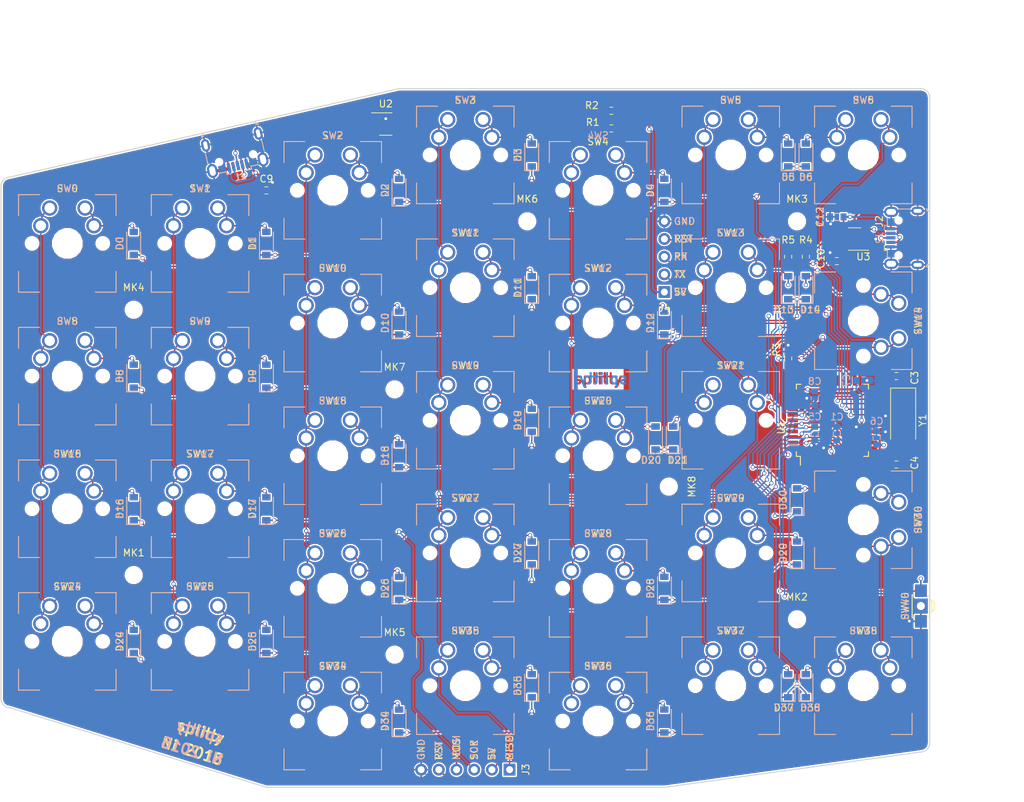
<source format=kicad_pcb>
(kicad_pcb (version 4) (host pcbnew 4.0.7+dfsg1-1~bpo9+1)
  (layers (0 F.Cu signal) (31 B.Cu signal) (34 B.Paste user) (35 F.Paste user) (36 B.SilkS user) (37 F.SilkS user) (38 B.Mask user) (39 F.Mask user) (44 Edge.Cuts user))
  (net 0 "")
  (net 1 /row0)
  (net 2 /row1)
  (net 3 /row2)
  (net 4 /row3)
  (net 5 /row4)
  (net 6 GND)
  (net 7 +5V)
  (net 8 /col0)
  (net 9 /col1)
  (net 10 /col2)
  (net 11 /col3)
  (net 12 /col4)
  (net 13 /col5)
  (net 14 /col6)
  (net 15 /D-)
  (net 16 /D+)
  (net 17 /sw0d)
  (net 18 /sw1d)
  (net 19 /sw2d)
  (net 20 /sw3d)
  (net 21 /sw4d)
  (net 22 /sw5d)
  (net 23 /sw6d)
  (net 24 /sw8d)
  (net 25 /sw9d)
  (net 26 /sw10d)
  (net 27 /sw11d)
  (net 28 /sw12d)
  (net 29 /sw13d)
  (net 30 /sw14d)
  (net 31 /sw16d)
  (net 32 /sw17d)
  (net 33 /sw18d)
  (net 34 /sw19d)
  (net 35 /sw20d)
  (net 36 /sw21d)
  (net 37 /sw24d)
  (net 38 /sw25d)
  (net 39 /sw26d)
  (net 40 /sw27d)
  (net 41 /sw28d)
  (net 42 /sw29d)
  (net 43 /sw30d)
  (net 44 /sw34d)
  (net 45 /sw35d)
  (net 46 /sw36d)
  (net 47 /sw37d)
  (net 48 /sw38d)
  (net 49 /mcuD-)
  (net 50 /mcuD+)
  (net 51 /ucap)
  (net 52 /xtal1)
  (net 53 /xtal2)
  (net 54 /SDA)
  (net 55 /SCL)
  (net 56 /hwb)
  (net 57 /reset)
  (net 58 /cD-)
  (net 59 /cD+)
  (net 60 /cSDA)
  (net 61 /cSCL)
  (net 62 "Net-(J1-Pad4)")
  (net 63 "Net-(J2-Pad4)")
  (net 64 /rx)
  (net 65 /tx)
  (module splitty:SW_Cherry_MX1A_1.00u_PCB_BothSides (layer F.Cu) (at 152.4 57.15)
    (fp_text reference SW13 (at 0 -7.874) (layer F.SilkS))
    (fp_text value SW_Push)
    (fp_text user %R (at 0 -7.874) (layer B.SilkS) (effects (justify mirror)))
    (pad 2 thru_hole circle (at 2.54 -5.08) (size 2.2 2.2) (drill 1.5) (layers *.Cu *.Mask) (net 29 /sw13d))
    (pad 1 thru_hole circle (at -3.81 -2.54) (size 2.2 2.2) (drill 1.5) (layers *.Cu *.Mask) (net 13 /col5))
    (pad "" np_thru_hole circle (at 0 0) (size 4 4) (drill 4) (layers *.Cu *.Mask))
    (pad "" np_thru_hole circle (at -5.08 0) (size 1.7 1.7) (drill 1.7) (layers *.Cu *.Mask))
    (pad "" np_thru_hole circle (at 5.08 0) (size 1.7 1.7) (drill 1.7) (layers *.Cu *.Mask))
    (pad 1 thru_hole circle (at -2.54 -5.08) (size 2.2 2.2) (drill 1.5) (layers *.Cu *.Mask) (net 13 /col5))
    (pad 2 thru_hole circle (at 3.81 -2.54) (size 2.2 2.2) (drill 1.5) (layers *.Cu *.Mask) (net 29 /sw13d))
  )
  (module Connector_PinHeader_2.54mm:PinHeader_1x05_P2.54mm_Vertical (layer F.Cu) (at 142.875 57.785 180)
    (fp_text reference J4 (at 0 -2.33 180) (layer F.SilkS))
    (fp_text value Conn_01x05)
    (pad 1 thru_hole rect (at 0 0 180) (size 1.7 1.7) (drill 1) (layers *.Cu *.Mask) (net 7 +5V))
    (pad 2 thru_hole oval (at 0 2.54 180) (size 1.7 1.7) (drill 1) (layers *.Cu *.Mask) (net 65 /tx))
    (pad 3 thru_hole oval (at 0 5.08 180) (size 1.7 1.7) (drill 1) (layers *.Cu *.Mask) (net 64 /rx))
    (pad 4 thru_hole oval (at 0 7.62 180) (size 1.7 1.7) (drill 1) (layers *.Cu *.Mask) (net 57 /reset))
    (pad 5 thru_hole oval (at 0 10.16 180) (size 1.7 1.7) (drill 1) (layers *.Cu *.Mask) (net 6 GND))
  )
  (module Connector_PinHeader_2.54mm:PinHeader_1x06_P2.54mm_Vertical (layer F.Cu) (at 120.65 126.365 270)
    (fp_text reference J3 (at 0 -2.33 270) (layer F.SilkS))
    (fp_text value Conn_01x06)
    (pad 1 thru_hole rect (at 0 0 270) (size 1.7 1.7) (drill 1) (layers *.Cu *.Mask) (net 11 /col3))
    (pad 2 thru_hole oval (at 0 2.54 270) (size 1.7 1.7) (drill 1) (layers *.Cu *.Mask) (net 7 +5V))
    (pad 3 thru_hole oval (at 0 5.08 270) (size 1.7 1.7) (drill 1) (layers *.Cu *.Mask) (net 9 /col1))
    (pad 4 thru_hole oval (at 0 7.62 270) (size 1.7 1.7) (drill 1) (layers *.Cu *.Mask) (net 10 /col2))
    (pad 5 thru_hole oval (at 0 10.16 270) (size 1.7 1.7) (drill 1) (layers *.Cu *.Mask) (net 57 /reset))
    (pad 6 thru_hole oval (at 0 12.7 270) (size 1.7 1.7) (drill 1) (layers *.Cu *.Mask) (net 6 GND))
  )
  (module splitty:SW_Cherry_MX1A_1.00u_PCB_BothSides (layer F.Cu) (at 152.4 76.2)
    (fp_text reference SW21 (at 0 -7.874) (layer F.SilkS))
    (fp_text value SW_Push)
    (fp_text user %R (at 0 -7.874) (layer B.SilkS) (effects (justify mirror)))
    (pad 2 thru_hole circle (at 2.54 -5.08) (size 2.2 2.2) (drill 1.5) (layers *.Cu *.Mask) (net 13 /col5))
    (pad 1 thru_hole circle (at -3.81 -2.54) (size 2.2 2.2) (drill 1.5) (layers *.Cu *.Mask) (net 36 /sw21d))
    (pad "" np_thru_hole circle (at 0 0) (size 4 4) (drill 4) (layers *.Cu *.Mask))
    (pad "" np_thru_hole circle (at -5.08 0) (size 1.7 1.7) (drill 1.7) (layers *.Cu *.Mask))
    (pad "" np_thru_hole circle (at 5.08 0) (size 1.7 1.7) (drill 1.7) (layers *.Cu *.Mask))
    (pad 1 thru_hole circle (at -2.54 -5.08) (size 2.2 2.2) (drill 1.5) (layers *.Cu *.Mask) (net 36 /sw21d))
    (pad 2 thru_hole circle (at 3.81 -2.54) (size 2.2 2.2) (drill 1.5) (layers *.Cu *.Mask) (net 13 /col5))
  )
  (module splitty:SW_Cherry_MX1A_1.00u_PCB_BothSides (layer F.Cu) (at 95.25 43.18)
    (fp_text reference SW2 (at 0 -7.874) (layer F.SilkS))
    (fp_text value SW_Push)
    (fp_text user %R (at 0 -7.874) (layer B.SilkS) (effects (justify mirror)))
    (pad 2 thru_hole circle (at 2.54 -5.08) (size 2.2 2.2) (drill 1.5) (layers *.Cu *.Mask) (net 19 /sw2d))
    (pad 1 thru_hole circle (at -3.81 -2.54) (size 2.2 2.2) (drill 1.5) (layers *.Cu *.Mask) (net 10 /col2))
    (pad "" np_thru_hole circle (at 0 0) (size 4 4) (drill 4) (layers *.Cu *.Mask))
    (pad "" np_thru_hole circle (at -5.08 0) (size 1.7 1.7) (drill 1.7) (layers *.Cu *.Mask))
    (pad "" np_thru_hole circle (at 5.08 0) (size 1.7 1.7) (drill 1.7) (layers *.Cu *.Mask))
    (pad 1 thru_hole circle (at -2.54 -5.08) (size 2.2 2.2) (drill 1.5) (layers *.Cu *.Mask) (net 10 /col2))
    (pad 2 thru_hole circle (at 3.81 -2.54) (size 2.2 2.2) (drill 1.5) (layers *.Cu *.Mask) (net 19 /sw2d))
  )
  (module splitty:USB_Micro-B_Wuerth_629105150521_BothSides (layer F.Cu) (at 81.204888 37.771216 192.8)
    (fp_text reference J1 (at 0 -3.5 192.8) (layer F.SilkS))
    (fp_text value USB_B_Micro)
    (fp_text user %R (at 0 -3.5 192.8) (layer B.SilkS) (effects (justify mirror)))
    (pad 1 smd rect (at -1.3 -1.9 192.8) (size 0.45 1.3) (layers F.Cu F.Paste F.Mask) (net 7 +5V))
    (pad 2 smd rect (at -0.65 -1.9 192.8) (size 0.45 1.3) (layers F.Cu F.Paste F.Mask) (net 58 /cD-))
    (pad 3 smd rect (at 0 -1.9 192.8) (size 0.45 1.3) (layers F.Cu F.Paste F.Mask) (net 59 /cD+))
    (pad 4 smd rect (at 0.65 -1.9 192.8) (size 0.45 1.3) (layers F.Cu F.Paste F.Mask) (net 62 "Net-(J1-Pad4)"))
    (pad 5 smd rect (at 1.3 -1.9 192.8) (size 0.45 1.3) (layers F.Cu F.Paste F.Mask) (net 6 GND))
    (pad 6 thru_hole oval (at -3.725 -1.85 192.8) (size 1.45 2) (drill oval 0.85 1.4) (layers *.Cu *.Mask) (net 6 GND))
    (pad 6 thru_hole oval (at 3.725 -1.85 192.8) (size 1.45 2) (drill oval 0.85 1.4) (layers *.Cu *.Mask) (net 6 GND))
    (pad 6 thru_hole oval (at -3.875 1.95 192.8) (size 1.15 1.8) (drill oval 0.55 1.2) (layers *.Cu *.Mask) (net 6 GND))
    (pad 6 thru_hole oval (at 3.875 1.95 192.8) (size 1.15 1.8) (drill oval 0.55 1.2) (layers *.Cu *.Mask) (net 6 GND))
    (pad "" np_thru_hole oval (at -2.5 -0.8 192.8) (size 0.8 0.8) (drill 0.8) (layers *.Cu *.Mask))
    (pad "" np_thru_hole oval (at 2.5 -0.8 192.8) (size 0.8 0.8) (drill 0.8) (layers *.Cu *.Mask))
    (pad 1 smd rect (at 1.3 -1.9 192.8) (size 0.45 1.3) (layers B.Cu B.Paste B.Mask) (net 7 +5V))
    (pad 2 smd rect (at 0.65 -1.9 192.8) (size 0.45 1.3) (layers B.Cu B.Paste B.Mask) (net 58 /cD-))
    (pad 3 smd rect (at 0 -1.9 192.8) (size 0.45 1.3) (layers B.Cu B.Paste B.Mask) (net 59 /cD+))
    (pad 4 smd rect (at -0.65 -1.9 192.8) (size 0.45 1.3) (layers B.Cu B.Paste B.Mask) (net 62 "Net-(J1-Pad4)"))
    (pad 5 smd rect (at -1.3 -1.9 192.8) (size 0.45 1.3) (layers B.Cu B.Paste B.Mask) (net 6 GND))
  )
  (module Package_QFP:TQFP-44_10x10mm_P0.8mm (layer F.Cu) (at 167.005 76.2 90)
    (fp_text reference U1 (at -1.016 -7.366 90) (layer F.SilkS))
    (fp_text value ATmega32U4-AU)
    (pad 1 smd rect (at -5.7 -4 90) (size 1.5 0.55) (layers F.Cu F.Paste F.Mask))
    (pad 2 smd rect (at -5.7 -3.2 90) (size 1.5 0.55) (layers F.Cu F.Paste F.Mask) (net 7 +5V))
    (pad 3 smd rect (at -5.7 -2.4 90) (size 1.5 0.55) (layers F.Cu F.Paste F.Mask) (net 49 /mcuD-))
    (pad 4 smd rect (at -5.7 -1.6 90) (size 1.5 0.55) (layers F.Cu F.Paste F.Mask) (net 50 /mcuD+))
    (pad 5 smd rect (at -5.7 -0.8 90) (size 1.5 0.55) (layers F.Cu F.Paste F.Mask) (net 6 GND))
    (pad 6 smd rect (at -5.7 0 90) (size 1.5 0.55) (layers F.Cu F.Paste F.Mask) (net 51 /ucap))
    (pad 7 smd rect (at -5.7 0.8 90) (size 1.5 0.55) (layers F.Cu F.Paste F.Mask) (net 7 +5V))
    (pad 8 smd rect (at -5.7 1.6 90) (size 1.5 0.55) (layers F.Cu F.Paste F.Mask) (net 8 /col0))
    (pad 9 smd rect (at -5.7 2.4 90) (size 1.5 0.55) (layers F.Cu F.Paste F.Mask) (net 9 /col1))
    (pad 10 smd rect (at -5.7 3.2 90) (size 1.5 0.55) (layers F.Cu F.Paste F.Mask) (net 10 /col2))
    (pad 11 smd rect (at -5.7 4 90) (size 1.5 0.55) (layers F.Cu F.Paste F.Mask) (net 11 /col3))
    (pad 12 smd rect (at -4 5.7 180) (size 1.5 0.55) (layers F.Cu F.Paste F.Mask))
    (pad 13 smd rect (at -3.2 5.7 180) (size 1.5 0.55) (layers F.Cu F.Paste F.Mask) (net 57 /reset))
    (pad 14 smd rect (at -2.4 5.7 180) (size 1.5 0.55) (layers F.Cu F.Paste F.Mask) (net 7 +5V))
    (pad 15 smd rect (at -1.6 5.7 180) (size 1.5 0.55) (layers F.Cu F.Paste F.Mask) (net 6 GND))
    (pad 16 smd rect (at -0.8 5.7 180) (size 1.5 0.55) (layers F.Cu F.Paste F.Mask) (net 53 /xtal2))
    (pad 17 smd rect (at 0 5.7 180) (size 1.5 0.55) (layers F.Cu F.Paste F.Mask) (net 52 /xtal1))
    (pad 18 smd rect (at 0.8 5.7 180) (size 1.5 0.55) (layers F.Cu F.Paste F.Mask) (net 55 /SCL))
    (pad 19 smd rect (at 1.6 5.7 180) (size 1.5 0.55) (layers F.Cu F.Paste F.Mask) (net 54 /SDA))
    (pad 20 smd rect (at 2.4 5.7 180) (size 1.5 0.55) (layers F.Cu F.Paste F.Mask) (net 64 /rx))
    (pad 21 smd rect (at 3.2 5.7 180) (size 1.5 0.55) (layers F.Cu F.Paste F.Mask) (net 65 /tx))
    (pad 22 smd rect (at 4 5.7 180) (size 1.5 0.55) (layers F.Cu F.Paste F.Mask) (net 4 /row3))
    (pad 23 smd rect (at 5.7 4 90) (size 1.5 0.55) (layers F.Cu F.Paste F.Mask) (net 6 GND))
    (pad 24 smd rect (at 5.7 3.2 90) (size 1.5 0.55) (layers F.Cu F.Paste F.Mask) (net 7 +5V))
    (pad 25 smd rect (at 5.7 2.4 90) (size 1.5 0.55) (layers F.Cu F.Paste F.Mask) (net 3 /row2))
    (pad 26 smd rect (at 5.7 1.6 90) (size 1.5 0.55) (layers F.Cu F.Paste F.Mask) (net 5 /row4))
    (pad 27 smd rect (at 5.7 0.8 90) (size 1.5 0.55) (layers F.Cu F.Paste F.Mask))
    (pad 28 smd rect (at 5.7 0 90) (size 1.5 0.55) (layers F.Cu F.Paste F.Mask) (net 12 /col4))
    (pad 29 smd rect (at 5.7 -0.8 90) (size 1.5 0.55) (layers F.Cu F.Paste F.Mask) (net 13 /col5))
    (pad 30 smd rect (at 5.7 -1.6 90) (size 1.5 0.55) (layers F.Cu F.Paste F.Mask) (net 14 /col6))
    (pad 31 smd rect (at 5.7 -2.4 90) (size 1.5 0.55) (layers F.Cu F.Paste F.Mask))
    (pad 32 smd rect (at 5.7 -3.2 90) (size 1.5 0.55) (layers F.Cu F.Paste F.Mask))
    (pad 33 smd rect (at 5.7 -4 90) (size 1.5 0.55) (layers F.Cu F.Paste F.Mask) (net 56 /hwb))
    (pad 34 smd rect (at 4 -5.7 180) (size 1.5 0.55) (layers F.Cu F.Paste F.Mask) (net 7 +5V))
    (pad 35 smd rect (at 3.2 -5.7 180) (size 1.5 0.55) (layers F.Cu F.Paste F.Mask) (net 6 GND))
    (pad 36 smd rect (at 2.4 -5.7 180) (size 1.5 0.55) (layers F.Cu F.Paste F.Mask))
    (pad 37 smd rect (at 1.6 -5.7 180) (size 1.5 0.55) (layers F.Cu F.Paste F.Mask))
    (pad 38 smd rect (at 0.8 -5.7 180) (size 1.5 0.55) (layers F.Cu F.Paste F.Mask))
    (pad 39 smd rect (at 0 -5.7 180) (size 1.5 0.55) (layers F.Cu F.Paste F.Mask))
    (pad 40 smd rect (at -0.8 -5.7 180) (size 1.5 0.55) (layers F.Cu F.Paste F.Mask) (net 2 /row1))
    (pad 41 smd rect (at -1.6 -5.7 180) (size 1.5 0.55) (layers F.Cu F.Paste F.Mask) (net 1 /row0))
    (pad 42 smd rect (at -2.4 -5.7 180) (size 1.5 0.55) (layers F.Cu F.Paste F.Mask) (net 7 +5V))
    (pad 43 smd rect (at -3.2 -5.7 180) (size 1.5 0.55) (layers F.Cu F.Paste F.Mask) (net 6 GND))
    (pad 44 smd rect (at -4 -5.7 180) (size 1.5 0.55) (layers F.Cu F.Paste F.Mask) (net 7 +5V))
  )
  (module Package_TO_SOT_SMD:SOT-23-6_Handsoldering (layer F.Cu) (at 170.18 50.165 180)
    (fp_text reference U3 (at -1.27 -2.54 180) (layer F.SilkS))
    (fp_text value USBLC6-2)
    (pad 1 smd rect (at -1.35 -0.95 180) (size 1.56 0.65) (layers F.Cu F.Paste F.Mask) (net 61 /cSCL))
    (pad 2 smd rect (at -1.35 0 180) (size 1.56 0.65) (layers F.Cu F.Paste F.Mask) (net 6 GND))
    (pad 3 smd rect (at -1.35 0.95 180) (size 1.56 0.65) (layers F.Cu F.Paste F.Mask) (net 60 /cSDA))
    (pad 4 smd rect (at 1.35 0.95 180) (size 1.56 0.65) (layers F.Cu F.Paste F.Mask) (net 54 /SDA))
    (pad 6 smd rect (at 1.35 -0.95 180) (size 1.56 0.65) (layers F.Cu F.Paste F.Mask) (net 55 /SCL))
    (pad 5 smd rect (at 1.35 0 180) (size 1.56 0.65) (layers F.Cu F.Paste F.Mask) (net 7 +5V))
  )
  (module Capacitor_SMD:C_0603_1608Metric_Pad0.84x1.00mm_HandSolder (layer F.Cu) (at 167.64 53.34 180)
    (fp_text reference C10 (at 2.286 0.381 270) (layer F.SilkS))
    (fp_text value 100n)
    (pad 1 smd rect (at -0.9625 0 180) (size 0.845 1) (layers F.Cu F.Paste F.Mask) (net 7 +5V))
    (pad 2 smd rect (at 0.9625 0 180) (size 0.845 1) (layers F.Cu F.Paste F.Mask) (net 6 GND))
  )
  (module Capacitor_SMD:C_0603_1608Metric_Pad0.84x1.00mm_HandSolder (layer F.Cu) (at 85.725 43.18)
    (fp_text reference C9 (at 0 -1.65) (layer F.SilkS))
    (fp_text value 100n)
    (pad 1 smd rect (at -0.9625 0) (size 0.845 1) (layers F.Cu F.Paste F.Mask) (net 7 +5V))
    (pad 2 smd rect (at 0.9625 0) (size 0.845 1) (layers F.Cu F.Paste F.Mask) (net 6 GND))
  )
  (module Package_TO_SOT_SMD:SOT-23-6_Handsoldering (layer F.Cu) (at 102.87 33.655)
    (fp_text reference U2 (at 0 -2.9) (layer F.SilkS))
    (fp_text value USBLC6-2)
    (pad 1 smd rect (at -1.35 -0.95) (size 1.56 0.65) (layers F.Cu F.Paste F.Mask) (net 59 /cD+))
    (pad 2 smd rect (at -1.35 0) (size 1.56 0.65) (layers F.Cu F.Paste F.Mask) (net 6 GND))
    (pad 3 smd rect (at -1.35 0.95) (size 1.56 0.65) (layers F.Cu F.Paste F.Mask) (net 58 /cD-))
    (pad 4 smd rect (at 1.35 0.95) (size 1.56 0.65) (layers F.Cu F.Paste F.Mask) (net 15 /D-))
    (pad 6 smd rect (at 1.35 -0.95) (size 1.56 0.65) (layers F.Cu F.Paste F.Mask) (net 16 /D+))
    (pad 5 smd rect (at 1.35 0) (size 1.56 0.65) (layers F.Cu F.Paste F.Mask) (net 7 +5V))
  )
  (module splitty:SW_Cherry_MX1A_1.00u_PCB_BothSides (layer F.Cu) (at 76.2 50.8)
    (fp_text reference SW1 (at 0 -7.874) (layer F.SilkS))
    (fp_text value SW_Push)
    (fp_text user %R (at 0 -7.874) (layer B.SilkS) (effects (justify mirror)))
    (pad 2 thru_hole circle (at 2.54 -5.08) (size 2.2 2.2) (drill 1.5) (layers *.Cu *.Mask) (net 18 /sw1d))
    (pad 1 thru_hole circle (at -3.81 -2.54) (size 2.2 2.2) (drill 1.5) (layers *.Cu *.Mask) (net 9 /col1))
    (pad "" np_thru_hole circle (at 0 0) (size 4 4) (drill 4) (layers *.Cu *.Mask))
    (pad "" np_thru_hole circle (at -5.08 0) (size 1.7 1.7) (drill 1.7) (layers *.Cu *.Mask))
    (pad "" np_thru_hole circle (at 5.08 0) (size 1.7 1.7) (drill 1.7) (layers *.Cu *.Mask))
    (pad 1 thru_hole circle (at -2.54 -5.08) (size 2.2 2.2) (drill 1.5) (layers *.Cu *.Mask) (net 9 /col1))
    (pad 2 thru_hole circle (at 3.81 -2.54) (size 2.2 2.2) (drill 1.5) (layers *.Cu *.Mask) (net 18 /sw1d))
  )
  (module splitty:SW_Cherry_MX1A_1.00u_PCB_BothSides (layer F.Cu) (at 133.35 43.18)
    (fp_text reference SW4 (at 0 -6.985) (layer F.SilkS))
    (fp_text value SW_Push)
    (fp_text user %R (at 0 -7.874) (layer B.SilkS) (effects (justify mirror)))
    (pad 2 thru_hole circle (at 2.54 -5.08) (size 2.2 2.2) (drill 1.5) (layers *.Cu *.Mask) (net 21 /sw4d))
    (pad 1 thru_hole circle (at -3.81 -2.54) (size 2.2 2.2) (drill 1.5) (layers *.Cu *.Mask) (net 12 /col4))
    (pad "" np_thru_hole circle (at 0 0) (size 4 4) (drill 4) (layers *.Cu *.Mask))
    (pad "" np_thru_hole circle (at -5.08 0) (size 1.7 1.7) (drill 1.7) (layers *.Cu *.Mask))
    (pad "" np_thru_hole circle (at 5.08 0) (size 1.7 1.7) (drill 1.7) (layers *.Cu *.Mask))
    (pad 1 thru_hole circle (at -2.54 -5.08) (size 2.2 2.2) (drill 1.5) (layers *.Cu *.Mask) (net 12 /col4))
    (pad 2 thru_hole circle (at 3.81 -2.54) (size 2.2 2.2) (drill 1.5) (layers *.Cu *.Mask) (net 21 /sw4d))
  )
  (module splitty:SW_Cherry_MX1A_1.00u_PCB_BothSides (layer F.Cu) (at 152.4 38.1)
    (fp_text reference SW5 (at 0 -7.874) (layer F.SilkS))
    (fp_text value SW_Push)
    (fp_text user %R (at 0 -7.874) (layer B.SilkS) (effects (justify mirror)))
    (pad 2 thru_hole circle (at 2.54 -5.08) (size 2.2 2.2) (drill 1.5) (layers *.Cu *.Mask) (net 22 /sw5d))
    (pad 1 thru_hole circle (at -3.81 -2.54) (size 2.2 2.2) (drill 1.5) (layers *.Cu *.Mask) (net 13 /col5))
    (pad "" np_thru_hole circle (at 0 0) (size 4 4) (drill 4) (layers *.Cu *.Mask))
    (pad "" np_thru_hole circle (at -5.08 0) (size 1.7 1.7) (drill 1.7) (layers *.Cu *.Mask))
    (pad "" np_thru_hole circle (at 5.08 0) (size 1.7 1.7) (drill 1.7) (layers *.Cu *.Mask))
    (pad 1 thru_hole circle (at -2.54 -5.08) (size 2.2 2.2) (drill 1.5) (layers *.Cu *.Mask) (net 13 /col5))
    (pad 2 thru_hole circle (at 3.81 -2.54) (size 2.2 2.2) (drill 1.5) (layers *.Cu *.Mask) (net 22 /sw5d))
  )
  (module splitty:SW_Cherry_MX1A_1.00u_PCB_BothSides (layer F.Cu) (at 171.45 38.1)
    (fp_text reference SW6 (at 0 -7.874) (layer F.SilkS))
    (fp_text value SW_Push)
    (fp_text user %R (at 0 -7.874) (layer B.SilkS) (effects (justify mirror)))
    (pad 2 thru_hole circle (at 2.54 -5.08) (size 2.2 2.2) (drill 1.5) (layers *.Cu *.Mask) (net 14 /col6))
    (pad 1 thru_hole circle (at -3.81 -2.54) (size 2.2 2.2) (drill 1.5) (layers *.Cu *.Mask) (net 23 /sw6d))
    (pad "" np_thru_hole circle (at 0 0) (size 4 4) (drill 4) (layers *.Cu *.Mask))
    (pad "" np_thru_hole circle (at -5.08 0) (size 1.7 1.7) (drill 1.7) (layers *.Cu *.Mask))
    (pad "" np_thru_hole circle (at 5.08 0) (size 1.7 1.7) (drill 1.7) (layers *.Cu *.Mask))
    (pad 1 thru_hole circle (at -2.54 -5.08) (size 2.2 2.2) (drill 1.5) (layers *.Cu *.Mask) (net 23 /sw6d))
    (pad 2 thru_hole circle (at 3.81 -2.54) (size 2.2 2.2) (drill 1.5) (layers *.Cu *.Mask) (net 14 /col6))
  )
  (module splitty:SW_Cherry_MX1A_1.00u_PCB_BothSides (layer F.Cu) (at 76.2 69.85)
    (fp_text reference SW9 (at 0 -7.874) (layer F.SilkS))
    (fp_text value SW_Push)
    (fp_text user %R (at 0 -7.874) (layer B.SilkS) (effects (justify mirror)))
    (pad 2 thru_hole circle (at 2.54 -5.08) (size 2.2 2.2) (drill 1.5) (layers *.Cu *.Mask) (net 25 /sw9d))
    (pad 1 thru_hole circle (at -3.81 -2.54) (size 2.2 2.2) (drill 1.5) (layers *.Cu *.Mask) (net 9 /col1))
    (pad "" np_thru_hole circle (at 0 0) (size 4 4) (drill 4) (layers *.Cu *.Mask))
    (pad "" np_thru_hole circle (at -5.08 0) (size 1.7 1.7) (drill 1.7) (layers *.Cu *.Mask))
    (pad "" np_thru_hole circle (at 5.08 0) (size 1.7 1.7) (drill 1.7) (layers *.Cu *.Mask))
    (pad 1 thru_hole circle (at -2.54 -5.08) (size 2.2 2.2) (drill 1.5) (layers *.Cu *.Mask) (net 9 /col1))
    (pad 2 thru_hole circle (at 3.81 -2.54) (size 2.2 2.2) (drill 1.5) (layers *.Cu *.Mask) (net 25 /sw9d))
  )
  (module splitty:SW_Cherry_MX1A_1.00u_PCB_BothSides (layer F.Cu) (at 95.25 62.23)
    (fp_text reference SW10 (at 0 -7.874) (layer F.SilkS))
    (fp_text value SW_Push)
    (fp_text user %R (at 0 -7.874) (layer B.SilkS) (effects (justify mirror)))
    (pad 2 thru_hole circle (at 2.54 -5.08) (size 2.2 2.2) (drill 1.5) (layers *.Cu *.Mask) (net 26 /sw10d))
    (pad 1 thru_hole circle (at -3.81 -2.54) (size 2.2 2.2) (drill 1.5) (layers *.Cu *.Mask) (net 10 /col2))
    (pad "" np_thru_hole circle (at 0 0) (size 4 4) (drill 4) (layers *.Cu *.Mask))
    (pad "" np_thru_hole circle (at -5.08 0) (size 1.7 1.7) (drill 1.7) (layers *.Cu *.Mask))
    (pad "" np_thru_hole circle (at 5.08 0) (size 1.7 1.7) (drill 1.7) (layers *.Cu *.Mask))
    (pad 1 thru_hole circle (at -2.54 -5.08) (size 2.2 2.2) (drill 1.5) (layers *.Cu *.Mask) (net 10 /col2))
    (pad 2 thru_hole circle (at 3.81 -2.54) (size 2.2 2.2) (drill 1.5) (layers *.Cu *.Mask) (net 26 /sw10d))
  )
  (module splitty:SW_Cherry_MX1A_1.00u_PCB_BothSides (layer F.Cu) (at 114.3 57.15)
    (fp_text reference SW11 (at 0 -7.874) (layer F.SilkS))
    (fp_text value SW_Push)
    (fp_text user %R (at 0 -7.874) (layer B.SilkS) (effects (justify mirror)))
    (pad 2 thru_hole circle (at 2.54 -5.08) (size 2.2 2.2) (drill 1.5) (layers *.Cu *.Mask) (net 27 /sw11d))
    (pad 1 thru_hole circle (at -3.81 -2.54) (size 2.2 2.2) (drill 1.5) (layers *.Cu *.Mask) (net 11 /col3))
    (pad "" np_thru_hole circle (at 0 0) (size 4 4) (drill 4) (layers *.Cu *.Mask))
    (pad "" np_thru_hole circle (at -5.08 0) (size 1.7 1.7) (drill 1.7) (layers *.Cu *.Mask))
    (pad "" np_thru_hole circle (at 5.08 0) (size 1.7 1.7) (drill 1.7) (layers *.Cu *.Mask))
    (pad 1 thru_hole circle (at -2.54 -5.08) (size 2.2 2.2) (drill 1.5) (layers *.Cu *.Mask) (net 11 /col3))
    (pad 2 thru_hole circle (at 3.81 -2.54) (size 2.2 2.2) (drill 1.5) (layers *.Cu *.Mask) (net 27 /sw11d))
  )
  (module splitty:SW_Cherry_MX1A_1.00u_PCB_BothSides (layer F.Cu) (at 133.35 62.23)
    (fp_text reference SW12 (at 0 -7.874) (layer F.SilkS))
    (fp_text value SW_Push)
    (fp_text user %R (at 0 -7.874) (layer B.SilkS) (effects (justify mirror)))
    (pad 2 thru_hole circle (at 2.54 -5.08) (size 2.2 2.2) (drill 1.5) (layers *.Cu *.Mask) (net 28 /sw12d))
    (pad 1 thru_hole circle (at -3.81 -2.54) (size 2.2 2.2) (drill 1.5) (layers *.Cu *.Mask) (net 12 /col4))
    (pad "" np_thru_hole circle (at 0 0) (size 4 4) (drill 4) (layers *.Cu *.Mask))
    (pad "" np_thru_hole circle (at -5.08 0) (size 1.7 1.7) (drill 1.7) (layers *.Cu *.Mask))
    (pad "" np_thru_hole circle (at 5.08 0) (size 1.7 1.7) (drill 1.7) (layers *.Cu *.Mask))
    (pad 1 thru_hole circle (at -2.54 -5.08) (size 2.2 2.2) (drill 1.5) (layers *.Cu *.Mask) (net 12 /col4))
    (pad 2 thru_hole circle (at 3.81 -2.54) (size 2.2 2.2) (drill 1.5) (layers *.Cu *.Mask) (net 28 /sw12d))
  )
  (module splitty:SW_Cherry_MX1A_1.00u_PCB_BothSides (layer F.Cu) (at 76.2 88.9)
    (fp_text reference SW17 (at 0 -7.874) (layer F.SilkS))
    (fp_text value SW_Push)
    (fp_text user %R (at 0 -7.874) (layer B.SilkS) (effects (justify mirror)))
    (pad 2 thru_hole circle (at 2.54 -5.08) (size 2.2 2.2) (drill 1.5) (layers *.Cu *.Mask) (net 32 /sw17d))
    (pad 1 thru_hole circle (at -3.81 -2.54) (size 2.2 2.2) (drill 1.5) (layers *.Cu *.Mask) (net 9 /col1))
    (pad "" np_thru_hole circle (at 0 0) (size 4 4) (drill 4) (layers *.Cu *.Mask))
    (pad "" np_thru_hole circle (at -5.08 0) (size 1.7 1.7) (drill 1.7) (layers *.Cu *.Mask))
    (pad "" np_thru_hole circle (at 5.08 0) (size 1.7 1.7) (drill 1.7) (layers *.Cu *.Mask))
    (pad 1 thru_hole circle (at -2.54 -5.08) (size 2.2 2.2) (drill 1.5) (layers *.Cu *.Mask) (net 9 /col1))
    (pad 2 thru_hole circle (at 3.81 -2.54) (size 2.2 2.2) (drill 1.5) (layers *.Cu *.Mask) (net 32 /sw17d))
  )
  (module splitty:SW_Cherry_MX1A_1.00u_PCB_BothSides (layer F.Cu) (at 95.25 81.28)
    (fp_text reference SW18 (at 0 -7.874) (layer F.SilkS))
    (fp_text value SW_Push)
    (fp_text user %R (at 0 -7.874) (layer B.SilkS) (effects (justify mirror)))
    (pad 2 thru_hole circle (at 2.54 -5.08) (size 2.2 2.2) (drill 1.5) (layers *.Cu *.Mask) (net 33 /sw18d))
    (pad 1 thru_hole circle (at -3.81 -2.54) (size 2.2 2.2) (drill 1.5) (layers *.Cu *.Mask) (net 10 /col2))
    (pad "" np_thru_hole circle (at 0 0) (size 4 4) (drill 4) (layers *.Cu *.Mask))
    (pad "" np_thru_hole circle (at -5.08 0) (size 1.7 1.7) (drill 1.7) (layers *.Cu *.Mask))
    (pad "" np_thru_hole circle (at 5.08 0) (size 1.7 1.7) (drill 1.7) (layers *.Cu *.Mask))
    (pad 1 thru_hole circle (at -2.54 -5.08) (size 2.2 2.2) (drill 1.5) (layers *.Cu *.Mask) (net 10 /col2))
    (pad 2 thru_hole circle (at 3.81 -2.54) (size 2.2 2.2) (drill 1.5) (layers *.Cu *.Mask) (net 33 /sw18d))
  )
  (module splitty:SW_Cherry_MX1A_1.00u_PCB_BothSides (layer F.Cu) (at 114.3 76.2)
    (fp_text reference SW19 (at 0 -7.874) (layer F.SilkS))
    (fp_text value SW_Push)
    (fp_text user %R (at 0 -7.874) (layer B.SilkS) (effects (justify mirror)))
    (pad 2 thru_hole circle (at 2.54 -5.08) (size 2.2 2.2) (drill 1.5) (layers *.Cu *.Mask) (net 34 /sw19d))
    (pad 1 thru_hole circle (at -3.81 -2.54) (size 2.2 2.2) (drill 1.5) (layers *.Cu *.Mask) (net 11 /col3))
    (pad "" np_thru_hole circle (at 0 0) (size 4 4) (drill 4) (layers *.Cu *.Mask))
    (pad "" np_thru_hole circle (at -5.08 0) (size 1.7 1.7) (drill 1.7) (layers *.Cu *.Mask))
    (pad "" np_thru_hole circle (at 5.08 0) (size 1.7 1.7) (drill 1.7) (layers *.Cu *.Mask))
    (pad 1 thru_hole circle (at -2.54 -5.08) (size 2.2 2.2) (drill 1.5) (layers *.Cu *.Mask) (net 11 /col3))
    (pad 2 thru_hole circle (at 3.81 -2.54) (size 2.2 2.2) (drill 1.5) (layers *.Cu *.Mask) (net 34 /sw19d))
  )
  (module splitty:SW_Cherry_MX1A_1.00u_PCB_BothSides (layer F.Cu) (at 133.35 81.28)
    (fp_text reference SW20 (at 0 -7.874) (layer F.SilkS))
    (fp_text value SW_Push)
    (fp_text user %R (at 0 -7.874) (layer B.SilkS) (effects (justify mirror)))
    (pad 2 thru_hole circle (at 2.54 -5.08) (size 2.2 2.2) (drill 1.5) (layers *.Cu *.Mask) (net 35 /sw20d))
    (pad 1 thru_hole circle (at -3.81 -2.54) (size 2.2 2.2) (drill 1.5) (layers *.Cu *.Mask) (net 12 /col4))
    (pad "" np_thru_hole circle (at 0 0) (size 4 4) (drill 4) (layers *.Cu *.Mask))
    (pad "" np_thru_hole circle (at -5.08 0) (size 1.7 1.7) (drill 1.7) (layers *.Cu *.Mask))
    (pad "" np_thru_hole circle (at 5.08 0) (size 1.7 1.7) (drill 1.7) (layers *.Cu *.Mask))
    (pad 1 thru_hole circle (at -2.54 -5.08) (size 2.2 2.2) (drill 1.5) (layers *.Cu *.Mask) (net 12 /col4))
    (pad 2 thru_hole circle (at 3.81 -2.54) (size 2.2 2.2) (drill 1.5) (layers *.Cu *.Mask) (net 35 /sw20d))
  )
  (module splitty:SW_Cherry_MX1A_1.00u_PCB_BothSides (layer F.Cu) (at 76.2 107.95)
    (fp_text reference SW25 (at 0 -7.874) (layer F.SilkS))
    (fp_text value SW_Push)
    (fp_text user %R (at 0 -7.874) (layer B.SilkS) (effects (justify mirror)))
    (pad 2 thru_hole circle (at 2.54 -5.08) (size 2.2 2.2) (drill 1.5) (layers *.Cu *.Mask) (net 38 /sw25d))
    (pad 1 thru_hole circle (at -3.81 -2.54) (size 2.2 2.2) (drill 1.5) (layers *.Cu *.Mask) (net 9 /col1))
    (pad "" np_thru_hole circle (at 0 0) (size 4 4) (drill 4) (layers *.Cu *.Mask))
    (pad "" np_thru_hole circle (at -5.08 0) (size 1.7 1.7) (drill 1.7) (layers *.Cu *.Mask))
    (pad "" np_thru_hole circle (at 5.08 0) (size 1.7 1.7) (drill 1.7) (layers *.Cu *.Mask))
    (pad 1 thru_hole circle (at -2.54 -5.08) (size 2.2 2.2) (drill 1.5) (layers *.Cu *.Mask) (net 9 /col1))
    (pad 2 thru_hole circle (at 3.81 -2.54) (size 2.2 2.2) (drill 1.5) (layers *.Cu *.Mask) (net 38 /sw25d))
  )
  (module splitty:SW_Cherry_MX1A_1.00u_PCB_BothSides (layer F.Cu) (at 95.25 100.33)
    (fp_text reference SW26 (at 0 -7.874) (layer F.SilkS))
    (fp_text value SW_Push)
    (fp_text user %R (at 0 -7.874) (layer B.SilkS) (effects (justify mirror)))
    (pad 2 thru_hole circle (at 2.54 -5.08) (size 2.2 2.2) (drill 1.5) (layers *.Cu *.Mask) (net 39 /sw26d))
    (pad 1 thru_hole circle (at -3.81 -2.54) (size 2.2 2.2) (drill 1.5) (layers *.Cu *.Mask) (net 10 /col2))
    (pad "" np_thru_hole circle (at 0 0) (size 4 4) (drill 4) (layers *.Cu *.Mask))
    (pad "" np_thru_hole circle (at -5.08 0) (size 1.7 1.7) (drill 1.7) (layers *.Cu *.Mask))
    (pad "" np_thru_hole circle (at 5.08 0) (size 1.7 1.7) (drill 1.7) (layers *.Cu *.Mask))
    (pad 1 thru_hole circle (at -2.54 -5.08) (size 2.2 2.2) (drill 1.5) (layers *.Cu *.Mask) (net 10 /col2))
    (pad 2 thru_hole circle (at 3.81 -2.54) (size 2.2 2.2) (drill 1.5) (layers *.Cu *.Mask) (net 39 /sw26d))
  )
  (module splitty:SW_Cherry_MX1A_1.00u_PCB_BothSides (layer F.Cu) (at 114.3 95.25)
    (fp_text reference SW27 (at 0 -7.874) (layer F.SilkS))
    (fp_text value SW_Push)
    (fp_text user %R (at 0 -7.874) (layer B.SilkS) (effects (justify mirror)))
    (pad 2 thru_hole circle (at 2.54 -5.08) (size 2.2 2.2) (drill 1.5) (layers *.Cu *.Mask) (net 40 /sw27d))
    (pad 1 thru_hole circle (at -3.81 -2.54) (size 2.2 2.2) (drill 1.5) (layers *.Cu *.Mask) (net 11 /col3))
    (pad "" np_thru_hole circle (at 0 0) (size 4 4) (drill 4) (layers *.Cu *.Mask))
    (pad "" np_thru_hole circle (at -5.08 0) (size 1.7 1.7) (drill 1.7) (layers *.Cu *.Mask))
    (pad "" np_thru_hole circle (at 5.08 0) (size 1.7 1.7) (drill 1.7) (layers *.Cu *.Mask))
    (pad 1 thru_hole circle (at -2.54 -5.08) (size 2.2 2.2) (drill 1.5) (layers *.Cu *.Mask) (net 11 /col3))
    (pad 2 thru_hole circle (at 3.81 -2.54) (size 2.2 2.2) (drill 1.5) (layers *.Cu *.Mask) (net 40 /sw27d))
  )
  (module splitty:SW_Cherry_MX1A_1.00u_PCB_BothSides (layer F.Cu) (at 133.35 100.33)
    (fp_text reference SW28 (at 0 -7.874) (layer F.SilkS))
    (fp_text value SW_Push)
    (fp_text user %R (at 0 -7.874) (layer B.SilkS) (effects (justify mirror)))
    (pad 2 thru_hole circle (at 2.54 -5.08) (size 2.2 2.2) (drill 1.5) (layers *.Cu *.Mask) (net 41 /sw28d))
    (pad 1 thru_hole circle (at -3.81 -2.54) (size 2.2 2.2) (drill 1.5) (layers *.Cu *.Mask) (net 12 /col4))
    (pad "" np_thru_hole circle (at 0 0) (size 4 4) (drill 4) (layers *.Cu *.Mask))
    (pad "" np_thru_hole circle (at -5.08 0) (size 1.7 1.7) (drill 1.7) (layers *.Cu *.Mask))
    (pad "" np_thru_hole circle (at 5.08 0) (size 1.7 1.7) (drill 1.7) (layers *.Cu *.Mask))
    (pad 1 thru_hole circle (at -2.54 -5.08) (size 2.2 2.2) (drill 1.5) (layers *.Cu *.Mask) (net 12 /col4))
    (pad 2 thru_hole circle (at 3.81 -2.54) (size 2.2 2.2) (drill 1.5) (layers *.Cu *.Mask) (net 41 /sw28d))
  )
  (module splitty:SW_Cherry_MX1A_1.00u_PCB_BothSides (layer F.Cu) (at 152.4 95.25)
    (fp_text reference SW29 (at 0 -7.874) (layer F.SilkS))
    (fp_text value SW_Push)
    (fp_text user %R (at 0 -7.874) (layer B.SilkS) (effects (justify mirror)))
    (pad 2 thru_hole circle (at 2.54 -5.08) (size 2.2 2.2) (drill 1.5) (layers *.Cu *.Mask) (net 42 /sw29d))
    (pad 1 thru_hole circle (at -3.81 -2.54) (size 2.2 2.2) (drill 1.5) (layers *.Cu *.Mask) (net 13 /col5))
    (pad "" np_thru_hole circle (at 0 0) (size 4 4) (drill 4) (layers *.Cu *.Mask))
    (pad "" np_thru_hole circle (at -5.08 0) (size 1.7 1.7) (drill 1.7) (layers *.Cu *.Mask))
    (pad "" np_thru_hole circle (at 5.08 0) (size 1.7 1.7) (drill 1.7) (layers *.Cu *.Mask))
    (pad 1 thru_hole circle (at -2.54 -5.08) (size 2.2 2.2) (drill 1.5) (layers *.Cu *.Mask) (net 13 /col5))
    (pad 2 thru_hole circle (at 3.81 -2.54) (size 2.2 2.2) (drill 1.5) (layers *.Cu *.Mask) (net 42 /sw29d))
  )
  (module splitty:SW_Cherry_MX1A_1.00u_PCB_BothSides (layer F.Cu) (at 95.25 119.38)
    (fp_text reference SW34 (at 0 -7.874) (layer F.SilkS))
    (fp_text value SW_Push)
    (fp_text user %R (at 0 -7.874) (layer B.SilkS) (effects (justify mirror)))
    (pad 2 thru_hole circle (at 2.54 -5.08) (size 2.2 2.2) (drill 1.5) (layers *.Cu *.Mask) (net 44 /sw34d))
    (pad 1 thru_hole circle (at -3.81 -2.54) (size 2.2 2.2) (drill 1.5) (layers *.Cu *.Mask) (net 10 /col2))
    (pad "" np_thru_hole circle (at 0 0) (size 4 4) (drill 4) (layers *.Cu *.Mask))
    (pad "" np_thru_hole circle (at -5.08 0) (size 1.7 1.7) (drill 1.7) (layers *.Cu *.Mask))
    (pad "" np_thru_hole circle (at 5.08 0) (size 1.7 1.7) (drill 1.7) (layers *.Cu *.Mask))
    (pad 1 thru_hole circle (at -2.54 -5.08) (size 2.2 2.2) (drill 1.5) (layers *.Cu *.Mask) (net 10 /col2))
    (pad 2 thru_hole circle (at 3.81 -2.54) (size 2.2 2.2) (drill 1.5) (layers *.Cu *.Mask) (net 44 /sw34d))
  )
  (module splitty:SW_Cherry_MX1A_1.00u_PCB_BothSides (layer F.Cu) (at 114.3 114.3)
    (fp_text reference SW35 (at 0 -7.874) (layer F.SilkS))
    (fp_text value SW_Push)
    (fp_text user %R (at 0 -7.874) (layer B.SilkS) (effects (justify mirror)))
    (pad 2 thru_hole circle (at 2.54 -5.08) (size 2.2 2.2) (drill 1.5) (layers *.Cu *.Mask) (net 45 /sw35d))
    (pad 1 thru_hole circle (at -3.81 -2.54) (size 2.2 2.2) (drill 1.5) (layers *.Cu *.Mask) (net 11 /col3))
    (pad "" np_thru_hole circle (at 0 0) (size 4 4) (drill 4) (layers *.Cu *.Mask))
    (pad "" np_thru_hole circle (at -5.08 0) (size 1.7 1.7) (drill 1.7) (layers *.Cu *.Mask))
    (pad "" np_thru_hole circle (at 5.08 0) (size 1.7 1.7) (drill 1.7) (layers *.Cu *.Mask))
    (pad 1 thru_hole circle (at -2.54 -5.08) (size 2.2 2.2) (drill 1.5) (layers *.Cu *.Mask) (net 11 /col3))
    (pad 2 thru_hole circle (at 3.81 -2.54) (size 2.2 2.2) (drill 1.5) (layers *.Cu *.Mask) (net 45 /sw35d))
  )
  (module splitty:SW_Cherry_MX1A_1.00u_PCB_BothSides (layer F.Cu) (at 133.35 119.38)
    (fp_text reference SW36 (at 0 -7.874) (layer F.SilkS))
    (fp_text value SW_Push)
    (fp_text user %R (at 0 -7.874) (layer B.SilkS) (effects (justify mirror)))
    (pad 2 thru_hole circle (at 2.54 -5.08) (size 2.2 2.2) (drill 1.5) (layers *.Cu *.Mask) (net 46 /sw36d))
    (pad 1 thru_hole circle (at -3.81 -2.54) (size 2.2 2.2) (drill 1.5) (layers *.Cu *.Mask) (net 12 /col4))
    (pad "" np_thru_hole circle (at 0 0) (size 4 4) (drill 4) (layers *.Cu *.Mask))
    (pad "" np_thru_hole circle (at -5.08 0) (size 1.7 1.7) (drill 1.7) (layers *.Cu *.Mask))
    (pad "" np_thru_hole circle (at 5.08 0) (size 1.7 1.7) (drill 1.7) (layers *.Cu *.Mask))
    (pad 1 thru_hole circle (at -2.54 -5.08) (size 2.2 2.2) (drill 1.5) (layers *.Cu *.Mask) (net 12 /col4))
    (pad 2 thru_hole circle (at 3.81 -2.54) (size 2.2 2.2) (drill 1.5) (layers *.Cu *.Mask) (net 46 /sw36d))
  )
  (module splitty:SW_Cherry_MX1A_1.00u_PCB_BothSides (layer F.Cu) (at 152.4 114.3)
    (fp_text reference SW37 (at 0 -7.874) (layer F.SilkS))
    (fp_text value SW_Push)
    (fp_text user %R (at 0 -7.874) (layer B.SilkS) (effects (justify mirror)))
    (pad 2 thru_hole circle (at 2.54 -5.08) (size 2.2 2.2) (drill 1.5) (layers *.Cu *.Mask) (net 47 /sw37d))
    (pad 1 thru_hole circle (at -3.81 -2.54) (size 2.2 2.2) (drill 1.5) (layers *.Cu *.Mask) (net 13 /col5))
    (pad "" np_thru_hole circle (at 0 0) (size 4 4) (drill 4) (layers *.Cu *.Mask))
    (pad "" np_thru_hole circle (at -5.08 0) (size 1.7 1.7) (drill 1.7) (layers *.Cu *.Mask))
    (pad "" np_thru_hole circle (at 5.08 0) (size 1.7 1.7) (drill 1.7) (layers *.Cu *.Mask))
    (pad 1 thru_hole circle (at -2.54 -5.08) (size 2.2 2.2) (drill 1.5) (layers *.Cu *.Mask) (net 13 /col5))
    (pad 2 thru_hole circle (at 3.81 -2.54) (size 2.2 2.2) (drill 1.5) (layers *.Cu *.Mask) (net 47 /sw37d))
  )
  (module splitty:SW_Cherry_MX1A_1.00u_PCB_BothSides (layer F.Cu) (at 171.45 114.3)
    (fp_text reference SW38 (at 0 -7.874) (layer F.SilkS))
    (fp_text value SW_Push)
    (fp_text user %R (at 0 -7.874) (layer B.SilkS) (effects (justify mirror)))
    (pad 2 thru_hole circle (at 2.54 -5.08) (size 2.2 2.2) (drill 1.5) (layers *.Cu *.Mask) (net 14 /col6))
    (pad 1 thru_hole circle (at -3.81 -2.54) (size 2.2 2.2) (drill 1.5) (layers *.Cu *.Mask) (net 48 /sw38d))
    (pad "" np_thru_hole circle (at 0 0) (size 4 4) (drill 4) (layers *.Cu *.Mask))
    (pad "" np_thru_hole circle (at -5.08 0) (size 1.7 1.7) (drill 1.7) (layers *.Cu *.Mask))
    (pad "" np_thru_hole circle (at 5.08 0) (size 1.7 1.7) (drill 1.7) (layers *.Cu *.Mask))
    (pad 1 thru_hole circle (at -2.54 -5.08) (size 2.2 2.2) (drill 1.5) (layers *.Cu *.Mask) (net 48 /sw38d))
    (pad 2 thru_hole circle (at 3.81 -2.54) (size 2.2 2.2) (drill 1.5) (layers *.Cu *.Mask) (net 14 /col6))
  )
  (module splitty:SW_Cherry_MX1A_1.00u_PCB_BothSides (layer F.Cu) (at 57.15 50.8)
    (fp_text reference SW0 (at 0 -7.874) (layer F.SilkS))
    (fp_text value SW_Push)
    (fp_text user %R (at 0 -7.874) (layer B.SilkS) (effects (justify mirror)))
    (pad 2 thru_hole circle (at 2.54 -5.08) (size 2.2 2.2) (drill 1.5) (layers *.Cu *.Mask) (net 17 /sw0d))
    (pad 1 thru_hole circle (at -3.81 -2.54) (size 2.2 2.2) (drill 1.5) (layers *.Cu *.Mask) (net 8 /col0))
    (pad "" np_thru_hole circle (at 0 0) (size 4 4) (drill 4) (layers *.Cu *.Mask))
    (pad "" np_thru_hole circle (at -5.08 0) (size 1.7 1.7) (drill 1.7) (layers *.Cu *.Mask))
    (pad "" np_thru_hole circle (at 5.08 0) (size 1.7 1.7) (drill 1.7) (layers *.Cu *.Mask))
    (pad 1 thru_hole circle (at -2.54 -5.08) (size 2.2 2.2) (drill 1.5) (layers *.Cu *.Mask) (net 8 /col0))
    (pad 2 thru_hole circle (at 3.81 -2.54) (size 2.2 2.2) (drill 1.5) (layers *.Cu *.Mask) (net 17 /sw0d))
  )
  (module splitty:SW_Cherry_MX1A_1.00u_PCB_BothSides (layer F.Cu) (at 57.15 69.85)
    (fp_text reference SW8 (at 0 -7.874) (layer F.SilkS))
    (fp_text value SW_Push)
    (fp_text user %R (at 0 -7.874) (layer B.SilkS) (effects (justify mirror)))
    (pad 2 thru_hole circle (at 2.54 -5.08) (size 2.2 2.2) (drill 1.5) (layers *.Cu *.Mask) (net 24 /sw8d))
    (pad 1 thru_hole circle (at -3.81 -2.54) (size 2.2 2.2) (drill 1.5) (layers *.Cu *.Mask) (net 8 /col0))
    (pad "" np_thru_hole circle (at 0 0) (size 4 4) (drill 4) (layers *.Cu *.Mask))
    (pad "" np_thru_hole circle (at -5.08 0) (size 1.7 1.7) (drill 1.7) (layers *.Cu *.Mask))
    (pad "" np_thru_hole circle (at 5.08 0) (size 1.7 1.7) (drill 1.7) (layers *.Cu *.Mask))
    (pad 1 thru_hole circle (at -2.54 -5.08) (size 2.2 2.2) (drill 1.5) (layers *.Cu *.Mask) (net 8 /col0))
    (pad 2 thru_hole circle (at 3.81 -2.54) (size 2.2 2.2) (drill 1.5) (layers *.Cu *.Mask) (net 24 /sw8d))
  )
  (module splitty:SW_Cherry_MX1A_1.00u_PCB_BothSides (layer F.Cu) (at 57.15 88.9)
    (fp_text reference SW16 (at 0 -7.874) (layer F.SilkS))
    (fp_text value SW_Push)
    (fp_text user %R (at 0 -7.874) (layer B.SilkS) (effects (justify mirror)))
    (pad 2 thru_hole circle (at 2.54 -5.08) (size 2.2 2.2) (drill 1.5) (layers *.Cu *.Mask) (net 31 /sw16d))
    (pad 1 thru_hole circle (at -3.81 -2.54) (size 2.2 2.2) (drill 1.5) (layers *.Cu *.Mask) (net 8 /col0))
    (pad "" np_thru_hole circle (at 0 0) (size 4 4) (drill 4) (layers *.Cu *.Mask))
    (pad "" np_thru_hole circle (at -5.08 0) (size 1.7 1.7) (drill 1.7) (layers *.Cu *.Mask))
    (pad "" np_thru_hole circle (at 5.08 0) (size 1.7 1.7) (drill 1.7) (layers *.Cu *.Mask))
    (pad 1 thru_hole circle (at -2.54 -5.08) (size 2.2 2.2) (drill 1.5) (layers *.Cu *.Mask) (net 8 /col0))
    (pad 2 thru_hole circle (at 3.81 -2.54) (size 2.2 2.2) (drill 1.5) (layers *.Cu *.Mask) (net 31 /sw16d))
  )
  (module splitty:SW_Cherry_MX1A_1.00u_PCB_BothSides (layer F.Cu) (at 57.15 107.95)
    (fp_text reference SW24 (at 0 -7.874) (layer F.SilkS))
    (fp_text value SW_Push)
    (fp_text user %R (at 0 -7.874) (layer B.SilkS) (effects (justify mirror)))
    (pad 2 thru_hole circle (at 2.54 -5.08) (size 2.2 2.2) (drill 1.5) (layers *.Cu *.Mask) (net 37 /sw24d))
    (pad 1 thru_hole circle (at -3.81 -2.54) (size 2.2 2.2) (drill 1.5) (layers *.Cu *.Mask) (net 8 /col0))
    (pad "" np_thru_hole circle (at 0 0) (size 4 4) (drill 4) (layers *.Cu *.Mask))
    (pad "" np_thru_hole circle (at -5.08 0) (size 1.7 1.7) (drill 1.7) (layers *.Cu *.Mask))
    (pad "" np_thru_hole circle (at 5.08 0) (size 1.7 1.7) (drill 1.7) (layers *.Cu *.Mask))
    (pad 1 thru_hole circle (at -2.54 -5.08) (size 2.2 2.2) (drill 1.5) (layers *.Cu *.Mask) (net 8 /col0))
    (pad 2 thru_hole circle (at 3.81 -2.54) (size 2.2 2.2) (drill 1.5) (layers *.Cu *.Mask) (net 37 /sw24d))
  )
  (module splitty:SW_Cherry_MX1A_1.00u_PCB_BothSides (layer F.Cu) (at 114.3 38.1)
    (fp_text reference SW3 (at 0 -7.874) (layer F.SilkS))
    (fp_text value SW_Push)
    (fp_text user %R (at 0 -7.874) (layer B.SilkS) (effects (justify mirror)))
    (pad 2 thru_hole circle (at 2.54 -5.08) (size 2.2 2.2) (drill 1.5) (layers *.Cu *.Mask) (net 20 /sw3d))
    (pad 1 thru_hole circle (at -3.81 -2.54) (size 2.2 2.2) (drill 1.5) (layers *.Cu *.Mask) (net 11 /col3))
    (pad "" np_thru_hole circle (at 0 0) (size 4 4) (drill 4) (layers *.Cu *.Mask))
    (pad "" np_thru_hole circle (at -5.08 0) (size 1.7 1.7) (drill 1.7) (layers *.Cu *.Mask))
    (pad "" np_thru_hole circle (at 5.08 0) (size 1.7 1.7) (drill 1.7) (layers *.Cu *.Mask))
    (pad 1 thru_hole circle (at -2.54 -5.08) (size 2.2 2.2) (drill 1.5) (layers *.Cu *.Mask) (net 11 /col3))
    (pad 2 thru_hole circle (at 3.81 -2.54) (size 2.2 2.2) (drill 1.5) (layers *.Cu *.Mask) (net 20 /sw3d))
  )
  (module Crystal:Crystal_SMD_Abracon_ABM3-2Pin_5.0x3.2mm_HandSoldering (layer F.Cu) (at 177.165 76.2 270)
    (fp_text reference Y1 (at 0 -2.8 270) (layer F.SilkS))
    (fp_text value 16M)
    (pad 1 smd rect (at -2.7625 0 270) (size 3.325 2.4) (layers F.Cu F.Paste F.Mask) (net 52 /xtal1))
    (pad 2 smd rect (at 2.7625 0 270) (size 3.325 2.4) (layers F.Cu F.Paste F.Mask) (net 53 /xtal2))
  )
  (module Resistor_SMD:R_0603_1608Metric_Pad0.84x1.00mm_HandSolder (layer F.Cu) (at 160.655 52.705 270)
    (fp_text reference R5 (at -2.413 0 360) (layer F.SilkS))
    (fp_text value 4k7)
    (pad 1 smd rect (at -0.9625 0 270) (size 0.845 1) (layers F.Cu F.Paste F.Mask) (net 7 +5V))
    (pad 2 smd rect (at 0.9625 0 270) (size 0.845 1) (layers F.Cu F.Paste F.Mask) (net 54 /SDA))
  )
  (module Resistor_SMD:R_0603_1608Metric_Pad0.84x1.00mm_HandSolder (layer F.Cu) (at 163.195 52.705 270)
    (fp_text reference R4 (at -2.413 0 360) (layer F.SilkS))
    (fp_text value 4k7)
    (pad 1 smd rect (at -0.9625 0 270) (size 0.845 1) (layers F.Cu F.Paste F.Mask) (net 7 +5V))
    (pad 2 smd rect (at 0.9625 0 270) (size 0.845 1) (layers F.Cu F.Paste F.Mask) (net 55 /SCL))
  )
  (module Resistor_SMD:R_0603_1608Metric_Pad0.84x1.00mm_HandSolder (layer F.Cu) (at 160.655 67.31 90)
    (fp_text reference R3 (at 1.27 -1.65 90) (layer F.SilkS))
    (fp_text value 4k7)
    (pad 1 smd rect (at -0.9625 0 90) (size 0.845 1) (layers F.Cu F.Paste F.Mask) (net 56 /hwb))
    (pad 2 smd rect (at 0.9625 0 90) (size 0.845 1) (layers F.Cu F.Paste F.Mask) (net 6 GND))
  )
  (module Resistor_SMD:R_0603_1608Metric_Pad0.84x1.00mm_HandSolder (layer F.Cu) (at 135.255 31.75)
    (fp_text reference R2 (at -2.794 -0.762) (layer F.SilkS))
    (fp_text value 22)
    (pad 1 smd rect (at -0.9625 0) (size 0.845 1) (layers F.Cu F.Paste F.Mask) (net 15 /D-))
    (pad 2 smd rect (at 0.9625 0) (size 0.845 1) (layers F.Cu F.Paste F.Mask) (net 49 /mcuD-))
  )
  (module Resistor_SMD:R_0603_1608Metric_Pad0.84x1.00mm_HandSolder (layer F.Cu) (at 135.255 34.29)
    (fp_text reference R1 (at -2.667 -0.889) (layer F.SilkS))
    (fp_text value 22)
    (pad 1 smd rect (at -0.9625 0) (size 0.845 1) (layers F.Cu F.Paste F.Mask) (net 16 /D+))
    (pad 2 smd rect (at 0.9625 0) (size 0.845 1) (layers F.Cu F.Paste F.Mask) (net 50 /mcuD+))
  )
  (module Capacitor_SMD:C_0603_1608Metric_Pad0.84x1.00mm_HandSolder (layer B.Cu) (at 164.465 73.025 270)
    (fp_text reference C8 (at -2.413 0 360) (layer B.SilkS) (effects (justify mirror)))
    (fp_text value 100n)
    (pad 1 smd rect (at -0.9625 0 270) (size 0.845 1) (layers B.Cu B.Paste B.Mask) (net 7 +5V))
    (pad 2 smd rect (at 0.9625 0 270) (size 0.845 1) (layers B.Cu B.Paste B.Mask) (net 6 GND))
  )
  (module Capacitor_SMD:C_0603_1608Metric_Pad0.84x1.00mm_HandSolder (layer B.Cu) (at 171.45 70.485)
    (fp_text reference C7 (at -2.413 0 90) (layer B.SilkS) (effects (justify mirror)))
    (fp_text value 100n)
    (pad 1 smd rect (at -0.9625 0) (size 0.845 1) (layers B.Cu B.Paste B.Mask) (net 7 +5V))
    (pad 2 smd rect (at 0.9625 0) (size 0.845 1) (layers B.Cu B.Paste B.Mask) (net 6 GND))
  )
  (module Capacitor_SMD:C_0603_1608Metric_Pad0.84x1.00mm_HandSolder (layer B.Cu) (at 164.465 78.105 270)
    (fp_text reference C5 (at -2.413 0 360) (layer B.SilkS) (effects (justify mirror)))
    (fp_text value 100n)
    (pad 1 smd rect (at -0.9625 0 270) (size 0.845 1) (layers B.Cu B.Paste B.Mask) (net 7 +5V))
    (pad 2 smd rect (at 0.9625 0 270) (size 0.845 1) (layers B.Cu B.Paste B.Mask) (net 6 GND))
  )
  (module Capacitor_SMD:C_0603_1608Metric_Pad0.84x1.00mm_HandSolder (layer F.Cu) (at 176.2025 82.55 180)
    (fp_text reference C4 (at -2.6135 0.254 270) (layer F.SilkS))
    (fp_text value 10p)
    (pad 1 smd rect (at -0.9625 0 180) (size 0.845 1) (layers F.Cu F.Paste F.Mask) (net 53 /xtal2))
    (pad 2 smd rect (at 0.9625 0 180) (size 0.845 1) (layers F.Cu F.Paste F.Mask) (net 6 GND))
  )
  (module Capacitor_SMD:C_0603_1608Metric_Pad0.84x1.00mm_HandSolder (layer F.Cu) (at 176.2025 69.85 180)
    (fp_text reference C3 (at -2.6135 -0.254 270) (layer F.SilkS))
    (fp_text value 10p)
    (pad 1 smd rect (at -0.9625 0 180) (size 0.845 1) (layers F.Cu F.Paste F.Mask) (net 52 /xtal1))
    (pad 2 smd rect (at 0.9625 0 180) (size 0.845 1) (layers F.Cu F.Paste F.Mask) (net 6 GND))
  )
  (module Capacitor_SMD:C_0603_1608Metric_Pad0.84x1.00mm_HandSolder (layer B.Cu) (at 167.64 78.105 90)
    (fp_text reference C1 (at 2.413 0 180) (layer B.SilkS) (effects (justify mirror)))
    (fp_text value 1u)
    (pad 1 smd rect (at -0.9625 0 90) (size 0.845 1) (layers B.Cu B.Paste B.Mask) (net 51 /ucap))
    (pad 2 smd rect (at 0.9625 0 90) (size 0.845 1) (layers B.Cu B.Paste B.Mask) (net 6 GND))
  )
  (module splitty:USB_Micro-B_Wuerth_629105150521_BothSides (layer F.Cu) (at 177.292 50 90)
    (fp_text reference J2 (at 2.375 -3.556 270) (layer F.SilkS))
    (fp_text value USB_B_Micro)
    (fp_text user %R (at 0 -3.5 90) (layer B.SilkS) (effects (justify mirror)))
    (pad 1 smd rect (at -1.3 -1.9 90) (size 0.45 1.3) (layers F.Cu F.Paste F.Mask) (net 7 +5V))
    (pad 2 smd rect (at -0.65 -1.9 90) (size 0.45 1.3) (layers F.Cu F.Paste F.Mask) (net 60 /cSDA))
    (pad 3 smd rect (at 0 -1.9 90) (size 0.45 1.3) (layers F.Cu F.Paste F.Mask) (net 61 /cSCL))
    (pad 4 smd rect (at 0.65 -1.9 90) (size 0.45 1.3) (layers F.Cu F.Paste F.Mask) (net 63 "Net-(J2-Pad4)"))
    (pad 5 smd rect (at 1.3 -1.9 90) (size 0.45 1.3) (layers F.Cu F.Paste F.Mask) (net 6 GND))
    (pad 6 thru_hole oval (at -3.725 -1.85 90) (size 1.45 2) (drill oval 0.85 1.4) (layers *.Cu *.Mask) (net 6 GND))
    (pad 6 thru_hole oval (at 3.725 -1.85 90) (size 1.45 2) (drill oval 0.85 1.4) (layers *.Cu *.Mask) (net 6 GND))
    (pad 6 thru_hole oval (at -3.875 1.95 90) (size 1.15 1.8) (drill oval 0.55 1.2) (layers *.Cu *.Mask) (net 6 GND))
    (pad 6 thru_hole oval (at 3.875 1.95 90) (size 1.15 1.8) (drill oval 0.55 1.2) (layers *.Cu *.Mask) (net 6 GND))
    (pad "" np_thru_hole oval (at -2.5 -0.8 90) (size 0.8 0.8) (drill 0.8) (layers *.Cu *.Mask))
    (pad "" np_thru_hole oval (at 2.5 -0.8 90) (size 0.8 0.8) (drill 0.8) (layers *.Cu *.Mask))
    (pad 1 smd rect (at 1.3 -1.9 90) (size 0.45 1.3) (layers B.Cu B.Paste B.Mask) (net 7 +5V))
    (pad 2 smd rect (at 0.65 -1.9 90) (size 0.45 1.3) (layers B.Cu B.Paste B.Mask) (net 60 /cSDA))
    (pad 3 smd rect (at 0 -1.9 90) (size 0.45 1.3) (layers B.Cu B.Paste B.Mask) (net 61 /cSCL))
    (pad 4 smd rect (at -0.65 -1.9 90) (size 0.45 1.3) (layers B.Cu B.Paste B.Mask) (net 63 "Net-(J2-Pad4)"))
    (pad 5 smd rect (at -1.3 -1.9 90) (size 0.45 1.3) (layers B.Cu B.Paste B.Mask) (net 6 GND))
  )
  (module MountingHole:MountingHole_2.2mm_M2 (layer F.Cu) (at 66.675 98.425)
    (fp_text reference MK1 (at 0 -3.2) (layer F.SilkS))
    (fp_text value Mounting_Hole)
    (pad 1 np_thru_hole circle (at 0 0) (size 2.2 2.2) (drill 2.2) (layers *.Cu *.Mask))
  )
  (module MountingHole:MountingHole_2.2mm_M2 (layer F.Cu) (at 161.925 104.775)
    (fp_text reference MK2 (at 0 -3.2) (layer F.SilkS))
    (fp_text value Mounting_Hole)
    (pad 1 np_thru_hole circle (at 0 0) (size 2.2 2.2) (drill 2.2) (layers *.Cu *.Mask))
  )
  (module MountingHole:MountingHole_2.2mm_M2 (layer F.Cu) (at 161.925 47.625)
    (fp_text reference MK3 (at 0 -3.2) (layer F.SilkS))
    (fp_text value Mounting_Hole)
    (pad 1 np_thru_hole circle (at 0 0) (size 2.2 2.2) (drill 2.2) (layers *.Cu *.Mask))
  )
  (module MountingHole:MountingHole_2.2mm_M2 (layer F.Cu) (at 66.675 60.325)
    (fp_text reference MK4 (at 0 -3.2) (layer F.SilkS))
    (fp_text value Mounting_Hole)
    (pad 1 np_thru_hole circle (at 0 0) (size 2.2 2.2) (drill 2.2) (layers *.Cu *.Mask))
  )
  (module MountingHole:MountingHole_2.2mm_M2 (layer F.Cu) (at 104.14 109.855)
    (fp_text reference MK5 (at 0 -3.2) (layer F.SilkS))
    (fp_text value Mounting_Hole)
    (pad 1 np_thru_hole circle (at 0 0) (size 2.2 2.2) (drill 2.2) (layers *.Cu *.Mask))
  )
  (module MountingHole:MountingHole_2.2mm_M2 (layer F.Cu) (at 123.19 47.625)
    (fp_text reference MK6 (at 0 -3.2) (layer F.SilkS))
    (fp_text value Mounting_Hole)
    (pad 1 np_thru_hole circle (at 0 0) (size 2.2 2.2) (drill 2.2) (layers *.Cu *.Mask))
  )
  (module MountingHole:MountingHole_2.2mm_M2 (layer F.Cu) (at 104.14 71.755)
    (fp_text reference MK7 (at 0 -3.2) (layer F.SilkS))
    (fp_text value Mounting_Hole)
    (pad 1 np_thru_hole circle (at 0 0) (size 2.2 2.2) (drill 2.2) (layers *.Cu *.Mask))
  )
  (module MountingHole:MountingHole_2.2mm_M2 (layer F.Cu) (at 143.51 85.725)
    (fp_text reference MK8 (at 3.302 0 270) (layer F.SilkS))
    (fp_text value Mounting_Hole)
    (pad 1 np_thru_hole circle (at 0 0) (size 2.2 2.2) (drill 2.2) (layers *.Cu *.Mask))
  )
  (module Capacitor_SMD:C_0603_1608Metric_Pad0.84x1.00mm_HandSolder (layer B.Cu) (at 173.355 78.74 90)
    (fp_text reference C6 (at 2.413 0 180) (layer B.SilkS) (effects (justify mirror)))
    (fp_text value 100n)
    (pad 1 smd rect (at -0.9625 0 90) (size 0.845 1) (layers B.Cu B.Paste B.Mask) (net 7 +5V))
    (pad 2 smd rect (at 0.9625 0 90) (size 0.845 1) (layers B.Cu B.Paste B.Mask) (net 6 GND))
  )
  (module Capacitor_SMD:C_0603_1608Metric_Pad0.84x1.00mm_HandSolder (layer B.Cu) (at 167.64 46.99 180)
    (fp_text reference C11 (at 2.413 0 270) (layer B.SilkS) (effects (justify mirror)))
    (fp_text value 1u)
    (pad 1 smd rect (at -0.9625 0 180) (size 0.845 1) (layers B.Cu B.Paste B.Mask) (net 7 +5V))
    (pad 2 smd rect (at 0.9625 0 180) (size 0.845 1) (layers B.Cu B.Paste B.Mask) (net 6 GND))
  )
  (module Capacitor_SMD:C_0603_1608Metric_Pad0.84x1.00mm_HandSolder (layer F.Cu) (at 167.64 46.99 180)
    (fp_text reference C12 (at 2.413 0 270) (layer F.SilkS))
    (fp_text value 1u)
    (pad 1 smd rect (at -0.9625 0 180) (size 0.845 1) (layers F.Cu F.Paste F.Mask) (net 7 +5V))
    (pad 2 smd rect (at 0.9625 0 180) (size 0.845 1) (layers F.Cu F.Paste F.Mask) (net 6 GND))
  )
  (module splitty:Tact_Switch_Side_Boss_B3U-3000P-B_BothSides_HandSolder (layer F.Cu) (at 179.705 102.87)
    (fp_text reference SW40 (at -2.25 0 90) (layer F.SilkS))
    (fp_text value SW_Push)
    (fp_text user %R (at -2.25 0 90) (layer B.SilkS) (effects (justify mirror)))
    (pad 1 smd rect (at 0 -2.2 270) (size 1.8 1.7) (layers F.Cu F.Paste F.Mask) (net 57 /reset))
    (pad 2 smd rect (at 0 2.2 270) (size 1.8 1.7) (layers F.Cu F.Paste F.Mask) (net 6 GND))
    (pad "" np_thru_hole circle (at 0 0 270) (size 0.75 0.75) (drill 0.75) (layers *.Cu))
    (pad 1 smd rect (at 0 -2.2 270) (size 1.8 1.7) (layers B.Cu B.Paste B.Mask) (net 57 /reset))
    (pad 2 smd rect (at 0 2.2 270) (size 1.8 1.7) (layers B.Cu B.Paste B.Mask) (net 6 GND))
  )
  (module splitty:SW_Cherry_MX1A_1.50u_PCB_BothSides (layer F.Cu) (at 171.45 61.9125 270)
    (fp_text reference SW14 (at 0 -7.874 270) (layer F.SilkS))
    (fp_text value SW_Push)
    (fp_text user %R (at 0 -7.874 270) (layer B.SilkS) (effects (justify mirror)))
    (pad 2 thru_hole circle (at 2.54 -5.08 270) (size 2.2 2.2) (drill 1.5) (layers *.Cu *.Mask) (net 14 /col6))
    (pad 1 thru_hole circle (at -3.81 -2.54 270) (size 2.2 2.2) (drill 1.5) (layers *.Cu *.Mask) (net 30 /sw14d))
    (pad "" np_thru_hole circle (at 0 0 270) (size 4 4) (drill 4) (layers *.Cu *.Mask))
    (pad "" np_thru_hole circle (at -5.08 0 270) (size 1.7 1.7) (drill 1.7) (layers *.Cu *.Mask))
    (pad "" np_thru_hole circle (at 5.08 0 270) (size 1.7 1.7) (drill 1.7) (layers *.Cu *.Mask))
    (pad 1 thru_hole circle (at -2.54 -5.08 270) (size 2.2 2.2) (drill 1.5) (layers *.Cu *.Mask) (net 30 /sw14d))
    (pad 2 thru_hole circle (at 3.81 -2.54 270) (size 2.2 2.2) (drill 1.5) (layers *.Cu *.Mask) (net 14 /col6))
  )
  (module splitty:SW_Cherry_MX1A_1.50u_PCB_BothSides (layer F.Cu) (at 171.45 90.4875 270)
    (fp_text reference SW30 (at 0 -7.874 270) (layer F.SilkS))
    (fp_text value SW_Push)
    (fp_text user %R (at 0 -7.874 270) (layer B.SilkS) (effects (justify mirror)))
    (pad 2 thru_hole circle (at 2.54 -5.08 270) (size 2.2 2.2) (drill 1.5) (layers *.Cu *.Mask) (net 14 /col6))
    (pad 1 thru_hole circle (at -3.81 -2.54 270) (size 2.2 2.2) (drill 1.5) (layers *.Cu *.Mask) (net 43 /sw30d))
    (pad "" np_thru_hole circle (at 0 0 270) (size 4 4) (drill 4) (layers *.Cu *.Mask))
    (pad "" np_thru_hole circle (at -5.08 0 270) (size 1.7 1.7) (drill 1.7) (layers *.Cu *.Mask))
    (pad "" np_thru_hole circle (at 5.08 0 270) (size 1.7 1.7) (drill 1.7) (layers *.Cu *.Mask))
    (pad 1 thru_hole circle (at -2.54 -5.08 270) (size 2.2 2.2) (drill 1.5) (layers *.Cu *.Mask) (net 43 /sw30d))
    (pad 2 thru_hole circle (at 3.81 -2.54 270) (size 2.2 2.2) (drill 1.5) (layers *.Cu *.Mask) (net 14 /col6))
  )
  (module splitty:D_SOD-123_BothSides (layer F.Cu) (at 66.675 50.8 90)
    (fp_text reference D0 (at 0 -2 90) (layer F.SilkS))
    (fp_text value D)
    (fp_text user %R (at 0 -2 90) (layer B.SilkS) (effects (justify mirror)))
    (pad 1 smd rect (at -1.65 0 90) (size 0.9 1.2) (layers F.Cu F.Paste F.Mask) (net 1 /row0))
    (pad 2 smd rect (at 1.65 0 90) (size 0.9 1.2) (layers F.Cu F.Paste F.Mask) (net 17 /sw0d))
    (pad 1 smd rect (at -1.65 0 90) (size 0.9 1.2) (layers B.Cu B.Paste B.Mask) (net 1 /row0))
    (pad 2 smd rect (at 1.65 0 90) (size 0.9 1.2) (layers B.Cu B.Paste B.Mask) (net 17 /sw0d))
  )
  (module splitty:D_SOD-123_BothSides (layer F.Cu) (at 85.725 50.8 90)
    (fp_text reference D1 (at 0 -2 90) (layer F.SilkS))
    (fp_text value D)
    (fp_text user %R (at 0 -2 90) (layer B.SilkS) (effects (justify mirror)))
    (pad 1 smd rect (at -1.65 0 90) (size 0.9 1.2) (layers F.Cu F.Paste F.Mask) (net 1 /row0))
    (pad 2 smd rect (at 1.65 0 90) (size 0.9 1.2) (layers F.Cu F.Paste F.Mask) (net 18 /sw1d))
    (pad 1 smd rect (at -1.65 0 90) (size 0.9 1.2) (layers B.Cu B.Paste B.Mask) (net 1 /row0))
    (pad 2 smd rect (at 1.65 0 90) (size 0.9 1.2) (layers B.Cu B.Paste B.Mask) (net 18 /sw1d))
  )
  (module splitty:D_SOD-123_BothSides (layer F.Cu) (at 104.775 43.18 90)
    (fp_text reference D2 (at 0 -2 90) (layer F.SilkS))
    (fp_text value D)
    (fp_text user %R (at 0 -2 90) (layer B.SilkS) (effects (justify mirror)))
    (pad 1 smd rect (at -1.65 0 90) (size 0.9 1.2) (layers F.Cu F.Paste F.Mask) (net 1 /row0))
    (pad 2 smd rect (at 1.65 0 90) (size 0.9 1.2) (layers F.Cu F.Paste F.Mask) (net 19 /sw2d))
    (pad 1 smd rect (at -1.65 0 90) (size 0.9 1.2) (layers B.Cu B.Paste B.Mask) (net 1 /row0))
    (pad 2 smd rect (at 1.65 0 90) (size 0.9 1.2) (layers B.Cu B.Paste B.Mask) (net 19 /sw2d))
  )
  (module splitty:D_SOD-123_BothSides (layer F.Cu) (at 123.825 38.1 90)
    (fp_text reference D3 (at 0 -2 90) (layer F.SilkS))
    (fp_text value D)
    (fp_text user %R (at 0 -2 90) (layer B.SilkS) (effects (justify mirror)))
    (pad 1 smd rect (at -1.65 0 90) (size 0.9 1.2) (layers F.Cu F.Paste F.Mask) (net 1 /row0))
    (pad 2 smd rect (at 1.65 0 90) (size 0.9 1.2) (layers F.Cu F.Paste F.Mask) (net 20 /sw3d))
    (pad 1 smd rect (at -1.65 0 90) (size 0.9 1.2) (layers B.Cu B.Paste B.Mask) (net 1 /row0))
    (pad 2 smd rect (at 1.65 0 90) (size 0.9 1.2) (layers B.Cu B.Paste B.Mask) (net 20 /sw3d))
  )
  (module splitty:D_SOD-123_BothSides (layer F.Cu) (at 142.875 43.18 90)
    (fp_text reference D4 (at 0 -2 90) (layer F.SilkS))
    (fp_text value D)
    (fp_text user %R (at 0 -2 90) (layer B.SilkS) (effects (justify mirror)))
    (pad 1 smd rect (at -1.65 0 90) (size 0.9 1.2) (layers F.Cu F.Paste F.Mask) (net 1 /row0))
    (pad 2 smd rect (at 1.65 0 90) (size 0.9 1.2) (layers F.Cu F.Paste F.Mask) (net 21 /sw4d))
    (pad 1 smd rect (at -1.65 0 90) (size 0.9 1.2) (layers B.Cu B.Paste B.Mask) (net 1 /row0))
    (pad 2 smd rect (at 1.65 0 90) (size 0.9 1.2) (layers B.Cu B.Paste B.Mask) (net 21 /sw4d))
  )
  (module splitty:D_SOD-123_BothSides (layer F.Cu) (at 160.655 38.1 90)
    (fp_text reference D5 (at -3.175 0 180) (layer F.SilkS))
    (fp_text value D)
    (fp_text user %R (at -3.175 0 180) (layer B.SilkS) (effects (justify mirror)))
    (pad 1 smd rect (at -1.65 0 90) (size 0.9 1.2) (layers F.Cu F.Paste F.Mask) (net 1 /row0))
    (pad 2 smd rect (at 1.65 0 90) (size 0.9 1.2) (layers F.Cu F.Paste F.Mask) (net 22 /sw5d))
    (pad 1 smd rect (at -1.65 0 90) (size 0.9 1.2) (layers B.Cu B.Paste B.Mask) (net 1 /row0))
    (pad 2 smd rect (at 1.65 0 90) (size 0.9 1.2) (layers B.Cu B.Paste B.Mask) (net 22 /sw5d))
  )
  (module splitty:D_SOD-123_BothSides (layer F.Cu) (at 163.195 38.1 90)
    (fp_text reference D6 (at -3.175 0 180) (layer F.SilkS))
    (fp_text value D)
    (fp_text user %R (at -3.175 0 180) (layer B.SilkS) (effects (justify mirror)))
    (pad 1 smd rect (at -1.65 0 90) (size 0.9 1.2) (layers F.Cu F.Paste F.Mask) (net 1 /row0))
    (pad 2 smd rect (at 1.65 0 90) (size 0.9 1.2) (layers F.Cu F.Paste F.Mask) (net 23 /sw6d))
    (pad 1 smd rect (at -1.65 0 90) (size 0.9 1.2) (layers B.Cu B.Paste B.Mask) (net 1 /row0))
    (pad 2 smd rect (at 1.65 0 90) (size 0.9 1.2) (layers B.Cu B.Paste B.Mask) (net 23 /sw6d))
  )
  (module splitty:D_SOD-123_BothSides (layer F.Cu) (at 66.675 69.85 90)
    (fp_text reference D8 (at 0 -2 90) (layer F.SilkS))
    (fp_text value D)
    (fp_text user %R (at 0 -2 90) (layer B.SilkS) (effects (justify mirror)))
    (pad 1 smd rect (at -1.65 0 90) (size 0.9 1.2) (layers F.Cu F.Paste F.Mask) (net 2 /row1))
    (pad 2 smd rect (at 1.65 0 90) (size 0.9 1.2) (layers F.Cu F.Paste F.Mask) (net 24 /sw8d))
    (pad 1 smd rect (at -1.65 0 90) (size 0.9 1.2) (layers B.Cu B.Paste B.Mask) (net 2 /row1))
    (pad 2 smd rect (at 1.65 0 90) (size 0.9 1.2) (layers B.Cu B.Paste B.Mask) (net 24 /sw8d))
  )
  (module splitty:D_SOD-123_BothSides (layer F.Cu) (at 85.725 69.85 90)
    (fp_text reference D9 (at 0 -2 90) (layer F.SilkS))
    (fp_text value D)
    (fp_text user %R (at 0 -2 90) (layer B.SilkS) (effects (justify mirror)))
    (pad 1 smd rect (at -1.65 0 90) (size 0.9 1.2) (layers F.Cu F.Paste F.Mask) (net 2 /row1))
    (pad 2 smd rect (at 1.65 0 90) (size 0.9 1.2) (layers F.Cu F.Paste F.Mask) (net 25 /sw9d))
    (pad 1 smd rect (at -1.65 0 90) (size 0.9 1.2) (layers B.Cu B.Paste B.Mask) (net 2 /row1))
    (pad 2 smd rect (at 1.65 0 90) (size 0.9 1.2) (layers B.Cu B.Paste B.Mask) (net 25 /sw9d))
  )
  (module splitty:D_SOD-123_BothSides (layer F.Cu) (at 104.775 62.23 90)
    (fp_text reference D10 (at 0 -2 90) (layer F.SilkS))
    (fp_text value D)
    (fp_text user %R (at 0 -2 90) (layer B.SilkS) (effects (justify mirror)))
    (pad 1 smd rect (at -1.65 0 90) (size 0.9 1.2) (layers F.Cu F.Paste F.Mask) (net 2 /row1))
    (pad 2 smd rect (at 1.65 0 90) (size 0.9 1.2) (layers F.Cu F.Paste F.Mask) (net 26 /sw10d))
    (pad 1 smd rect (at -1.65 0 90) (size 0.9 1.2) (layers B.Cu B.Paste B.Mask) (net 2 /row1))
    (pad 2 smd rect (at 1.65 0 90) (size 0.9 1.2) (layers B.Cu B.Paste B.Mask) (net 26 /sw10d))
  )
  (module splitty:D_SOD-123_BothSides (layer F.Cu) (at 123.825 57.15 90)
    (fp_text reference D11 (at 0 -2 90) (layer F.SilkS))
    (fp_text value D)
    (fp_text user %R (at 0 -2 90) (layer B.SilkS) (effects (justify mirror)))
    (pad 1 smd rect (at -1.65 0 90) (size 0.9 1.2) (layers F.Cu F.Paste F.Mask) (net 2 /row1))
    (pad 2 smd rect (at 1.65 0 90) (size 0.9 1.2) (layers F.Cu F.Paste F.Mask) (net 27 /sw11d))
    (pad 1 smd rect (at -1.65 0 90) (size 0.9 1.2) (layers B.Cu B.Paste B.Mask) (net 2 /row1))
    (pad 2 smd rect (at 1.65 0 90) (size 0.9 1.2) (layers B.Cu B.Paste B.Mask) (net 27 /sw11d))
  )
  (module splitty:D_SOD-123_BothSides (layer F.Cu) (at 142.875 62.23 90)
    (fp_text reference D12 (at 0 -2 90) (layer F.SilkS))
    (fp_text value D)
    (fp_text user %R (at 0 -2 90) (layer B.SilkS) (effects (justify mirror)))
    (pad 1 smd rect (at -1.65 0 90) (size 0.9 1.2) (layers F.Cu F.Paste F.Mask) (net 2 /row1))
    (pad 2 smd rect (at 1.65 0 90) (size 0.9 1.2) (layers F.Cu F.Paste F.Mask) (net 28 /sw12d))
    (pad 1 smd rect (at -1.65 0 90) (size 0.9 1.2) (layers B.Cu B.Paste B.Mask) (net 2 /row1))
    (pad 2 smd rect (at 1.65 0 90) (size 0.9 1.2) (layers B.Cu B.Paste B.Mask) (net 28 /sw12d))
  )
  (module splitty:D_SOD-123_BothSides (layer F.Cu) (at 160.655 57.15 90)
    (fp_text reference D13 (at -3.175 -0.635 180) (layer F.SilkS))
    (fp_text value D)
    (fp_text user %R (at -3.175 -0.635 180) (layer B.SilkS) (effects (justify mirror)))
    (pad 1 smd rect (at -1.65 0 90) (size 0.9 1.2) (layers F.Cu F.Paste F.Mask) (net 2 /row1))
    (pad 2 smd rect (at 1.65 0 90) (size 0.9 1.2) (layers F.Cu F.Paste F.Mask) (net 29 /sw13d))
    (pad 1 smd rect (at -1.65 0 90) (size 0.9 1.2) (layers B.Cu B.Paste B.Mask) (net 2 /row1))
    (pad 2 smd rect (at 1.65 0 90) (size 0.9 1.2) (layers B.Cu B.Paste B.Mask) (net 29 /sw13d))
  )
  (module splitty:D_SOD-123_BothSides (layer F.Cu) (at 163.195 57.15 90)
    (fp_text reference D14 (at -3.175 0.635 180) (layer F.SilkS))
    (fp_text value D)
    (fp_text user %R (at -3.175 0.635 180) (layer B.SilkS) (effects (justify mirror)))
    (pad 1 smd rect (at -1.65 0 90) (size 0.9 1.2) (layers F.Cu F.Paste F.Mask) (net 2 /row1))
    (pad 2 smd rect (at 1.65 0 90) (size 0.9 1.2) (layers F.Cu F.Paste F.Mask) (net 30 /sw14d))
    (pad 1 smd rect (at -1.65 0 90) (size 0.9 1.2) (layers B.Cu B.Paste B.Mask) (net 2 /row1))
    (pad 2 smd rect (at 1.65 0 90) (size 0.9 1.2) (layers B.Cu B.Paste B.Mask) (net 30 /sw14d))
  )
  (module splitty:D_SOD-123_BothSides (layer F.Cu) (at 66.675 88.9 90)
    (fp_text reference D16 (at 0 -2 90) (layer F.SilkS))
    (fp_text value D)
    (fp_text user %R (at 0 -2 90) (layer B.SilkS) (effects (justify mirror)))
    (pad 1 smd rect (at -1.65 0 90) (size 0.9 1.2) (layers F.Cu F.Paste F.Mask) (net 3 /row2))
    (pad 2 smd rect (at 1.65 0 90) (size 0.9 1.2) (layers F.Cu F.Paste F.Mask) (net 31 /sw16d))
    (pad 1 smd rect (at -1.65 0 90) (size 0.9 1.2) (layers B.Cu B.Paste B.Mask) (net 3 /row2))
    (pad 2 smd rect (at 1.65 0 90) (size 0.9 1.2) (layers B.Cu B.Paste B.Mask) (net 31 /sw16d))
  )
  (module splitty:D_SOD-123_BothSides (layer F.Cu) (at 85.725 88.9 90)
    (fp_text reference D17 (at 0 -2 90) (layer F.SilkS))
    (fp_text value D)
    (fp_text user %R (at 0 -2 90) (layer B.SilkS) (effects (justify mirror)))
    (pad 1 smd rect (at -1.65 0 90) (size 0.9 1.2) (layers F.Cu F.Paste F.Mask) (net 3 /row2))
    (pad 2 smd rect (at 1.65 0 90) (size 0.9 1.2) (layers F.Cu F.Paste F.Mask) (net 32 /sw17d))
    (pad 1 smd rect (at -1.65 0 90) (size 0.9 1.2) (layers B.Cu B.Paste B.Mask) (net 3 /row2))
    (pad 2 smd rect (at 1.65 0 90) (size 0.9 1.2) (layers B.Cu B.Paste B.Mask) (net 32 /sw17d))
  )
  (module splitty:D_SOD-123_BothSides (layer F.Cu) (at 104.775 81.28 90)
    (fp_text reference D18 (at 0 -2 90) (layer F.SilkS))
    (fp_text value D)
    (fp_text user %R (at 0 -2 90) (layer B.SilkS) (effects (justify mirror)))
    (pad 1 smd rect (at -1.65 0 90) (size 0.9 1.2) (layers F.Cu F.Paste F.Mask) (net 3 /row2))
    (pad 2 smd rect (at 1.65 0 90) (size 0.9 1.2) (layers F.Cu F.Paste F.Mask) (net 33 /sw18d))
    (pad 1 smd rect (at -1.65 0 90) (size 0.9 1.2) (layers B.Cu B.Paste B.Mask) (net 3 /row2))
    (pad 2 smd rect (at 1.65 0 90) (size 0.9 1.2) (layers B.Cu B.Paste B.Mask) (net 33 /sw18d))
  )
  (module splitty:D_SOD-123_BothSides (layer F.Cu) (at 123.825 76.2 90)
    (fp_text reference D19 (at 0 -2 90) (layer F.SilkS))
    (fp_text value D)
    (fp_text user %R (at 0 -2 90) (layer B.SilkS) (effects (justify mirror)))
    (pad 1 smd rect (at -1.65 0 90) (size 0.9 1.2) (layers F.Cu F.Paste F.Mask) (net 3 /row2))
    (pad 2 smd rect (at 1.65 0 90) (size 0.9 1.2) (layers F.Cu F.Paste F.Mask) (net 34 /sw19d))
    (pad 1 smd rect (at -1.65 0 90) (size 0.9 1.2) (layers B.Cu B.Paste B.Mask) (net 3 /row2))
    (pad 2 smd rect (at 1.65 0 90) (size 0.9 1.2) (layers B.Cu B.Paste B.Mask) (net 34 /sw19d))
  )
  (module splitty:D_SOD-123_BothSides (layer F.Cu) (at 141.605 78.74 90)
    (fp_text reference D20 (at -3.175 -0.635 180) (layer F.SilkS))
    (fp_text value D)
    (fp_text user %R (at -3.175 -0.635 180) (layer B.SilkS) (effects (justify mirror)))
    (pad 1 smd rect (at -1.65 0 90) (size 0.9 1.2) (layers F.Cu F.Paste F.Mask) (net 3 /row2))
    (pad 2 smd rect (at 1.65 0 90) (size 0.9 1.2) (layers F.Cu F.Paste F.Mask) (net 35 /sw20d))
    (pad 1 smd rect (at -1.65 0 90) (size 0.9 1.2) (layers B.Cu B.Paste B.Mask) (net 3 /row2))
    (pad 2 smd rect (at 1.65 0 90) (size 0.9 1.2) (layers B.Cu B.Paste B.Mask) (net 35 /sw20d))
  )
  (module splitty:D_SOD-123_BothSides (layer F.Cu) (at 144.145 78.74 90)
    (fp_text reference D21 (at -3.175 0.635 180) (layer F.SilkS))
    (fp_text value D)
    (fp_text user %R (at -3.175 0.635 180) (layer B.SilkS) (effects (justify mirror)))
    (pad 1 smd rect (at -1.65 0 90) (size 0.9 1.2) (layers F.Cu F.Paste F.Mask) (net 3 /row2))
    (pad 2 smd rect (at 1.65 0 90) (size 0.9 1.2) (layers F.Cu F.Paste F.Mask) (net 36 /sw21d))
    (pad 1 smd rect (at -1.65 0 90) (size 0.9 1.2) (layers B.Cu B.Paste B.Mask) (net 3 /row2))
    (pad 2 smd rect (at 1.65 0 90) (size 0.9 1.2) (layers B.Cu B.Paste B.Mask) (net 36 /sw21d))
  )
  (module splitty:D_SOD-123_BothSides (layer F.Cu) (at 66.675 107.95 90)
    (fp_text reference D24 (at 0 -2 90) (layer F.SilkS))
    (fp_text value D)
    (fp_text user %R (at 0 -2 90) (layer B.SilkS) (effects (justify mirror)))
    (pad 1 smd rect (at -1.65 0 90) (size 0.9 1.2) (layers F.Cu F.Paste F.Mask) (net 4 /row3))
    (pad 2 smd rect (at 1.65 0 90) (size 0.9 1.2) (layers F.Cu F.Paste F.Mask) (net 37 /sw24d))
    (pad 1 smd rect (at -1.65 0 90) (size 0.9 1.2) (layers B.Cu B.Paste B.Mask) (net 4 /row3))
    (pad 2 smd rect (at 1.65 0 90) (size 0.9 1.2) (layers B.Cu B.Paste B.Mask) (net 37 /sw24d))
  )
  (module splitty:D_SOD-123_BothSides (layer F.Cu) (at 85.725 107.95 90)
    (fp_text reference D25 (at 0 -2 90) (layer F.SilkS))
    (fp_text value D)
    (fp_text user %R (at 0 -2 90) (layer B.SilkS) (effects (justify mirror)))
    (pad 1 smd rect (at -1.65 0 90) (size 0.9 1.2) (layers F.Cu F.Paste F.Mask) (net 4 /row3))
    (pad 2 smd rect (at 1.65 0 90) (size 0.9 1.2) (layers F.Cu F.Paste F.Mask) (net 38 /sw25d))
    (pad 1 smd rect (at -1.65 0 90) (size 0.9 1.2) (layers B.Cu B.Paste B.Mask) (net 4 /row3))
    (pad 2 smd rect (at 1.65 0 90) (size 0.9 1.2) (layers B.Cu B.Paste B.Mask) (net 38 /sw25d))
  )
  (module splitty:D_SOD-123_BothSides (layer F.Cu) (at 104.775 100.33 90)
    (fp_text reference D26 (at 0 -2 90) (layer F.SilkS))
    (fp_text value D)
    (fp_text user %R (at 0 -2 90) (layer B.SilkS) (effects (justify mirror)))
    (pad 1 smd rect (at -1.65 0 90) (size 0.9 1.2) (layers F.Cu F.Paste F.Mask) (net 4 /row3))
    (pad 2 smd rect (at 1.65 0 90) (size 0.9 1.2) (layers F.Cu F.Paste F.Mask) (net 39 /sw26d))
    (pad 1 smd rect (at -1.65 0 90) (size 0.9 1.2) (layers B.Cu B.Paste B.Mask) (net 4 /row3))
    (pad 2 smd rect (at 1.65 0 90) (size 0.9 1.2) (layers B.Cu B.Paste B.Mask) (net 39 /sw26d))
  )
  (module splitty:D_SOD-123_BothSides (layer F.Cu) (at 123.825 95.25 90)
    (fp_text reference D27 (at 0 -2 90) (layer F.SilkS))
    (fp_text value D)
    (fp_text user %R (at 0 -2 90) (layer B.SilkS) (effects (justify mirror)))
    (pad 1 smd rect (at -1.65 0 90) (size 0.9 1.2) (layers F.Cu F.Paste F.Mask) (net 4 /row3))
    (pad 2 smd rect (at 1.65 0 90) (size 0.9 1.2) (layers F.Cu F.Paste F.Mask) (net 40 /sw27d))
    (pad 1 smd rect (at -1.65 0 90) (size 0.9 1.2) (layers B.Cu B.Paste B.Mask) (net 4 /row3))
    (pad 2 smd rect (at 1.65 0 90) (size 0.9 1.2) (layers B.Cu B.Paste B.Mask) (net 40 /sw27d))
  )
  (module splitty:D_SOD-123_BothSides (layer F.Cu) (at 142.875 100.33 90)
    (fp_text reference D28 (at 0 -2 90) (layer F.SilkS))
    (fp_text value D)
    (fp_text user %R (at 0 -2 90) (layer B.SilkS) (effects (justify mirror)))
    (pad 1 smd rect (at -1.65 0 90) (size 0.9 1.2) (layers F.Cu F.Paste F.Mask) (net 4 /row3))
    (pad 2 smd rect (at 1.65 0 90) (size 0.9 1.2) (layers F.Cu F.Paste F.Mask) (net 41 /sw28d))
    (pad 1 smd rect (at -1.65 0 90) (size 0.9 1.2) (layers B.Cu B.Paste B.Mask) (net 4 /row3))
    (pad 2 smd rect (at 1.65 0 90) (size 0.9 1.2) (layers B.Cu B.Paste B.Mask) (net 41 /sw28d))
  )
  (module splitty:D_SOD-123_BothSides (layer F.Cu) (at 161.925 95.25 90)
    (fp_text reference D29 (at 0 -2 90) (layer F.SilkS))
    (fp_text value D)
    (fp_text user %R (at 0 -2 90) (layer B.SilkS) (effects (justify mirror)))
    (pad 1 smd rect (at -1.65 0 90) (size 0.9 1.2) (layers F.Cu F.Paste F.Mask) (net 4 /row3))
    (pad 2 smd rect (at 1.65 0 90) (size 0.9 1.2) (layers F.Cu F.Paste F.Mask) (net 42 /sw29d))
    (pad 1 smd rect (at -1.65 0 90) (size 0.9 1.2) (layers B.Cu B.Paste B.Mask) (net 4 /row3))
    (pad 2 smd rect (at 1.65 0 90) (size 0.9 1.2) (layers B.Cu B.Paste B.Mask) (net 42 /sw29d))
  )
  (module splitty:D_SOD-123_BothSides (layer F.Cu) (at 161.925 87.63 90)
    (fp_text reference D30 (at 0 -2 90) (layer F.SilkS))
    (fp_text value D)
    (fp_text user %R (at 0 -2 90) (layer B.SilkS) (effects (justify mirror)))
    (pad 1 smd rect (at -1.65 0 90) (size 0.9 1.2) (layers F.Cu F.Paste F.Mask) (net 4 /row3))
    (pad 2 smd rect (at 1.65 0 90) (size 0.9 1.2) (layers F.Cu F.Paste F.Mask) (net 43 /sw30d))
    (pad 1 smd rect (at -1.65 0 90) (size 0.9 1.2) (layers B.Cu B.Paste B.Mask) (net 4 /row3))
    (pad 2 smd rect (at 1.65 0 90) (size 0.9 1.2) (layers B.Cu B.Paste B.Mask) (net 43 /sw30d))
  )
  (module splitty:D_SOD-123_BothSides (layer F.Cu) (at 104.775 119.38 90)
    (fp_text reference D34 (at 0 -2 90) (layer F.SilkS))
    (fp_text value D)
    (fp_text user %R (at 0 -2 90) (layer B.SilkS) (effects (justify mirror)))
    (pad 1 smd rect (at -1.65 0 90) (size 0.9 1.2) (layers F.Cu F.Paste F.Mask) (net 5 /row4))
    (pad 2 smd rect (at 1.65 0 90) (size 0.9 1.2) (layers F.Cu F.Paste F.Mask) (net 44 /sw34d))
    (pad 1 smd rect (at -1.65 0 90) (size 0.9 1.2) (layers B.Cu B.Paste B.Mask) (net 5 /row4))
    (pad 2 smd rect (at 1.65 0 90) (size 0.9 1.2) (layers B.Cu B.Paste B.Mask) (net 44 /sw34d))
  )
  (module splitty:D_SOD-123_BothSides (layer F.Cu) (at 123.825 114.3 90)
    (fp_text reference D35 (at 0 -2 90) (layer F.SilkS))
    (fp_text value D)
    (fp_text user %R (at 0 -2 90) (layer B.SilkS) (effects (justify mirror)))
    (pad 1 smd rect (at -1.65 0 90) (size 0.9 1.2) (layers F.Cu F.Paste F.Mask) (net 5 /row4))
    (pad 2 smd rect (at 1.65 0 90) (size 0.9 1.2) (layers F.Cu F.Paste F.Mask) (net 45 /sw35d))
    (pad 1 smd rect (at -1.65 0 90) (size 0.9 1.2) (layers B.Cu B.Paste B.Mask) (net 5 /row4))
    (pad 2 smd rect (at 1.65 0 90) (size 0.9 1.2) (layers B.Cu B.Paste B.Mask) (net 45 /sw35d))
  )
  (module splitty:D_SOD-123_BothSides (layer F.Cu) (at 142.875 119.38 90)
    (fp_text reference D36 (at 0 -2 90) (layer F.SilkS))
    (fp_text value D)
    (fp_text user %R (at 0 -2 90) (layer B.SilkS) (effects (justify mirror)))
    (pad 1 smd rect (at -1.65 0 90) (size 0.9 1.2) (layers F.Cu F.Paste F.Mask) (net 5 /row4))
    (pad 2 smd rect (at 1.65 0 90) (size 0.9 1.2) (layers F.Cu F.Paste F.Mask) (net 46 /sw36d))
    (pad 1 smd rect (at -1.65 0 90) (size 0.9 1.2) (layers B.Cu B.Paste B.Mask) (net 5 /row4))
    (pad 2 smd rect (at 1.65 0 90) (size 0.9 1.2) (layers B.Cu B.Paste B.Mask) (net 46 /sw36d))
  )
  (module splitty:D_SOD-123_BothSides (layer F.Cu) (at 160.655 114.3 90)
    (fp_text reference D37 (at -3.175 -0.635 180) (layer F.SilkS))
    (fp_text value D)
    (fp_text user %R (at -3.175 -0.635 180) (layer B.SilkS) (effects (justify mirror)))
    (pad 1 smd rect (at -1.65 0 90) (size 0.9 1.2) (layers F.Cu F.Paste F.Mask) (net 5 /row4))
    (pad 2 smd rect (at 1.65 0 90) (size 0.9 1.2) (layers F.Cu F.Paste F.Mask) (net 47 /sw37d))
    (pad 1 smd rect (at -1.65 0 90) (size 0.9 1.2) (layers B.Cu B.Paste B.Mask) (net 5 /row4))
    (pad 2 smd rect (at 1.65 0 90) (size 0.9 1.2) (layers B.Cu B.Paste B.Mask) (net 47 /sw37d))
  )
  (module splitty:D_SOD-123_BothSides (layer F.Cu) (at 163.195 114.3 90)
    (fp_text reference D38 (at -3.175 0.635 180) (layer F.SilkS))
    (fp_text value D)
    (fp_text user %R (at -3.175 0.635 180) (layer B.SilkS) (effects (justify mirror)))
    (pad 1 smd rect (at -1.65 0 90) (size 0.9 1.2) (layers F.Cu F.Paste F.Mask) (net 5 /row4))
    (pad 2 smd rect (at 1.65 0 90) (size 0.9 1.2) (layers F.Cu F.Paste F.Mask) (net 48 /sw38d))
    (pad 1 smd rect (at -1.65 0 90) (size 0.9 1.2) (layers B.Cu B.Paste B.Mask) (net 5 /row4))
    (pad 2 smd rect (at 1.65 0 90) (size 0.9 1.2) (layers B.Cu B.Paste B.Mask) (net 48 /sw38d))
  )
  (gr_text 5V (at 144.145 57.785) (layer B.SilkS) (effects (font (size 1 1)) (justify right mirror)))
  (gr_text TX (at 144.145 55.245) (layer B.SilkS) (effects (font (size 1 1)) (justify right mirror)))
  (gr_text RX (at 144.145 52.705) (layer B.SilkS) (effects (font (size 1 1)) (justify right mirror)))
  (gr_text RST (at 144.145 50.165) (layer B.SilkS) (effects (font (size 1 1)) (justify right mirror)))
  (gr_text GND (at 144.145 47.625) (layer B.SilkS) (effects (font (size 1 1)) (justify right mirror)))
  (gr_text 5V (at 144.145 57.785) (layer F.SilkS) (effects (font (size 1 1)) (justify left)))
  (gr_text TX (at 144.145 55.245) (layer F.SilkS) (effects (font (size 1 1)) (justify left)))
  (gr_text RX (at 144.145 52.705) (layer F.SilkS) (effects (font (size 1 1)) (justify left)))
  (gr_text RST (at 144.145 50.165) (layer F.SilkS) (effects (font (size 1 1)) (justify left)))
  (gr_text GND (at 144.145 47.625) (layer F.SilkS) (effects (font (size 1 1)) (justify left)))
  (gr_text MISO (at 120.65 125.095 90) (layer B.SilkS) (effects (font (size 1 1)) (justify right mirror)))
  (gr_text 5V (at 118.11 125.095 90) (layer B.SilkS) (effects (font (size 1 1)) (justify right mirror)))
  (gr_text SCK (at 115.57 125.095 90) (layer B.SilkS) (effects (font (size 1 1)) (justify right mirror)))
  (gr_text MOSI (at 113.03 125.095 90) (layer B.SilkS) (effects (font (size 1 1)) (justify right mirror)))
  (gr_text RST (at 110.49 125.095 90) (layer B.SilkS) (effects (font (size 1 1)) (justify right mirror)))
  (gr_text GND (at 107.95 125.095 90) (layer B.SilkS) (effects (font (size 1 1)) (justify right mirror)))
  (gr_text MISO (at 120.65 125.095 90) (layer F.SilkS) (effects (font (size 1 1)) (justify left)))
  (gr_text 5V (at 118.11 125.095 90) (layer F.SilkS) (effects (font (size 1 1)) (justify left)))
  (gr_text SCK (at 115.57 125.095 90) (layer F.SilkS) (effects (font (size 1 1)) (justify left)))
  (gr_text MOSI (at 113.03 125.095 90) (layer F.SilkS) (effects (font (size 1 1)) (justify left)))
  (gr_text RST (at 110.49 125.095 90) (layer F.SilkS) (effects (font (size 1 1)) (justify left)))
  (gr_text GND (at 107.95 125.095 90) (layer F.SilkS) (effects (font (size 1 1)) (justify left)))
  (gr_text splitty (at 134.112 70.231) (layer B.Cu) (effects (font (size 1.5 1.5) (thickness 0.3)) (justify mirror)))
  (gr_text splitty (at 133.35 70.231) (layer F.Cu) (effects (font (size 1.5 1.5) (thickness 0.3))))
  (gr_text "Ni 2018" (at 75.057 123.698 342.8) (layer F.SilkS) (effects (font (size 1.5 1.5) (thickness 0.3))))
  (gr_text splitty (at 76.327 120.904 342.8) (layer F.SilkS) (effects (font (size 1.5 1.5) (thickness 0.3))))
  (gr_text "Ni 2018" (at 75.057 123.698 342.8) (layer B.SilkS) (effects (font (size 1.5 1.5) (thickness 0.3)) (justify mirror)))
  (gr_text splitty (at 76.2 120.904 342.8) (layer B.SilkS) (effects (font (size 1.5 1.5) (thickness 0.3)) (justify mirror)))
  (gr_line (start 48.895 117.475) (end 85.725 128.905) (layer Edge.Cuts) (width 0.15))
  (gr_arc (start 48.895 116.205) (end 48.895 117.475) (angle 90) (layer Edge.Cuts) (width 0.15))
  (gr_line (start 47.625 42.545) (end 47.625 116.205) (layer Edge.Cuts) (width 0.15))
  (gr_line (start 48.895 41.275) (end 104.775 28.575) (layer Edge.Cuts) (width 0.15))
  (gr_arc (start 48.895 42.545) (end 47.625 42.545) (angle 90) (layer Edge.Cuts) (width 0.15))
  (gr_line (start 142.875 128.905) (end 85.725 128.905) (layer Edge.Cuts) (width 0.15))
  (gr_line (start 179.705 123.825) (end 142.875 128.905) (layer Edge.Cuts) (width 0.15))
  (gr_arc (start 179.705 122.555) (end 180.975 122.555) (angle 90) (layer Edge.Cuts) (width 0.15))
  (gr_line (start 180.975 29.845) (end 180.975 122.555) (layer Edge.Cuts) (width 0.15))
  (gr_line (start 104.775 28.575) (end 179.705 28.575) (angle 90) (layer Edge.Cuts) (width 0.15))
  (gr_arc (start 179.705 29.845) (end 179.705 28.575) (angle 90) (layer Edge.Cuts) (width 0.15))
  (segment (start 105.918 44.83) (end 120.397 44.83) (width 0.2) (layer F.Cu) (net 1))
  (segment (start 120.397 44.83) (end 123.825 41.402) (width 0.2) (layer F.Cu) (net 1))
  (segment (start 146.686 44.83) (end 144.018 44.83) (width 0.2) (layer F.Cu) (net 1))
  (segment (start 144.018 44.83) (end 142.875 44.83) (width 0.2) (layer F.Cu) (net 1))
  (segment (start 142.875 44.83) (end 144.018 44.83) (width 0.2) (layer B.Cu) (net 1))
  (via (at 144.018 44.83) (size 0.6) (drill 0.4) (layers F.Cu B.Cu) (net 1))
  (segment (start 123.825 39.75) (end 123.825 41.402) (width 0.2) (layer B.Cu) (net 1))
  (via (at 123.825 41.402) (size 0.6) (drill 0.4) (layers F.Cu B.Cu) (net 1))
  (segment (start 105.918 44.83) (end 105.575 44.83) (width 0.2) (layer F.Cu) (net 1))
  (segment (start 104.775 44.83) (end 105.918 44.83) (width 0.2) (layer B.Cu) (net 1))
  (via (at 105.918 44.83) (size 0.6) (drill 0.4) (layers F.Cu B.Cu) (net 1))
  (segment (start 97.005 52.45) (end 86.995 52.45) (width 0.2) (layer F.Cu) (net 1))
  (segment (start 86.995 52.45) (end 86.525 52.45) (width 0.2) (layer F.Cu) (net 1))
  (segment (start 85.725 52.45) (end 86.995 52.45) (width 0.2) (layer B.Cu) (net 1))
  (via (at 86.995 52.45) (size 0.6) (drill 0.4) (layers F.Cu B.Cu) (net 1))
  (segment (start 69.127 54.102) (end 67.945 52.92) (width 0.2) (layer F.Cu) (net 1))
  (segment (start 66.675 52.45) (end 67.475 52.45) (width 0.2) (layer B.Cu) (net 1))
  (segment (start 67.945 52.92) (end 67.475 52.45) (width 0.2) (layer F.Cu) (net 1))
  (segment (start 67.475 52.45) (end 67.945 52.92) (width 0.2) (layer B.Cu) (net 1))
  (via (at 67.945 52.92) (size 0.6) (drill 0.4) (layers F.Cu B.Cu) (net 1))
  (segment (start 83.273 54.102) (end 69.127 54.102) (width 0.2) (layer F.Cu) (net 1))
  (segment (start 67.475 52.45) (end 66.675 52.45) (width 0.2) (layer F.Cu) (net 1))
  (segment (start 85.725 52.45) (end 84.925 52.45) (width 0.2) (layer F.Cu) (net 1))
  (segment (start 84.925 52.45) (end 83.273 54.102) (width 0.2) (layer F.Cu) (net 1))
  (segment (start 104.775 44.83) (end 104.625 44.83) (width 0.2) (layer F.Cu) (net 1))
  (segment (start 104.625 44.83) (end 97.005 52.45) (width 0.2) (layer F.Cu) (net 1))
  (segment (start 86.525 52.45) (end 85.725 52.45) (width 0.2) (layer F.Cu) (net 1))
  (segment (start 123.825 39.75) (end 123.825 40.4) (width 0.2) (layer F.Cu) (net 1))
  (segment (start 105.575 44.83) (end 104.775 44.83) (width 0.2) (layer F.Cu) (net 1))
  (segment (start 128.397 45.974) (end 123.825 41.402) (width 0.2) (layer F.Cu) (net 1))
  (segment (start 123.825 41.402) (end 123.825 39.75) (width 0.2) (layer F.Cu) (net 1))
  (segment (start 140.931 45.974) (end 128.397 45.974) (width 0.2) (layer F.Cu) (net 1))
  (segment (start 142.875 44.83) (end 142.075 44.83) (width 0.2) (layer F.Cu) (net 1))
  (segment (start 142.075 44.83) (end 140.931 45.974) (width 0.2) (layer F.Cu) (net 1))
  (segment (start 147.461 44.055) (end 146.686 44.83) (width 0.2) (layer F.Cu) (net 1))
  (segment (start 156.11 44.055) (end 147.461 44.055) (width 0.2) (layer F.Cu) (net 1))
  (segment (start 160.655 39.75) (end 160.505 39.75) (width 0.2) (layer F.Cu) (net 1))
  (segment (start 160.505 39.75) (end 156.2 44.055) (width 0.2) (layer F.Cu) (net 1))
  (segment (start 156.2 44.055) (end 156.11 44.055) (width 0.2) (layer F.Cu) (net 1))
  (via (at 156.11 44.055) (size 0.6) (drill 0.4) (layers F.Cu B.Cu) (net 1))
  (segment (start 160.655 39.75) (end 161.925 39.75) (width 0.2) (layer B.Cu) (net 1))
  (segment (start 162.395 39.75) (end 161.925 39.75) (width 0.2) (layer F.Cu) (net 1))
  (segment (start 161.925 39.75) (end 160.655 39.75) (width 0.2) (layer F.Cu) (net 1))
  (segment (start 163.195 39.75) (end 161.925 39.75) (width 0.2) (layer B.Cu) (net 1))
  (via (at 161.925 39.75) (size 0.6) (drill 0.4) (layers F.Cu B.Cu) (net 1))
  (segment (start 163.195 39.75) (end 162.395 39.75) (width 0.2) (layer F.Cu) (net 1))
  (segment (start 158.242 74.295) (end 158.58498 73.95202) (width 0.2) (layer B.Cu) (net 1))
  (segment (start 158.58498 73.95202) (end 158.58498 68.726678) (width 0.2) (layer B.Cu) (net 1))
  (segment (start 158.58498 68.726678) (end 158.257989 68.399688) (width 0.2) (layer B.Cu) (net 1))
  (segment (start 158.257989 68.399688) (end 158.257989 63.553312) (width 0.2) (layer B.Cu) (net 1))
  (segment (start 158.257989 63.553312) (end 158.877 62.934302) (width 0.2) (layer B.Cu) (net 1))
  (segment (start 156.11 49.176) (end 156.11 44.055) (width 0.2) (layer B.Cu) (net 1))
  (segment (start 158.877 62.934302) (end 158.877 51.943) (width 0.2) (layer B.Cu) (net 1))
  (segment (start 158.877 51.943) (end 156.11 49.176) (width 0.2) (layer B.Cu) (net 1))
  (segment (start 159.004 76.449) (end 159.004 75.057) (width 0.2) (layer F.Cu) (net 1))
  (via (at 158.242 74.295) (size 0.6) (drill 0.4) (layers F.Cu B.Cu) (net 1))
  (segment (start 159.004 75.057) (end 158.242 74.295) (width 0.2) (layer F.Cu) (net 1))
  (segment (start 161.305 77.8) (end 160.355 77.8) (width 0.2) (layer F.Cu) (net 1))
  (segment (start 160.355 77.8) (end 159.004 76.449) (width 0.2) (layer F.Cu) (net 1))
  (segment (start 161.274011 61.864989) (end 157.861 61.864989) (width 0.2) (layer F.Cu) (net 2))
  (segment (start 157.861 61.864989) (end 157.35001 61.864989) (width 0.2) (layer F.Cu) (net 2))
  (segment (start 157.857979 61.217021) (end 157.857979 61.861968) (width 0.2) (layer F.Cu) (net 2))
  (segment (start 157.857979 61.861968) (end 157.861 61.864989) (width 0.2) (layer F.Cu) (net 2))
  (via (at 157.857979 61.217021) (size 0.6) (drill 0.4) (layers F.Cu B.Cu) (net 2))
  (segment (start 144.45 63.105) (end 144.055 63.5) (width 0.2) (layer F.Cu) (net 2))
  (segment (start 144.055 63.5) (end 143.675 63.88) (width 0.2) (layer F.Cu) (net 2))
  (segment (start 142.875 63.88) (end 143.675 63.88) (width 0.2) (layer B.Cu) (net 2))
  (segment (start 143.675 63.88) (end 144.055 63.5) (width 0.2) (layer B.Cu) (net 2))
  (via (at 144.055 63.5) (size 0.6) (drill 0.4) (layers F.Cu B.Cu) (net 2))
  (segment (start 123.825 58.8) (end 123.825 59.944) (width 0.2) (layer B.Cu) (net 2))
  (via (at 123.825 59.944) (size 0.6) (drill 0.4) (layers F.Cu B.Cu) (net 2))
  (segment (start 119.889 63.88) (end 105.918 63.88) (width 0.2) (layer F.Cu) (net 2))
  (segment (start 105.918 63.88) (end 104.775 63.88) (width 0.2) (layer F.Cu) (net 2))
  (segment (start 104.775 63.88) (end 105.918 63.88) (width 0.2) (layer B.Cu) (net 2))
  (via (at 105.918 63.88) (size 0.6) (drill 0.4) (layers F.Cu B.Cu) (net 2))
  (segment (start 96.355 71.5) (end 86.868 71.5) (width 0.2) (layer F.Cu) (net 2))
  (segment (start 86.868 71.5) (end 86.525 71.5) (width 0.2) (layer F.Cu) (net 2))
  (segment (start 85.725 71.5) (end 86.868 71.5) (width 0.2) (layer B.Cu) (net 2))
  (via (at 86.868 71.5) (size 0.6) (drill 0.4) (layers F.Cu B.Cu) (net 2))
  (segment (start 68.873 72.898) (end 67.818 71.843) (width 0.2) (layer F.Cu) (net 2))
  (segment (start 67.818 71.843) (end 67.475 71.5) (width 0.2) (layer F.Cu) (net 2))
  (via (at 67.818 71.843) (size 0.6) (drill 0.4) (layers F.Cu B.Cu) (net 2))
  (segment (start 66.675 71.5) (end 67.475 71.5) (width 0.2) (layer B.Cu) (net 2))
  (segment (start 67.475 71.5) (end 67.818 71.843) (width 0.2) (layer B.Cu) (net 2))
  (segment (start 84.977 72.898) (end 68.873 72.898) (width 0.2) (layer F.Cu) (net 2))
  (segment (start 67.475 71.5) (end 66.675 71.5) (width 0.2) (layer F.Cu) (net 2))
  (segment (start 85.725 71.5) (end 85.725 72.15) (width 0.2) (layer F.Cu) (net 2))
  (segment (start 85.725 72.15) (end 84.977 72.898) (width 0.2) (layer F.Cu) (net 2))
  (segment (start 104.775 63.88) (end 103.975 63.88) (width 0.2) (layer F.Cu) (net 2))
  (segment (start 103.975 63.88) (end 96.355 71.5) (width 0.2) (layer F.Cu) (net 2))
  (segment (start 86.525 71.5) (end 85.725 71.5) (width 0.2) (layer F.Cu) (net 2))
  (segment (start 123.825 59.944) (end 119.889 63.88) (width 0.2) (layer F.Cu) (net 2))
  (segment (start 128.411001 64.530001) (end 123.825 59.944) (width 0.2) (layer F.Cu) (net 2))
  (segment (start 123.825 59.944) (end 123.825 58.8) (width 0.2) (layer F.Cu) (net 2))
  (segment (start 141.747001 63.88) (end 141.097 64.530001) (width 0.2) (layer F.Cu) (net 2))
  (segment (start 141.097 64.530001) (end 128.411001 64.530001) (width 0.2) (layer F.Cu) (net 2))
  (segment (start 142.875 63.88) (end 141.747001 63.88) (width 0.2) (layer F.Cu) (net 2))
  (segment (start 161.925 61.214) (end 161.274011 61.864989) (width 0.2) (layer F.Cu) (net 2))
  (segment (start 157.35001 61.864989) (end 156.349999 62.865) (width 0.2) (layer F.Cu) (net 2))
  (segment (start 156.349999 62.865) (end 156.337 62.865) (width 0.2) (layer F.Cu) (net 2))
  (segment (start 156.337 62.865) (end 156.097 63.105) (width 0.2) (layer F.Cu) (net 2))
  (segment (start 156.097 63.105) (end 144.45 63.105) (width 0.2) (layer F.Cu) (net 2))
  (segment (start 143.675 63.88) (end 142.875 63.88) (width 0.2) (layer F.Cu) (net 2))
  (segment (start 161.925 58.8) (end 161.925 61.214) (width 0.2) (layer B.Cu) (net 2))
  (via (at 161.925 61.214) (size 0.6) (drill 0.4) (layers F.Cu B.Cu) (net 2))
  (segment (start 163.195 58.8) (end 161.925 58.8) (width 0.2) (layer F.Cu) (net 2))
  (segment (start 163.195 58.8) (end 161.925 58.8) (width 0.2) (layer B.Cu) (net 2))
  (segment (start 161.925 58.8) (end 160.655 58.8) (width 0.2) (layer B.Cu) (net 2))
  (segment (start 160.655 58.8) (end 161.925 58.8) (width 0.2) (layer F.Cu) (net 2))
  (via (at 161.925 58.8) (size 0.6) (drill 0.4) (layers F.Cu B.Cu) (net 2))
  (segment (start 157.857979 68.565377) (end 157.857979 61.217021) (width 0.2) (layer B.Cu) (net 2))
  (segment (start 157.857979 61.217021) (end 157.861 61.214) (width 0.2) (layer B.Cu) (net 2))
  (segment (start 157.861 72.898) (end 157.861 68.568398) (width 0.2) (layer B.Cu) (net 2))
  (segment (start 157.861 68.568398) (end 157.857979 68.565377) (width 0.2) (layer B.Cu) (net 2))
  (segment (start 159.40401 76.04901) (end 159.40401 74.44101) (width 0.2) (layer F.Cu) (net 2))
  (segment (start 159.40401 74.44101) (end 157.861 72.898) (width 0.2) (layer F.Cu) (net 2))
  (via (at 157.861 72.898) (size 0.6) (drill 0.4) (layers F.Cu B.Cu) (net 2))
  (segment (start 161.305 77) (end 160.355 77) (width 0.2) (layer F.Cu) (net 2))
  (segment (start 160.355 77) (end 159.40401 76.04901) (width 0.2) (layer F.Cu) (net 2))
  (segment (start 142.875 80.39) (end 144.145 80.39) (width 0.2) (layer F.Cu) (net 3))
  (segment (start 141.605 80.39) (end 142.875 80.39) (width 0.2) (layer F.Cu) (net 3))
  (segment (start 142.875 80.39) (end 141.605 80.39) (width 0.2) (layer B.Cu) (net 3))
  (segment (start 142.875 80.39) (end 142.875 66.04) (width 0.2) (layer B.Cu) (net 3))
  (segment (start 144.145 80.39) (end 142.875 80.39) (width 0.2) (layer B.Cu) (net 3))
  (via (at 142.875 80.39) (size 0.6) (drill 0.4) (layers F.Cu B.Cu) (net 3))
  (segment (start 139.065 84.201) (end 141.605 81.661) (width 0.2) (layer F.Cu) (net 3))
  (segment (start 141.605 81.661) (end 141.605 80.39) (width 0.2) (layer F.Cu) (net 3))
  (segment (start 128.27 84.201) (end 139.065 84.201) (width 0.2) (layer F.Cu) (net 3))
  (segment (start 169.405 70.5) (end 169.405 69.55) (width 0.2) (layer F.Cu) (net 3))
  (segment (start 169.405 69.55) (end 168.54299 68.68799) (width 0.2) (layer F.Cu) (net 3))
  (segment (start 168.54299 68.68799) (end 167.274386 68.68799) (width 0.2) (layer F.Cu) (net 3))
  (segment (start 167.274386 68.68799) (end 160.851395 62.264999) (width 0.2) (layer F.Cu) (net 3))
  (segment (start 160.851395 62.264999) (end 157.515699 62.264999) (width 0.2) (layer F.Cu) (net 3))
  (segment (start 157.515699 62.264999) (end 156.275689 63.50501) (width 0.2) (layer F.Cu) (net 3))
  (segment (start 156.275689 63.50501) (end 145.40999 63.50501) (width 0.2) (layer F.Cu) (net 3))
  (segment (start 145.40999 63.50501) (end 144.78 64.135) (width 0.2) (layer F.Cu) (net 3))
  (segment (start 120.65 82.93) (end 105.791 82.93) (width 0.2) (layer F.Cu) (net 3))
  (segment (start 123.825 79.756) (end 123.525001 80.055999) (width 0.2) (layer F.Cu) (net 3))
  (segment (start 123.525001 80.055999) (end 123.524001 80.055999) (width 0.2) (layer F.Cu) (net 3))
  (segment (start 123.524001 80.055999) (end 120.65 82.93) (width 0.2) (layer F.Cu) (net 3))
  (segment (start 123.825 79.756) (end 123.825 77.85) (width 0.2) (layer B.Cu) (net 3))
  (via (at 123.825 79.756) (size 0.6) (drill 0.4) (layers F.Cu B.Cu) (net 3))
  (segment (start 123.825 79.756) (end 123.825 77.85) (width 0.2) (layer F.Cu) (net 3))
  (segment (start 128.27 84.201) (end 123.825 79.756) (width 0.2) (layer F.Cu) (net 3))
  (segment (start 105.791 82.93) (end 104.775 82.93) (width 0.2) (layer F.Cu) (net 3))
  (segment (start 104.775 82.93) (end 105.791 82.93) (width 0.2) (layer B.Cu) (net 3))
  (via (at 105.791 82.93) (size 0.6) (drill 0.4) (layers F.Cu B.Cu) (net 3))
  (segment (start 96.355 90.55) (end 86.868 90.55) (width 0.2) (layer F.Cu) (net 3))
  (segment (start 86.868 90.55) (end 86.525 90.55) (width 0.2) (layer F.Cu) (net 3))
  (segment (start 85.725 90.55) (end 86.868 90.55) (width 0.2) (layer B.Cu) (net 3))
  (via (at 86.868 90.55) (size 0.6) (drill 0.4) (layers F.Cu B.Cu) (net 3))
  (segment (start 69.635 92.71) (end 67.818 90.893) (width 0.2) (layer F.Cu) (net 3))
  (segment (start 67.475 90.55) (end 67.818 90.893) (width 0.2) (layer B.Cu) (net 3))
  (segment (start 67.818 90.893) (end 67.475 90.55) (width 0.2) (layer F.Cu) (net 3))
  (segment (start 66.675 90.55) (end 67.475 90.55) (width 0.2) (layer B.Cu) (net 3))
  (via (at 67.818 90.893) (size 0.6) (drill 0.4) (layers F.Cu B.Cu) (net 3))
  (segment (start 84.215 92.71) (end 69.635 92.71) (width 0.2) (layer F.Cu) (net 3))
  (segment (start 67.475 90.55) (end 66.675 90.55) (width 0.2) (layer F.Cu) (net 3))
  (segment (start 85.725 90.55) (end 85.725 91.2) (width 0.2) (layer F.Cu) (net 3))
  (segment (start 85.725 91.2) (end 84.215 92.71) (width 0.2) (layer F.Cu) (net 3))
  (segment (start 104.775 82.93) (end 103.975 82.93) (width 0.2) (layer F.Cu) (net 3))
  (segment (start 103.975 82.93) (end 96.355 90.55) (width 0.2) (layer F.Cu) (net 3))
  (segment (start 86.525 90.55) (end 85.725 90.55) (width 0.2) (layer F.Cu) (net 3))
  (segment (start 142.875 66.04) (end 144.78 64.135) (width 0.2) (layer B.Cu) (net 3))
  (via (at 144.78 64.135) (size 0.6) (drill 0.4) (layers F.Cu B.Cu) (net 3))
  (segment (start 105.918 101.98) (end 120.905 101.98) (width 0.2) (layer F.Cu) (net 4))
  (segment (start 120.905 101.98) (end 123.825 99.06) (width 0.2) (layer F.Cu) (net 4))
  (segment (start 123.825 96.9) (end 123.825 99.06) (width 0.2) (layer B.Cu) (net 4))
  (via (at 123.825 99.06) (size 0.6) (drill 0.4) (layers F.Cu B.Cu) (net 4))
  (segment (start 123.825 99.06) (end 123.825 96.9) (width 0.2) (layer F.Cu) (net 4))
  (segment (start 128.27 103.505) (end 140.55 103.505) (width 0.2) (layer F.Cu) (net 4))
  (segment (start 128.27 103.505) (end 123.825 99.06) (width 0.2) (layer F.Cu) (net 4))
  (segment (start 66.825 109.6) (end 67.715 110.49) (width 0.2) (layer F.Cu) (net 4))
  (segment (start 67.715 110.49) (end 68.35 111.125) (width 0.2) (layer F.Cu) (net 4))
  (segment (start 66.801 109.6) (end 67.691 110.49) (width 0.2) (layer B.Cu) (net 4))
  (segment (start 67.691 110.49) (end 67.715 110.49) (width 0.2) (layer B.Cu) (net 4))
  (via (at 67.715 110.49) (size 0.6) (drill 0.4) (layers F.Cu B.Cu) (net 4))
  (segment (start 66.675 109.6) (end 66.801 109.6) (width 0.2) (layer B.Cu) (net 4))
  (segment (start 85.725 109.6) (end 86.868 109.6) (width 0.2) (layer F.Cu) (net 4))
  (segment (start 86.868 109.6) (end 97.805 109.6) (width 0.2) (layer F.Cu) (net 4))
  (segment (start 85.725 109.6) (end 86.868 109.6) (width 0.2) (layer B.Cu) (net 4))
  (via (at 86.868 109.6) (size 0.6) (drill 0.4) (layers F.Cu B.Cu) (net 4))
  (segment (start 104.775 101.98) (end 105.918 101.98) (width 0.2) (layer F.Cu) (net 4))
  (segment (start 104.775 101.98) (end 105.918 101.98) (width 0.2) (layer B.Cu) (net 4))
  (via (at 105.918 101.98) (size 0.6) (drill 0.4) (layers F.Cu B.Cu) (net 4))
  (segment (start 142.875 101.98) (end 144.018 101.98) (width 0.2) (layer F.Cu) (net 4))
  (via (at 144.018 101.98) (size 0.6) (drill 0.4) (layers F.Cu B.Cu) (net 4))
  (segment (start 144.018 101.98) (end 154.306 101.98) (width 0.2) (layer F.Cu) (net 4))
  (segment (start 142.875 101.98) (end 144.018 101.98) (width 0.2) (layer B.Cu) (net 4))
  (segment (start 161.925 96.9) (end 160.782 96.9) (width 0.2) (layer B.Cu) (net 4))
  (segment (start 159.386 96.9) (end 160.782 96.9) (width 0.2) (layer F.Cu) (net 4))
  (segment (start 160.782 96.9) (end 161.925 96.9) (width 0.2) (layer F.Cu) (net 4))
  (segment (start 160.782 89.916) (end 160.782 96.9) (width 0.2) (layer B.Cu) (net 4))
  (via (at 160.782 96.9) (size 0.6) (drill 0.4) (layers F.Cu B.Cu) (net 4))
  (segment (start 161.163 89.916) (end 160.782 89.916) (width 0.2) (layer F.Cu) (net 4))
  (segment (start 161.799 89.28) (end 161.163 89.916) (width 0.2) (layer B.Cu) (net 4))
  (segment (start 160.782 89.916) (end 158.75 89.916) (width 0.2) (layer F.Cu) (net 4))
  (segment (start 161.163 89.916) (end 160.782 89.916) (width 0.2) (layer B.Cu) (net 4))
  (via (at 160.782 89.916) (size 0.6) (drill 0.4) (layers F.Cu B.Cu) (net 4))
  (segment (start 161.925 89.28) (end 161.799 89.28) (width 0.2) (layer B.Cu) (net 4))
  (segment (start 161.799 89.28) (end 161.163 89.916) (width 0.2) (layer F.Cu) (net 4))
  (segment (start 161.925 89.28) (end 161.799 89.28) (width 0.2) (layer F.Cu) (net 4))
  (segment (start 154.306 101.98) (end 159.386 96.9) (width 0.2) (layer F.Cu) (net 4))
  (segment (start 140.55 103.505) (end 142.075 101.98) (width 0.2) (layer F.Cu) (net 4))
  (segment (start 142.075 101.98) (end 142.875 101.98) (width 0.2) (layer F.Cu) (net 4))
  (segment (start 97.805 109.6) (end 104.775 102.63) (width 0.2) (layer F.Cu) (net 4))
  (segment (start 104.775 102.63) (end 104.775 101.98) (width 0.2) (layer F.Cu) (net 4))
  (segment (start 68.35 111.125) (end 83.4 111.125) (width 0.2) (layer F.Cu) (net 4))
  (segment (start 83.4 111.125) (end 84.925 109.6) (width 0.2) (layer F.Cu) (net 4))
  (segment (start 84.925 109.6) (end 85.725 109.6) (width 0.2) (layer F.Cu) (net 4))
  (segment (start 66.675 109.6) (end 66.825 109.6) (width 0.2) (layer F.Cu) (net 4))
  (segment (start 171.755 72.2) (end 171.184 72.771) (width 0.2) (layer F.Cu) (net 4))
  (segment (start 165.304886 72.771) (end 162.914556 75.16133) (width 0.2) (layer F.Cu) (net 4))
  (segment (start 172.705 72.2) (end 171.755 72.2) (width 0.2) (layer F.Cu) (net 4))
  (segment (start 171.184 72.771) (end 165.304886 72.771) (width 0.2) (layer F.Cu) (net 4))
  (segment (start 156.224594 80.896009) (end 161.659274 75.461329) (width 0.2) (layer B.Cu) (net 4))
  (segment (start 162.190293 75.461329) (end 162.614557 75.461329) (width 0.2) (layer B.Cu) (net 4))
  (segment (start 156.224594 84.780294) (end 156.224594 80.896009) (width 0.2) (layer B.Cu) (net 4))
  (segment (start 158.75 87.3057) (end 156.224594 84.780294) (width 0.2) (layer B.Cu) (net 4))
  (via (at 162.614557 75.461329) (size 0.6) (drill 0.4) (layers F.Cu B.Cu) (net 4))
  (segment (start 158.75 89.916) (end 158.75 87.3057) (width 0.2) (layer B.Cu) (net 4))
  (segment (start 161.659274 75.461329) (end 162.190293 75.461329) (width 0.2) (layer B.Cu) (net 4))
  (segment (start 162.914556 75.16133) (end 162.614557 75.461329) (width 0.2) (layer F.Cu) (net 4))
  (via (at 158.75 89.916) (size 0.6) (drill 0.4) (layers F.Cu B.Cu) (net 4))
  (segment (start 142.875 121.03) (end 144.018 121.03) (width 0.2) (layer F.Cu) (net 5))
  (segment (start 144.018 121.03) (end 145.935603 121.03) (width 0.2) (layer F.Cu) (net 5))
  (segment (start 142.875 121.03) (end 144.018 121.03) (width 0.2) (layer B.Cu) (net 5))
  (via (at 144.018 121.03) (size 0.6) (drill 0.4) (layers F.Cu B.Cu) (net 5))
  (segment (start 146.607622 120.35798) (end 155.44702 120.35798) (width 0.2) (layer F.Cu) (net 5))
  (segment (start 155.44702 120.35798) (end 159.855 115.95) (width 0.2) (layer F.Cu) (net 5))
  (segment (start 159.855 115.95) (end 160.655 115.95) (width 0.2) (layer F.Cu) (net 5))
  (segment (start 145.935603 121.03) (end 146.607622 120.35798) (width 0.2) (layer F.Cu) (net 5))
  (segment (start 104.775 121.03) (end 105.918 121.03) (width 0.2) (layer F.Cu) (net 5))
  (segment (start 105.918 121.03) (end 120.778 121.03) (width 0.2) (layer F.Cu) (net 5))
  (segment (start 104.775 121.03) (end 105.918 121.03) (width 0.2) (layer B.Cu) (net 5))
  (via (at 105.918 121.03) (size 0.6) (drill 0.4) (layers F.Cu B.Cu) (net 5))
  (segment (start 123.825 115.95) (end 123.825 117.983) (width 0.2) (layer B.Cu) (net 5))
  (via (at 123.825 117.983) (size 0.6) (drill 0.4) (layers F.Cu B.Cu) (net 5))
  (segment (start 120.778 121.03) (end 123.825 117.983) (width 0.2) (layer F.Cu) (net 5))
  (segment (start 128.397 122.555) (end 123.825 117.983) (width 0.2) (layer F.Cu) (net 5))
  (segment (start 123.825 117.983) (end 123.825 115.95) (width 0.2) (layer F.Cu) (net 5))
  (segment (start 140.55 122.555) (end 128.397 122.555) (width 0.2) (layer F.Cu) (net 5))
  (segment (start 142.875 121.03) (end 142.075 121.03) (width 0.2) (layer F.Cu) (net 5))
  (segment (start 142.075 121.03) (end 140.55 122.555) (width 0.2) (layer F.Cu) (net 5))
  (segment (start 160.655 115.95) (end 160.655 115.3) (width 0.2) (layer F.Cu) (net 5))
  (segment (start 160.655 115.3) (end 161.925 114.03) (width 0.2) (layer F.Cu) (net 5))
  (segment (start 163.195 115.95) (end 163.195 115.3) (width 0.2) (layer F.Cu) (net 5))
  (segment (start 163.195 115.3) (end 161.925 114.03) (width 0.2) (layer F.Cu) (net 5))
  (via (at 161.925 114.03) (size 0.6) (drill 0.4) (layers F.Cu B.Cu) (net 5))
  (segment (start 161.925 114.03) (end 163.195 115.3) (width 0.2) (layer B.Cu) (net 5))
  (segment (start 163.195 115.3) (end 163.195 115.95) (width 0.2) (layer B.Cu) (net 5))
  (segment (start 161.925 114.03) (end 160.655 115.3) (width 0.2) (layer B.Cu) (net 5))
  (segment (start 160.655 115.3) (end 160.655 115.95) (width 0.2) (layer B.Cu) (net 5))
  (segment (start 161.925 112.268) (end 161.925 114.03) (width 0.2) (layer B.Cu) (net 5))
  (segment (start 161.925 112.268) (end 158.911999 109.254999) (width 0.2) (layer B.Cu) (net 5))
  (segment (start 155.702 80.264) (end 158.98499 76.98101) (width 0.2) (layer B.Cu) (net 5))
  (segment (start 158.911999 109.254999) (end 158.911999 91.601999) (width 0.2) (layer B.Cu) (net 5))
  (segment (start 158.911999 91.601999) (end 158.115 90.805) (width 0.2) (layer B.Cu) (net 5))
  (segment (start 158.115 90.805) (end 158.115 87.236398) (width 0.2) (layer B.Cu) (net 5))
  (segment (start 158.115 87.236398) (end 154.974999 84.096397) (width 0.2) (layer B.Cu) (net 5))
  (segment (start 154.974999 84.096397) (end 154.974999 81.014208) (width 0.2) (layer B.Cu) (net 5))
  (segment (start 158.98499 76.98101) (end 158.98499 68.56099) (width 0.2) (layer B.Cu) (net 5))
  (segment (start 158.657999 68.233999) (end 158.657999 63.719001) (width 0.2) (layer B.Cu) (net 5))
  (segment (start 154.974999 81.014208) (end 155.702 80.287207) (width 0.2) (layer B.Cu) (net 5))
  (segment (start 155.702 80.287207) (end 155.702 80.264) (width 0.2) (layer B.Cu) (net 5))
  (segment (start 158.98499 68.56099) (end 158.657999 68.233999) (width 0.2) (layer B.Cu) (net 5))
  (segment (start 158.657999 63.719001) (end 159.512 62.865) (width 0.2) (layer B.Cu) (net 5))
  (segment (start 160.885698 62.865) (end 159.512 62.865) (width 0.2) (layer F.Cu) (net 5))
  (via (at 159.512 62.865) (size 0.6) (drill 0.4) (layers F.Cu B.Cu) (net 5))
  (segment (start 167.108698 69.088) (end 160.885698 62.865) (width 0.2) (layer F.Cu) (net 5))
  (segment (start 168.605 70.5) (end 168.605 69.55) (width 0.2) (layer F.Cu) (net 5))
  (segment (start 168.605 69.55) (end 168.143 69.088) (width 0.2) (layer F.Cu) (net 5))
  (segment (start 168.143 69.088) (end 167.108698 69.088) (width 0.2) (layer F.Cu) (net 5))
  (segment (start 167.64 77.1425) (end 170.434 77.1425) (width 0.3) (layer B.Cu) (net 6))
  (segment (start 170.434 77.1425) (end 172.72 77.1425) (width 0.3) (layer B.Cu) (net 6))
  (segment (start 165.35 74.93) (end 168.2215 74.93) (width 0.3) (layer F.Cu) (net 6))
  (segment (start 168.2215 74.93) (end 170.434 77.1425) (width 0.3) (layer F.Cu) (net 6))
  (via (at 170.434 77.1425) (size 0.6) (drill 0.4) (layers F.Cu B.Cu) (net 6))
  (segment (start 165.35 74.93) (end 164.465 74.045) (width 0.3) (layer B.Cu) (net 6))
  (segment (start 167.5625 77.1425) (end 165.35 74.93) (width 0.3) (layer B.Cu) (net 6))
  (via (at 165.35 74.93) (size 0.6) (drill 0.4) (layers F.Cu B.Cu) (net 6))
  (segment (start 164.465 79.315566) (end 164.290782 79.489784) (width 0.3) (layer B.Cu) (net 6))
  (segment (start 164.290782 79.489784) (end 163.990783 79.789783) (width 0.3) (layer B.Cu) (net 6))
  (segment (start 162.262399 79.4) (end 163.030271 80.167872) (width 0.3) (layer F.Cu) (net 6))
  (via (at 163.990783 79.789783) (size 0.6) (drill 0.4) (layers F.Cu B.Cu) (net 6))
  (segment (start 163.612694 80.167872) (end 163.690784 80.089782) (width 0.3) (layer F.Cu) (net 6))
  (segment (start 163.030271 80.167872) (end 163.612694 80.167872) (width 0.3) (layer F.Cu) (net 6))
  (segment (start 161.305 79.4) (end 162.262399 79.4) (width 0.3) (layer F.Cu) (net 6))
  (segment (start 164.465 79.0675) (end 164.465 79.315566) (width 0.3) (layer B.Cu) (net 6))
  (segment (start 163.690784 80.089782) (end 163.990783 79.789783) (width 0.3) (layer F.Cu) (net 6))
  (segment (start 137.922 33.02) (end 141.732 33.02) (width 0.3) (layer B.Cu) (net 6))
  (segment (start 141.732 33.02) (end 144.907 33.02) (width 0.3) (layer B.Cu) (net 6))
  (segment (start 142.875 47.625) (end 141.716999 46.466999) (width 0.3) (layer B.Cu) (net 6))
  (segment (start 141.716999 46.466999) (end 141.716999 33.035001) (width 0.3) (layer B.Cu) (net 6))
  (segment (start 141.716999 33.035001) (end 141.732 33.02) (width 0.3) (layer B.Cu) (net 6))
  (segment (start 144.907 33.02) (end 146.05 33.02) (width 0.3) (layer B.Cu) (net 6))
  (segment (start 140.208 127.889) (end 109.474 127.889) (width 0.2) (layer B.Cu) (net 6))
  (segment (start 109.474 127.889) (end 107.95 126.365) (width 0.2) (layer B.Cu) (net 6))
  (segment (start 146.939 121.158) (end 140.208 127.889) (width 0.2) (layer B.Cu) (net 6))
  (segment (start 177.546 121.158) (end 146.939 121.158) (width 0.2) (layer B.Cu) (net 6))
  (segment (start 179.705 118.999) (end 177.546 121.158) (width 0.2) (layer B.Cu) (net 6))
  (segment (start 179.705 105.07) (end 179.705 118.999) (width 0.2) (layer B.Cu) (net 6))
  (segment (start 164.026011 72.320989) (end 163.621999 72.725001) (width 0.3) (layer F.Cu) (net 6))
  (segment (start 170.546275 72.320989) (end 164.026011 72.320989) (width 0.3) (layer F.Cu) (net 6))
  (segment (start 171.958 70.909264) (end 170.546275 72.320989) (width 0.3) (layer F.Cu) (net 6))
  (segment (start 171.958 70.485) (end 171.958 70.909264) (width 0.3) (layer F.Cu) (net 6))
  (segment (start 163.621999 72.725001) (end 163.322 73.025) (width 0.3) (layer F.Cu) (net 6))
  (segment (start 178.054 105.029) (end 179.664 105.029) (width 0.2) (layer B.Cu) (net 6))
  (segment (start 179.664 105.029) (end 179.705 105.07) (width 0.2) (layer B.Cu) (net 6))
  (segment (start 86.614 42.037) (end 85.247184 40.670184) (width 0.3) (layer B.Cu) (net 6))
  (segment (start 85.247184 40.670184) (end 85.247184 38.749974) (width 0.3) (layer B.Cu) (net 6))
  (segment (start 86.6875 43.18) (end 86.6875 42.1105) (width 0.3) (layer F.Cu) (net 6))
  (segment (start 86.6875 42.1105) (end 86.614 42.037) (width 0.3) (layer F.Cu) (net 6))
  (via (at 86.614 42.037) (size 0.6) (drill 0.4) (layers F.Cu B.Cu) (net 6))
  (segment (start 178.054 105.029) (end 178.054 92.479498) (width 0.2) (layer B.Cu) (net 6))
  (segment (start 178.054 92.479498) (end 178.435 92.098498) (width 0.2) (layer B.Cu) (net 6))
  (segment (start 178.435 92.098498) (end 178.435 84.836) (width 0.2) (layer B.Cu) (net 6))
  (segment (start 179.705 105.07) (end 178.095 105.07) (width 0.2) (layer F.Cu) (net 6))
  (segment (start 178.095 105.07) (end 178.054 105.029) (width 0.2) (layer F.Cu) (net 6))
  (via (at 178.054 105.029) (size 0.6) (drill 0.4) (layers F.Cu B.Cu) (net 6))
  (segment (start 160.655 65.405) (end 160.655 70.358) (width 0.2) (layer B.Cu) (net 6))
  (segment (start 160.655 70.358) (end 163.322 73.025) (width 0.2) (layer B.Cu) (net 6))
  (segment (start 160.655 66.3475) (end 160.655 65.405) (width 0.2) (layer F.Cu) (net 6))
  (via (at 160.655 65.405) (size 0.6) (drill 0.4) (layers F.Cu B.Cu) (net 6))
  (segment (start 166.6775 46.99) (end 166.6775 47.9325) (width 0.3) (layer B.Cu) (net 6))
  (segment (start 166.6775 47.9325) (end 166.751 48.006) (width 0.3) (layer B.Cu) (net 6))
  (segment (start 166.667265 52.113265) (end 166.967264 51.813266) (width 0.3) (layer B.Cu) (net 6))
  (segment (start 166.967264 51.813266) (end 167.261734 51.813266) (width 0.3) (layer B.Cu) (net 6))
  (segment (start 167.261734 51.813266) (end 168.91 50.165) (width 0.3) (layer B.Cu) (net 6))
  (segment (start 166.6775 53.34) (end 166.6775 52.1235) (width 0.3) (layer F.Cu) (net 6))
  (segment (start 166.6775 52.1235) (end 166.667265 52.113265) (width 0.3) (layer F.Cu) (net 6))
  (via (at 166.667265 52.113265) (size 0.6) (drill 0.4) (layers F.Cu B.Cu) (net 6))
  (segment (start 166.751 48.006) (end 168.91 50.165) (width 0.3) (layer B.Cu) (net 6))
  (segment (start 168.91 50.165) (end 173.228 50.165) (width 0.3) (layer B.Cu) (net 6))
  (segment (start 166.6775 46.99) (end 166.6775 47.9325) (width 0.3) (layer F.Cu) (net 6))
  (segment (start 166.6775 47.9325) (end 166.751 48.006) (width 0.3) (layer F.Cu) (net 6))
  (via (at 166.751 48.006) (size 0.6) (drill 0.4) (layers F.Cu B.Cu) (net 6))
  (segment (start 163.322 73.025) (end 163.5025 73.025) (width 0.3) (layer B.Cu) (net 6))
  (segment (start 163.5025 73.025) (end 164.465 73.9875) (width 0.3) (layer B.Cu) (net 6))
  (segment (start 161.305 73) (end 163.297 73) (width 0.3) (layer F.Cu) (net 6))
  (segment (start 163.297 73) (end 163.322 73.025) (width 0.3) (layer F.Cu) (net 6))
  (via (at 163.322 73.025) (size 0.6) (drill 0.4) (layers F.Cu B.Cu) (net 6))
  (segment (start 174.625 75.565) (end 174.625 77.851) (width 0.2) (layer B.Cu) (net 6))
  (segment (start 175.24 69.85) (end 175.24 74.95) (width 0.2) (layer F.Cu) (net 6))
  (segment (start 175.24 74.95) (end 174.625 75.565) (width 0.2) (layer F.Cu) (net 6))
  (via (at 174.625 75.565) (size 0.6) (drill 0.4) (layers F.Cu B.Cu) (net 6))
  (segment (start 174.625 77.851) (end 174.625 79.047998) (width 0.2) (layer F.Cu) (net 6))
  (segment (start 175.24 81.75) (end 175.24 82.55) (width 0.2) (layer F.Cu) (net 6))
  (segment (start 175.24 79.662998) (end 175.24 81.75) (width 0.2) (layer F.Cu) (net 6))
  (segment (start 174.625 79.047998) (end 175.24 79.662998) (width 0.2) (layer F.Cu) (net 6))
  (segment (start 174.625 77.851) (end 173.4285 77.851) (width 0.3) (layer B.Cu) (net 6))
  (segment (start 173.4285 77.851) (end 173.355 77.7775) (width 0.3) (layer B.Cu) (net 6))
  (segment (start 172.705 77.8) (end 174.574 77.8) (width 0.3) (layer F.Cu) (net 6))
  (segment (start 174.574 77.8) (end 174.625 77.851) (width 0.3) (layer F.Cu) (net 6))
  (via (at 174.625 77.851) (size 0.6) (drill 0.4) (layers F.Cu B.Cu) (net 6))
  (segment (start 172.4125 70.485) (end 173.135 70.485) (width 0.3) (layer B.Cu) (net 6))
  (segment (start 173.135 70.485) (end 173.355 70.705) (width 0.3) (layer B.Cu) (net 6))
  (segment (start 173.355 70.705) (end 173.355 77.055) (width 0.3) (layer B.Cu) (net 6))
  (segment (start 173.355 77.055) (end 173.355 77.7775) (width 0.3) (layer B.Cu) (net 6))
  (segment (start 172.72 77.1425) (end 173.355 77.7775) (width 0.3) (layer B.Cu) (net 6))
  (segment (start 167.64 77.1425) (end 167.5625 77.1425) (width 0.3) (layer B.Cu) (net 6))
  (segment (start 164.465 74.045) (end 164.465 73.9875) (width 0.3) (layer B.Cu) (net 6))
  (segment (start 165.742379 80.159875) (end 166.042378 79.859876) (width 0.3) (layer B.Cu) (net 6))
  (segment (start 166.042378 79.859876) (end 166.042378 78.662622) (width 0.3) (layer B.Cu) (net 6))
  (segment (start 166.042378 78.662622) (end 167.5625 77.1425) (width 0.3) (layer B.Cu) (net 6))
  (segment (start 164.465 79.0675) (end 164.650004 79.0675) (width 0.3) (layer B.Cu) (net 6))
  (segment (start 164.650004 79.0675) (end 165.742379 80.159875) (width 0.3) (layer B.Cu) (net 6))
  (segment (start 165.608 83.693) (end 165.44238 83.52738) (width 0.3) (layer B.Cu) (net 6))
  (via (at 165.742379 80.159875) (size 0.6) (drill 0.4) (layers F.Cu B.Cu) (net 6))
  (segment (start 178.943 65.278) (end 179.324 65.659) (width 0.3) (layer B.Cu) (net 6))
  (segment (start 173.228 83.693) (end 165.608 83.693) (width 0.3) (layer B.Cu) (net 6))
  (segment (start 165.44238 80.459874) (end 165.742379 80.159875) (width 0.3) (layer B.Cu) (net 6))
  (segment (start 174.371 84.836) (end 173.228 83.693) (width 0.3) (layer B.Cu) (net 6))
  (segment (start 179.324 83.947) (end 178.435 84.836) (width 0.3) (layer B.Cu) (net 6))
  (segment (start 179.324 65.659) (end 179.324 83.947) (width 0.3) (layer B.Cu) (net 6))
  (segment (start 178.435 84.836) (end 174.371 84.836) (width 0.3) (layer B.Cu) (net 6))
  (segment (start 165.44238 83.52738) (end 165.44238 80.459874) (width 0.3) (layer B.Cu) (net 6))
  (segment (start 166.205 81.9) (end 166.205 80.622496) (width 0.3) (layer F.Cu) (net 6))
  (segment (start 166.042378 80.459874) (end 165.742379 80.159875) (width 0.3) (layer F.Cu) (net 6))
  (segment (start 166.205 80.622496) (end 166.042378 80.459874) (width 0.3) (layer F.Cu) (net 6))
  (segment (start 175.392 48.7) (end 174.185 48.7) (width 0.3) (layer F.Cu) (net 6))
  (segment (start 174.185 48.7) (end 173.228 49.657) (width 0.3) (layer F.Cu) (net 6))
  (segment (start 173.228 49.657) (end 173.228 50.165) (width 0.3) (layer F.Cu) (net 6))
  (segment (start 177.546 46.101) (end 177.546 51.308) (width 0.3) (layer B.Cu) (net 6))
  (segment (start 177.546 51.308) (end 177.546 53.848) (width 0.3) (layer B.Cu) (net 6))
  (segment (start 175.392 51.3) (end 176.342 51.3) (width 0.3) (layer B.Cu) (net 6))
  (segment (start 176.342 51.3) (end 176.35 51.308) (width 0.3) (layer B.Cu) (net 6))
  (segment (start 176.35 51.308) (end 177.546 51.308) (width 0.3) (layer B.Cu) (net 6))
  (segment (start 173.946736 51.308) (end 173.954736 51.3) (width 0.3) (layer B.Cu) (net 6))
  (segment (start 173.954736 51.3) (end 175.392 51.3) (width 0.3) (layer B.Cu) (net 6))
  (segment (start 173.228 50.165) (end 173.228 50.589264) (width 0.3) (layer B.Cu) (net 6))
  (segment (start 173.228 50.589264) (end 173.946736 51.308) (width 0.3) (layer B.Cu) (net 6))
  (segment (start 171.53 50.165) (end 173.228 50.165) (width 0.3) (layer F.Cu) (net 6))
  (via (at 173.228 50.165) (size 0.6) (drill 0.4) (layers F.Cu B.Cu) (net 6))
  (segment (start 178.943 65.278) (end 178.562 65.278) (width 0.3) (layer B.Cu) (net 6))
  (segment (start 178.562 65.278) (end 176.149 67.691) (width 0.3) (layer B.Cu) (net 6))
  (segment (start 176.149 67.691) (end 173.609 67.691) (width 0.3) (layer B.Cu) (net 6))
  (segment (start 173.609 67.691) (end 171.958 69.342) (width 0.3) (layer B.Cu) (net 6))
  (segment (start 171.958 69.342) (end 171.958 70.485) (width 0.3) (layer B.Cu) (net 6))
  (segment (start 177.546 53.848) (end 175.565 53.848) (width 0.3) (layer B.Cu) (net 6))
  (segment (start 175.565 53.848) (end 175.442 53.725) (width 0.3) (layer B.Cu) (net 6))
  (segment (start 177.546 53.848) (end 179.215 53.848) (width 0.3) (layer B.Cu) (net 6))
  (segment (start 179.215 53.848) (end 179.242 53.875) (width 0.3) (layer B.Cu) (net 6))
  (segment (start 177.546 46.101) (end 175.616 46.101) (width 0.3) (layer B.Cu) (net 6))
  (segment (start 175.616 46.101) (end 175.442 46.275) (width 0.3) (layer B.Cu) (net 6))
  (segment (start 177.546 46.101) (end 179.242 46.125) (width 0.3) (layer B.Cu) (net 6))
  (segment (start 76.994165 36.728175) (end 84.551572 35.011174) (width 0.3) (layer B.Cu) (net 6))
  (segment (start 76.994165 36.728175) (end 77.982321 40.40051) (width 0.3) (layer B.Cu) (net 6))
  (segment (start 171.958 70.485) (end 171.02 70.485) (width 0.3) (layer F.Cu) (net 6))
  (segment (start 171.02 70.485) (end 171.005 70.5) (width 0.3) (layer F.Cu) (net 6))
  (via (at 171.958 70.485) (size 0.6) (drill 0.4) (layers F.Cu B.Cu) (net 6))
  (segment (start 178.943 58.166) (end 178.943 65.278) (width 0.3) (layer B.Cu) (net 6))
  (segment (start 177.546 56.769) (end 178.943 58.166) (width 0.3) (layer B.Cu) (net 6))
  (segment (start 177.546 45.466) (end 177.546 46.101) (width 0.3) (layer B.Cu) (net 6))
  (segment (start 177.546 53.848) (end 177.546 56.769) (width 0.3) (layer B.Cu) (net 6))
  (segment (start 178.816 44.196) (end 177.546 45.466) (width 0.3) (layer B.Cu) (net 6))
  (segment (start 178.816 34.163) (end 178.816 44.196) (width 0.3) (layer B.Cu) (net 6))
  (segment (start 175.26 30.607) (end 178.816 34.163) (width 0.3) (layer B.Cu) (net 6))
  (segment (start 148.463 30.607) (end 175.26 30.607) (width 0.3) (layer B.Cu) (net 6))
  (segment (start 146.05 33.02) (end 148.463 30.607) (width 0.3) (layer B.Cu) (net 6))
  (segment (start 136.398 34.544) (end 137.922 33.02) (width 0.3) (layer B.Cu) (net 6))
  (segment (start 136.271 34.544) (end 136.398 34.544) (width 0.3) (layer B.Cu) (net 6))
  (segment (start 125.222 34.544) (end 136.271 34.544) (width 0.3) (layer B.Cu) (net 6))
  (segment (start 121.412 30.734) (end 125.222 34.544) (width 0.3) (layer B.Cu) (net 6))
  (segment (start 110.998 30.734) (end 121.412 30.734) (width 0.3) (layer B.Cu) (net 6))
  (segment (start 108.077 33.655) (end 110.998 30.734) (width 0.3) (layer B.Cu) (net 6))
  (segment (start 103.632 33.655) (end 108.077 33.655) (width 0.3) (layer B.Cu) (net 6))
  (segment (start 103.169999 33.192999) (end 103.632 33.655) (width 0.3) (layer B.Cu) (net 6))
  (segment (start 102.87 32.893) (end 103.169999 33.192999) (width 0.3) (layer B.Cu) (net 6))
  (segment (start 102.87 32.893) (end 102.87 33.090002) (width 0.3) (layer F.Cu) (net 6))
  (segment (start 102.305002 33.655) (end 101.52 33.655) (width 0.3) (layer F.Cu) (net 6))
  (segment (start 102.87 33.090002) (end 102.305002 33.655) (width 0.3) (layer F.Cu) (net 6))
  (segment (start 101.854 33.655) (end 102.108 33.655) (width 0.3) (layer B.Cu) (net 6))
  (segment (start 102.108 33.655) (end 102.87 32.893) (width 0.3) (layer B.Cu) (net 6))
  (via (at 102.87 32.893) (size 0.6) (drill 0.4) (layers F.Cu B.Cu) (net 6))
  (segment (start 92.837 33.655) (end 101.854 33.655) (width 0.3) (layer B.Cu) (net 6))
  (segment (start 89.789 36.703) (end 92.837 33.655) (width 0.3) (layer B.Cu) (net 6))
  (segment (start 85.247184 36.703) (end 85.247184 35.706786) (width 0.3) (layer B.Cu) (net 6))
  (segment (start 85.247184 35.706786) (end 84.551572 35.011174) (width 0.3) (layer B.Cu) (net 6))
  (segment (start 85.247184 38.749974) (end 85.247184 36.703) (width 0.3) (layer B.Cu) (net 6))
  (segment (start 85.247184 36.703) (end 89.789 36.703) (width 0.3) (layer B.Cu) (net 6))
  (segment (start 80.09826 40.17074) (end 79.86849 40.40051) (width 0.3) (layer F.Cu) (net 6))
  (segment (start 80.099409 40.17074) (end 80.09826 40.17074) (width 0.3) (layer F.Cu) (net 6))
  (segment (start 80.358136 39.912013) (end 80.099409 40.17074) (width 0.3) (layer F.Cu) (net 6))
  (segment (start 79.86849 40.40051) (end 77.982321 40.40051) (width 0.3) (layer F.Cu) (net 6))
  (segment (start 82.893524 39.335987) (end 84.661171 39.335987) (width 0.3) (layer B.Cu) (net 6))
  (segment (start 84.661171 39.335987) (end 85.247184 38.749974) (width 0.3) (layer B.Cu) (net 6))
  (via (at 162.610785 78.119678) (size 0.6) (drill 0.4) (layers F.Cu B.Cu) (net 7))
  (segment (start 162.894464 77.835999) (end 162.610785 78.119678) (width 0.3) (layer B.Cu) (net 7))
  (segment (start 164.465 77.1425) (end 163.771501 77.835999) (width 0.3) (layer B.Cu) (net 7))
  (segment (start 162.610785 78.344215) (end 162.610785 78.119678) (width 0.3) (layer F.Cu) (net 7))
  (segment (start 162.355 78.6) (end 162.610785 78.344215) (width 0.3) (layer F.Cu) (net 7))
  (segment (start 161.305 78.6) (end 162.355 78.6) (width 0.3) (layer F.Cu) (net 7))
  (segment (start 163.771501 77.835999) (end 162.894464 77.835999) (width 0.3) (layer B.Cu) (net 7))
  (segment (start 167.805 81.9) (end 167.805 80.429) (width 0.3) (layer F.Cu) (net 7))
  (segment (start 162.955278 80.799999) (end 163.754999 80.799999) (width 0.3) (layer F.Cu) (net 7))
  (segment (start 162.355279 80.2) (end 162.955278 80.799999) (width 0.3) (layer F.Cu) (net 7))
  (segment (start 163.849819 80.85) (end 163.805 80.85) (width 0.3) (layer F.Cu) (net 7))
  (segment (start 167.805 80.429) (end 166.878 79.502) (width 0.3) (layer F.Cu) (net 7))
  (segment (start 166.878 79.502) (end 165.197819 79.502) (width 0.3) (layer F.Cu) (net 7))
  (segment (start 165.197819 79.502) (end 163.849819 80.85) (width 0.3) (layer F.Cu) (net 7))
  (segment (start 161.305 80.2) (end 162.355279 80.2) (width 0.3) (layer F.Cu) (net 7))
  (segment (start 163.754999 80.799999) (end 163.805 80.85) (width 0.3) (layer F.Cu) (net 7))
  (segment (start 146.28399 33.67501) (end 140.716 33.67501) (width 0.3) (layer F.Cu) (net 7))
  (segment (start 140.716 33.67501) (end 138.66399 33.67501) (width 0.3) (layer F.Cu) (net 7))
  (segment (start 140.716 34.417) (end 140.716 33.67501) (width 0.3) (layer F.Cu) (net 7))
  (segment (start 141.216989 46.674109) (end 141.216989 34.917989) (width 0.3) (layer B.Cu) (net 7))
  (segment (start 141.216989 34.917989) (end 140.716 34.417) (width 0.3) (layer B.Cu) (net 7))
  (via (at 140.716 34.417) (size 0.6) (drill 0.4) (layers F.Cu B.Cu) (net 7))
  (segment (start 142.875 57.785) (end 141.725 57.785) (width 0.3) (layer B.Cu) (net 7))
  (segment (start 141.725 57.785) (end 141.216989 57.276989) (width 0.3) (layer B.Cu) (net 7))
  (segment (start 141.216989 57.276989) (end 141.216989 46.674109) (width 0.3) (layer B.Cu) (net 7))
  (segment (start 160.655 81.153) (end 160.204999 80.702999) (width 0.2) (layer F.Cu) (net 7))
  (segment (start 160.204999 80.702999) (end 160.204999 80.149999) (width 0.2) (layer F.Cu) (net 7))
  (segment (start 159.91201 81.76899) (end 160.528 81.153) (width 0.2) (layer B.Cu) (net 7))
  (segment (start 160.528 81.153) (end 160.655 81.153) (width 0.2) (layer B.Cu) (net 7))
  (via (at 160.655 81.153) (size 0.6) (drill 0.4) (layers F.Cu B.Cu) (net 7))
  (segment (start 159.91201 99.822) (end 159.91201 81.76899) (width 0.2) (layer B.Cu) (net 7))
  (segment (start 160.147 100.05699) (end 159.91201 99.822) (width 0.2) (layer B.Cu) (net 7))
  (segment (start 160.147 101.473) (end 160.147 100.05699) (width 0.2) (layer B.Cu) (net 7))
  (segment (start 175.15201 101.11101) (end 160.50899 101.11101) (width 0.2) (layer F.Cu) (net 7))
  (segment (start 160.50899 101.11101) (end 160.147 101.473) (width 0.2) (layer F.Cu) (net 7))
  (via (at 160.147 101.473) (size 0.6) (drill 0.4) (layers F.Cu B.Cu) (net 7))
  (segment (start 177.053989 103.012989) (end 175.15201 101.11101) (width 0.2) (layer F.Cu) (net 7))
  (segment (start 177.053989 103.108011) (end 177.053989 103.012989) (width 0.2) (layer F.Cu) (net 7))
  (segment (start 179.30499 118.833312) (end 179.30499 109.258688) (width 0.2) (layer F.Cu) (net 7))
  (segment (start 179.30499 109.258688) (end 177.053989 107.007688) (width 0.2) (layer F.Cu) (net 7))
  (segment (start 177.053989 107.007688) (end 177.053989 103.108011) (width 0.2) (layer F.Cu) (net 7))
  (segment (start 177.380312 120.75799) (end 179.30499 118.833312) (width 0.2) (layer F.Cu) (net 7))
  (segment (start 146.773311 120.75799) (end 177.380312 120.75799) (width 0.2) (layer F.Cu) (net 7))
  (segment (start 140.042312 127.48899) (end 146.773311 120.75799) (width 0.2) (layer F.Cu) (net 7))
  (segment (start 124.013992 127.48899) (end 140.042312 127.48899) (width 0.2) (layer F.Cu) (net 7))
  (segment (start 118.11 126.365) (end 119.260001 125.214999) (width 0.2) (layer F.Cu) (net 7))
  (segment (start 119.260001 125.214999) (end 121.740001 125.214999) (width 0.2) (layer F.Cu) (net 7))
  (segment (start 121.740001 125.214999) (end 124.013992 127.48899) (width 0.2) (layer F.Cu) (net 7))
  (segment (start 175.392 48.7) (end 174.967 48.7) (width 0.3) (layer B.Cu) (net 7))
  (segment (start 174.967 48.7) (end 173.257 46.99) (width 0.3) (layer B.Cu) (net 7))
  (segment (start 173.257 46.99) (end 169.969264 46.99) (width 0.3) (layer B.Cu) (net 7))
  (segment (start 169.969264 46.99) (end 169.545 46.99) (width 0.3) (layer B.Cu) (net 7))
  (segment (start 170.18 50.165) (end 170.18 51.943) (width 0.3) (layer F.Cu) (net 7))
  (segment (start 170.18 51.943) (end 170.18 52.578) (width 0.3) (layer F.Cu) (net 7))
  (segment (start 173.799 51.943) (end 170.18 51.943) (width 0.3) (layer F.Cu) (net 7))
  (segment (start 175.392 51.3) (end 174.442 51.3) (width 0.3) (layer F.Cu) (net 7))
  (segment (start 174.442 51.3) (end 173.799 51.943) (width 0.3) (layer F.Cu) (net 7))
  (segment (start 171.196 76.2) (end 171.196 72.461676) (width 0.3) (layer B.Cu) (net 7))
  (segment (start 170.451302 71.716978) (end 170.151303 71.416979) (width 0.3) (layer B.Cu) (net 7))
  (segment (start 169.874304 71.693978) (end 170.151303 71.416979) (width 0.3) (layer F.Cu) (net 7))
  (segment (start 170.355521 71.416979) (end 170.151303 71.416979) (width 0.3) (layer B.Cu) (net 7))
  (segment (start 169.659489 71.693978) (end 169.874304 71.693978) (width 0.3) (layer F.Cu) (net 7))
  (segment (start 169.598467 71.755) (end 169.659489 71.693978) (width 0.3) (layer F.Cu) (net 7))
  (segment (start 171.196 72.461676) (end 170.451302 71.716978) (width 0.3) (layer B.Cu) (net 7))
  (segment (start 163.449 71.755) (end 169.598467 71.755) (width 0.3) (layer F.Cu) (net 7))
  (segment (start 170.4875 70.485) (end 170.4875 71.285) (width 0.3) (layer B.Cu) (net 7))
  (segment (start 170.151303 70.992715) (end 170.151303 71.416979) (width 0.3) (layer F.Cu) (net 7))
  (segment (start 170.151303 70.553697) (end 170.151303 70.992715) (width 0.3) (layer F.Cu) (net 7))
  (segment (start 170.4875 71.285) (end 170.355521 71.416979) (width 0.3) (layer B.Cu) (net 7))
  (via (at 170.151303 71.416979) (size 0.6) (drill 0.4) (layers F.Cu B.Cu) (net 7))
  (segment (start 170.205 70.5) (end 170.151303 70.553697) (width 0.3) (layer F.Cu) (net 7))
  (segment (start 170.18 46.99) (end 178.054 39.116) (width 0.3) (layer F.Cu) (net 7))
  (segment (start 178.054 39.116) (end 178.054 34.29) (width 0.3) (layer F.Cu) (net 7))
  (segment (start 175.006 31.242) (end 148.717 31.242) (width 0.3) (layer F.Cu) (net 7))
  (segment (start 178.054 34.29) (end 175.006 31.242) (width 0.3) (layer F.Cu) (net 7))
  (segment (start 148.717 31.242) (end 146.28399 33.67501) (width 0.3) (layer F.Cu) (net 7))
  (segment (start 125.095 35.56) (end 121.104999 31.569999) (width 0.3) (layer F.Cu) (net 7))
  (segment (start 138.66399 33.67501) (end 136.779 35.56) (width 0.3) (layer F.Cu) (net 7))
  (segment (start 136.779 35.56) (end 125.095 35.56) (width 0.3) (layer F.Cu) (net 7))
  (segment (start 121.104999 31.569999) (end 111.088323 31.569999) (width 0.3) (layer F.Cu) (net 7))
  (segment (start 111.088323 31.569999) (end 107.378321 35.280001) (width 0.3) (layer F.Cu) (net 7))
  (segment (start 107.378321 35.280001) (end 102.87 35.280001) (width 0.3) (layer F.Cu) (net 7))
  (segment (start 84.7625 43.18) (end 84.7625 41.2015) (width 0.3) (layer F.Cu) (net 7))
  (segment (start 84.7625 41.2015) (end 84.201 40.64) (width 0.3) (layer F.Cu) (net 7))
  (segment (start 163.195 51.7425) (end 162.495 51.7425) (width 0.2) (layer F.Cu) (net 7))
  (segment (start 162.495 51.7425) (end 160.655 51.7425) (width 0.2) (layer F.Cu) (net 7))
  (segment (start 168.6025 46.99) (end 168.6025 47.69) (width 0.2) (layer F.Cu) (net 7))
  (segment (start 168.6025 47.69) (end 164.55 51.7425) (width 0.2) (layer F.Cu) (net 7))
  (segment (start 164.55 51.7425) (end 163.895 51.7425) (width 0.2) (layer F.Cu) (net 7))
  (segment (start 163.895 51.7425) (end 163.195 51.7425) (width 0.2) (layer F.Cu) (net 7))
  (segment (start 171.196 76.624264) (end 171.196 76.2) (width 0.3) (layer F.Cu) (net 7))
  (segment (start 171.196 78.141) (end 171.196 76.624264) (width 0.3) (layer F.Cu) (net 7))
  (segment (start 171.655 78.6) (end 171.196 78.141) (width 0.3) (layer F.Cu) (net 7))
  (segment (start 172.705 78.6) (end 171.655 78.6) (width 0.3) (layer F.Cu) (net 7))
  (via (at 171.196 76.2) (size 0.6) (drill 0.4) (layers F.Cu B.Cu) (net 7))
  (segment (start 163.449 71.755) (end 161.75 71.755) (width 0.3) (layer F.Cu) (net 7))
  (segment (start 164.465 72.0625) (end 163.7565 72.0625) (width 0.3) (layer B.Cu) (net 7))
  (segment (start 163.7565 72.0625) (end 163.449 71.755) (width 0.3) (layer B.Cu) (net 7))
  (via (at 163.449 71.755) (size 0.6) (drill 0.4) (layers F.Cu B.Cu) (net 7))
  (segment (start 161.75 71.755) (end 161.305 72.2) (width 0.3) (layer F.Cu) (net 7))
  (segment (start 161.305 78.6) (end 160.255 78.6) (width 0.3) (layer F.Cu) (net 7))
  (segment (start 160.255 78.6) (end 160.204999 78.650001) (width 0.3) (layer F.Cu) (net 7))
  (segment (start 160.204999 78.650001) (end 160.204999 80.149999) (width 0.3) (layer F.Cu) (net 7))
  (segment (start 160.204999 80.149999) (end 160.255 80.2) (width 0.3) (layer F.Cu) (net 7))
  (segment (start 160.255 80.2) (end 161.305 80.2) (width 0.3) (layer F.Cu) (net 7))
  (segment (start 173.805001 80.755001) (end 173.805001 79.756) (width 0.3) (layer F.Cu) (net 7))
  (segment (start 173.805001 79.756) (end 173.805001 78.650001) (width 0.3) (layer F.Cu) (net 7))
  (segment (start 174.371 79.756) (end 173.805001 79.756) (width 0.3) (layer F.Cu) (net 7))
  (segment (start 173.355 79.7025) (end 174.3175 79.7025) (width 0.3) (layer B.Cu) (net 7))
  (segment (start 174.3175 79.7025) (end 174.371 79.756) (width 0.3) (layer B.Cu) (net 7))
  (via (at 174.371 79.756) (size 0.6) (drill 0.4) (layers F.Cu B.Cu) (net 7))
  (segment (start 167.805 81.9) (end 167.805 82.95) (width 0.3) (layer F.Cu) (net 7))
  (segment (start 167.805 82.95) (end 167.855001 83.000001) (width 0.3) (layer F.Cu) (net 7))
  (segment (start 167.855001 83.000001) (end 171.560001 83.000001) (width 0.3) (layer F.Cu) (net 7))
  (segment (start 171.560001 83.000001) (end 173.805001 80.755001) (width 0.3) (layer F.Cu) (net 7))
  (segment (start 173.805001 78.650001) (end 173.755 78.6) (width 0.3) (layer F.Cu) (net 7))
  (segment (start 173.755 78.6) (end 172.705 78.6) (width 0.3) (layer F.Cu) (net 7))
  (segment (start 163.805 80.85) (end 163.805 81.9) (width 0.3) (layer F.Cu) (net 7))
  (segment (start 169.325 53.34) (end 169.672 52.993) (width 0.3) (layer F.Cu) (net 7))
  (segment (start 169.672 52.993) (end 170.087 52.578) (width 0.3) (layer F.Cu) (net 7))
  (segment (start 168.6025 46.99) (end 169.545 46.99) (width 0.3) (layer B.Cu) (net 7))
  (segment (start 168.6025 53.34) (end 169.325 53.34) (width 0.3) (layer F.Cu) (net 7))
  (segment (start 170.087 52.578) (end 170.18 52.578) (width 0.3) (layer F.Cu) (net 7))
  (segment (start 168.83 50.165) (end 169.91 50.165) (width 0.3) (layer F.Cu) (net 7))
  (segment (start 178.308 58.42) (end 178.308 65.532) (width 0.3) (layer F.Cu) (net 7))
  (segment (start 173.609 56.007) (end 175.895 56.007) (width 0.3) (layer F.Cu) (net 7))
  (segment (start 170.205 69.19) (end 170.205 70.5) (width 0.3) (layer F.Cu) (net 7))
  (segment (start 170.18 52.578) (end 173.609 56.007) (width 0.3) (layer F.Cu) (net 7))
  (segment (start 175.895 56.007) (end 178.308 58.42) (width 0.3) (layer F.Cu) (net 7))
  (segment (start 172.593 68.707) (end 170.688 68.707) (width 0.3) (layer F.Cu) (net 7))
  (segment (start 178.308 65.532) (end 176.149 67.691) (width 0.3) (layer F.Cu) (net 7))
  (segment (start 176.149 67.691) (end 173.609 67.691) (width 0.3) (layer F.Cu) (net 7))
  (segment (start 173.609 67.691) (end 172.593 68.707) (width 0.3) (layer F.Cu) (net 7))
  (segment (start 170.688 68.707) (end 170.205 69.19) (width 0.3) (layer F.Cu) (net 7))
  (segment (start 92.989999 35.280001) (end 102.87 35.280001) (width 0.3) (layer F.Cu) (net 7))
  (segment (start 102.87 35.280001) (end 102.87 33.925) (width 0.3) (layer F.Cu) (net 7))
  (segment (start 102.87 33.925) (end 103.14 33.655) (width 0.3) (layer F.Cu) (net 7))
  (segment (start 103.14 33.655) (end 104.22 33.655) (width 0.3) (layer F.Cu) (net 7))
  (segment (start 84.201 40.64) (end 84.500999 40.939999) (width 0.3) (layer F.Cu) (net 7))
  (segment (start 84.500999 40.939999) (end 87.330001 40.939999) (width 0.3) (layer F.Cu) (net 7))
  (segment (start 87.330001 40.939999) (end 92.989999 35.280001) (width 0.3) (layer F.Cu) (net 7))
  (segment (start 80.358136 39.912013) (end 80.772 41.656) (width 0.3) (layer B.Cu) (net 7))
  (segment (start 80.772 41.656) (end 81.534 42.037) (width 0.3) (layer B.Cu) (net 7))
  (segment (start 81.534 42.037) (end 83.693 41.529) (width 0.3) (layer B.Cu) (net 7))
  (segment (start 83.693 41.529) (end 84.201 40.64) (width 0.3) (layer B.Cu) (net 7))
  (via (at 84.201 40.64) (size 0.6) (drill 0.4) (layers F.Cu B.Cu) (net 7))
  (segment (start 84.201 40.64) (end 84.197537 40.64) (width 0.2) (layer F.Cu) (net 7))
  (segment (start 84.197537 40.64) (end 82.893524 39.335987) (width 0.3) (layer F.Cu) (net 7))
  (segment (start 104.22 33.655) (end 103.524998 33.655) (width 0.2) (layer F.Cu) (net 7))
  (segment (start 168.6025 46.99) (end 169.545 46.99) (width 0.3) (layer F.Cu) (net 7))
  (segment (start 169.545 46.99) (end 170.18 46.99) (width 0.3) (layer F.Cu) (net 7))
  (via (at 169.545 46.99) (size 0.6) (drill 0.4) (layers F.Cu B.Cu) (net 7))
  (segment (start 170.18 46.99) (end 170.18 50.165) (width 0.3) (layer F.Cu) (net 7))
  (segment (start 169.91 50.165) (end 170.18 50.165) (width 0.3) (layer F.Cu) (net 7))
  (segment (start 160.689115 79.467885) (end 162.467115 79.467885) (width 0.2) (layer B.Cu) (net 8))
  (segment (start 163.558389 79.167886) (end 163.25839 79.467885) (width 0.2) (layer F.Cu) (net 8))
  (segment (start 162.467115 79.467885) (end 163.25839 79.467885) (width 0.2) (layer B.Cu) (net 8))
  (segment (start 167.0644 79.051989) (end 164.9136 79.051989) (width 0.2) (layer F.Cu) (net 8))
  (segment (start 164.797703 79.167886) (end 163.558389 79.167886) (width 0.2) (layer F.Cu) (net 8))
  (segment (start 168.605 81.9) (end 168.605 80.59259) (width 0.2) (layer F.Cu) (net 8))
  (segment (start 168.605 80.59259) (end 167.0644 79.051989) (width 0.2) (layer F.Cu) (net 8))
  (segment (start 164.9136 79.051989) (end 164.797703 79.167886) (width 0.2) (layer F.Cu) (net 8))
  (via (at 163.25839 79.467885) (size 0.6) (drill 0.4) (layers F.Cu B.Cu) (net 8))
  (segment (start 158.877 85.725) (end 158.877 81.28) (width 0.2) (layer B.Cu) (net 8))
  (segment (start 158.877 81.28) (end 160.689115 79.467885) (width 0.2) (layer B.Cu) (net 8))
  (segment (start 149.606 87.63) (end 156.972 87.63) (width 0.2) (layer F.Cu) (net 8))
  (segment (start 156.972 87.63) (end 158.877 85.725) (width 0.2) (layer F.Cu) (net 8))
  (via (at 158.877 85.725) (size 0.6) (drill 0.4) (layers F.Cu B.Cu) (net 8))
  (segment (start 146.812 90.424) (end 149.606 87.63) (width 0.2) (layer F.Cu) (net 8))
  (segment (start 140.208 90.424) (end 146.812 90.424) (width 0.2) (layer F.Cu) (net 8))
  (segment (start 138.049 88.265) (end 140.208 90.424) (width 0.2) (layer F.Cu) (net 8))
  (segment (start 110.236 88.265) (end 138.049 88.265) (width 0.2) (layer F.Cu) (net 8))
  (segment (start 105.283 93.218) (end 110.236 88.265) (width 0.2) (layer F.Cu) (net 8))
  (segment (start 91.186 93.218) (end 105.283 93.218) (width 0.2) (layer F.Cu) (net 8))
  (segment (start 83.693 100.711) (end 91.186 93.218) (width 0.2) (layer F.Cu) (net 8))
  (segment (start 70.739 100.711) (end 83.693 100.711) (width 0.2) (layer F.Cu) (net 8))
  (segment (start 69.088 102.362) (end 70.739 100.711) (width 0.2) (layer F.Cu) (net 8))
  (segment (start 64.389 102.362) (end 69.088 102.362) (width 0.2) (layer F.Cu) (net 8))
  (segment (start 62.738 100.711) (end 64.389 102.362) (width 0.2) (layer F.Cu) (net 8))
  (segment (start 54.61 102.87) (end 56.769 100.711) (width 0.2) (layer F.Cu) (net 8))
  (segment (start 56.769 100.711) (end 62.738 100.711) (width 0.2) (layer F.Cu) (net 8))
  (segment (start 54.61 45.72) (end 53.510001 46.819999) (width 0.2) (layer F.Cu) (net 8))
  (segment (start 53.510001 46.819999) (end 53.510001 48.089999) (width 0.2) (layer F.Cu) (net 8))
  (segment (start 53.510001 48.089999) (end 53.34 48.26) (width 0.2) (layer F.Cu) (net 8))
  (segment (start 54.61 64.77) (end 53.510001 65.869999) (width 0.2) (layer F.Cu) (net 8))
  (segment (start 53.510001 65.869999) (end 53.510001 67.139999) (width 0.2) (layer F.Cu) (net 8))
  (segment (start 53.510001 67.139999) (end 53.34 67.31) (width 0.2) (layer F.Cu) (net 8))
  (segment (start 54.61 83.82) (end 53.34 85.09) (width 0.2) (layer F.Cu) (net 8))
  (segment (start 53.34 85.09) (end 53.34 86.36) (width 0.2) (layer F.Cu) (net 8))
  (segment (start 54.61 102.87) (end 53.510001 103.969999) (width 0.2) (layer F.Cu) (net 8))
  (segment (start 53.510001 103.969999) (end 53.510001 105.239999) (width 0.2) (layer F.Cu) (net 8))
  (segment (start 53.510001 105.239999) (end 53.34 105.41) (width 0.2) (layer F.Cu) (net 8))
  (segment (start 53.510001 105.239999) (end 53.34 105.41) (width 0.2) (layer B.Cu) (net 8))
  (segment (start 53.34 86.36) (end 53.34 101.6) (width 0.2) (layer B.Cu) (net 8))
  (segment (start 53.34 101.6) (end 54.61 102.87) (width 0.2) (layer B.Cu) (net 8))
  (segment (start 53.510001 86.189999) (end 53.34 86.36) (width 0.2) (layer B.Cu) (net 8))
  (segment (start 53.34 67.31) (end 53.34 82.55) (width 0.2) (layer B.Cu) (net 8))
  (segment (start 53.34 82.55) (end 54.61 83.82) (width 0.2) (layer B.Cu) (net 8))
  (segment (start 53.510001 67.139999) (end 53.34 67.31) (width 0.2) (layer B.Cu) (net 8))
  (segment (start 53.34 48.26) (end 53.34 63.5) (width 0.2) (layer B.Cu) (net 8))
  (segment (start 53.34 63.5) (end 54.61 64.77) (width 0.2) (layer B.Cu) (net 8))
  (segment (start 53.510001 48.089999) (end 53.34 48.26) (width 0.2) (layer B.Cu) (net 8))
  (segment (start 104.775 92.202) (end 106.807 94.234) (width 0.2) (layer B.Cu) (net 9))
  (segment (start 106.807 94.234) (end 106.807 106.68) (width 0.2) (layer B.Cu) (net 9))
  (segment (start 106.807 106.68) (end 108.077 107.95) (width 0.2) (layer B.Cu) (net 9))
  (segment (start 108.077 107.95) (end 108.077 112.014) (width 0.2) (layer B.Cu) (net 9))
  (segment (start 108.077 112.014) (end 106.807 113.284) (width 0.2) (layer B.Cu) (net 9))
  (segment (start 106.807 113.284) (end 106.807 117.602) (width 0.2) (layer B.Cu) (net 9))
  (segment (start 106.807 117.602) (end 115.57 126.365) (width 0.2) (layer B.Cu) (net 9))
  (segment (start 163.322 78.486) (end 163.022001 78.785999) (width 0.2) (layer B.Cu) (net 9))
  (segment (start 163.022001 78.785999) (end 160.736001 78.785999) (width 0.2) (layer B.Cu) (net 9))
  (segment (start 160.736001 78.785999) (end 158.242 81.28) (width 0.2) (layer B.Cu) (net 9))
  (segment (start 158.242 81.28) (end 158.242 85.217) (width 0.2) (layer B.Cu) (net 9))
  (via (at 163.322 78.486) (size 0.6) (drill 0.4) (layers F.Cu B.Cu) (net 9))
  (segment (start 167.230089 78.651978) (end 163.487978 78.651978) (width 0.2) (layer F.Cu) (net 9))
  (segment (start 163.487978 78.651978) (end 163.322 78.486) (width 0.2) (layer F.Cu) (net 9))
  (segment (start 169.405 80.82689) (end 167.230089 78.651978) (width 0.2) (layer F.Cu) (net 9))
  (segment (start 169.405 81.9) (end 169.405 80.82689) (width 0.2) (layer F.Cu) (net 9))
  (segment (start 110.070311 87.86499) (end 105.733302 92.202) (width 0.2) (layer F.Cu) (net 9))
  (segment (start 104.775 92.202) (end 105.733302 92.202) (width 0.2) (layer F.Cu) (net 9))
  (segment (start 104.14 92.81799) (end 91.020311 92.81799) (width 0.2) (layer F.Cu) (net 9))
  (segment (start 104.14 92.81799) (end 104.15901 92.81799) (width 0.2) (layer F.Cu) (net 9))
  (segment (start 104.15901 92.81799) (end 104.775 92.202) (width 0.2) (layer F.Cu) (net 9))
  (via (at 104.775 92.202) (size 0.6) (drill 0.4) (layers F.Cu B.Cu) (net 9))
  (segment (start 158.242 85.217) (end 156.22901 87.22999) (width 0.2) (layer F.Cu) (net 9))
  (segment (start 156.22901 87.22999) (end 149.440311 87.22999) (width 0.2) (layer F.Cu) (net 9))
  (segment (start 149.440311 87.22999) (end 146.646312 90.02399) (width 0.2) (layer F.Cu) (net 9))
  (segment (start 146.646312 90.02399) (end 140.373688 90.02399) (width 0.2) (layer F.Cu) (net 9))
  (segment (start 140.373688 90.02399) (end 138.214689 87.86499) (width 0.2) (layer F.Cu) (net 9))
  (segment (start 138.214689 87.86499) (end 110.070311 87.86499) (width 0.2) (layer F.Cu) (net 9))
  (segment (start 73.00599 100.31099) (end 72.39 99.695) (width 0.2) (layer F.Cu) (net 9))
  (segment (start 91.020311 92.81799) (end 90.78599 93.052312) (width 0.2) (layer F.Cu) (net 9))
  (segment (start 90.78599 93.052312) (end 83.527312 100.31099) (width 0.2) (layer F.Cu) (net 9))
  (segment (start 83.527312 100.31099) (end 73.00599 100.31099) (width 0.2) (layer F.Cu) (net 9))
  (via (at 158.242 85.217) (size 0.6) (drill 0.4) (layers F.Cu B.Cu) (net 9))
  (segment (start 72.39 99.695) (end 72.39 101.6) (width 0.2) (layer B.Cu) (net 9))
  (segment (start 72.39 86.36) (end 72.39 99.695) (width 0.2) (layer B.Cu) (net 9))
  (via (at 72.39 99.695) (size 0.6) (drill 0.4) (layers F.Cu B.Cu) (net 9))
  (segment (start 73.66 45.72) (end 72.39 46.99) (width 0.2) (layer F.Cu) (net 9))
  (segment (start 72.39 46.99) (end 72.39 48.26) (width 0.2) (layer F.Cu) (net 9))
  (segment (start 73.66 64.77) (end 72.560001 65.869999) (width 0.2) (layer F.Cu) (net 9))
  (segment (start 72.560001 65.869999) (end 72.560001 67.139999) (width 0.2) (layer F.Cu) (net 9))
  (segment (start 72.560001 67.139999) (end 72.39 67.31) (width 0.2) (layer F.Cu) (net 9))
  (segment (start 73.66 83.82) (end 72.39 85.09) (width 0.2) (layer F.Cu) (net 9))
  (segment (start 72.39 85.09) (end 72.39 86.36) (width 0.2) (layer F.Cu) (net 9))
  (segment (start 73.66 102.87) (end 72.560001 103.969999) (width 0.2) (layer F.Cu) (net 9))
  (segment (start 72.560001 103.969999) (end 72.560001 105.239999) (width 0.2) (layer F.Cu) (net 9))
  (segment (start 72.560001 105.239999) (end 72.39 105.41) (width 0.2) (layer F.Cu) (net 9))
  (segment (start 72.39 101.6) (end 73.66 102.87) (width 0.2) (layer B.Cu) (net 9))
  (segment (start 72.560001 86.189999) (end 72.39 86.36) (width 0.2) (layer B.Cu) (net 9))
  (segment (start 72.39 67.31) (end 72.39 82.55) (width 0.2) (layer B.Cu) (net 9))
  (segment (start 72.39 82.55) (end 73.66 83.82) (width 0.2) (layer B.Cu) (net 9))
  (segment (start 72.39 48.26) (end 72.39 63.5) (width 0.2) (layer B.Cu) (net 9))
  (segment (start 72.39 63.5) (end 73.66 64.77) (width 0.2) (layer B.Cu) (net 9))
  (segment (start 157.607 84.709) (end 157.607 84.284736) (width 0.2) (layer B.Cu) (net 10))
  (segment (start 170.205 80.95) (end 166.440989 77.185989) (width 0.2) (layer F.Cu) (net 10))
  (segment (start 163.085315 77.312989) (end 163.212315 77.185989) (width 0.2) (layer B.Cu) (net 10))
  (segment (start 161.643312 77.312989) (end 163.085315 77.312989) (width 0.2) (layer B.Cu) (net 10))
  (segment (start 157.84199 81.114311) (end 161.643312 77.312989) (width 0.2) (layer B.Cu) (net 10))
  (segment (start 157.84199 84.049746) (end 157.84199 81.114311) (width 0.2) (layer B.Cu) (net 10))
  (segment (start 157.607 84.284736) (end 157.84199 84.049746) (width 0.2) (layer B.Cu) (net 10))
  (segment (start 163.636579 77.185989) (end 163.212315 77.185989) (width 0.2) (layer F.Cu) (net 10))
  (segment (start 166.440989 77.185989) (end 163.636579 77.185989) (width 0.2) (layer F.Cu) (net 10))
  (segment (start 170.205 81.9) (end 170.205 80.95) (width 0.2) (layer F.Cu) (net 10))
  (via (at 163.212315 77.185989) (size 0.6) (drill 0.4) (layers F.Cu B.Cu) (net 10))
  (segment (start 91.44 92.075) (end 91.78298 92.41798) (width 0.2) (layer F.Cu) (net 10))
  (segment (start 91.78298 92.41798) (end 103.671018 92.41798) (width 0.2) (layer F.Cu) (net 10))
  (segment (start 105.923801 91.445802) (end 109.904622 87.46498) (width 0.2) (layer F.Cu) (net 10))
  (segment (start 146.480623 89.62398) (end 149.274622 86.82998) (width 0.2) (layer F.Cu) (net 10))
  (segment (start 103.671018 92.41798) (end 104.643196 91.445802) (width 0.2) (layer F.Cu) (net 10))
  (segment (start 104.643196 91.445802) (end 105.923801 91.445802) (width 0.2) (layer F.Cu) (net 10))
  (segment (start 149.274622 86.82998) (end 155.48602 86.82998) (width 0.2) (layer F.Cu) (net 10))
  (segment (start 109.904622 87.46498) (end 138.380378 87.46498) (width 0.2) (layer F.Cu) (net 10))
  (segment (start 138.380378 87.46498) (end 140.539376 89.62398) (width 0.2) (layer F.Cu) (net 10))
  (segment (start 140.539376 89.62398) (end 146.480623 89.62398) (width 0.2) (layer F.Cu) (net 10))
  (segment (start 155.48602 86.82998) (end 157.607 84.709) (width 0.2) (layer F.Cu) (net 10))
  (segment (start 93.345 124.46) (end 91.44 122.555) (width 0.2) (layer F.Cu) (net 10))
  (segment (start 91.44 122.555) (end 91.44 116.84) (width 0.2) (layer F.Cu) (net 10))
  (segment (start 112.327081 124.46) (end 93.345 124.46) (width 0.2) (layer F.Cu) (net 10))
  (segment (start 113.03 126.365) (end 113.03 125.162919) (width 0.2) (layer F.Cu) (net 10))
  (segment (start 113.03 125.162919) (end 112.327081 124.46) (width 0.2) (layer F.Cu) (net 10))
  (via (at 157.607 84.709) (size 0.6) (drill 0.4) (layers F.Cu B.Cu) (net 10))
  (segment (start 91.44 92.075) (end 91.44 93.98) (width 0.2) (layer B.Cu) (net 10))
  (segment (start 91.44 78.74) (end 91.44 92.075) (width 0.2) (layer B.Cu) (net 10))
  (via (at 91.44 92.075) (size 0.6) (drill 0.4) (layers F.Cu B.Cu) (net 10))
  (segment (start 92.71 114.3) (end 91.44 115.57) (width 0.2) (layer F.Cu) (net 10))
  (segment (start 91.44 115.57) (end 91.44 116.84) (width 0.2) (layer F.Cu) (net 10))
  (segment (start 92.71 95.25) (end 91.610001 96.349999) (width 0.2) (layer F.Cu) (net 10))
  (segment (start 91.610001 96.349999) (end 91.610001 97.619999) (width 0.2) (layer F.Cu) (net 10))
  (segment (start 91.610001 97.619999) (end 91.44 97.79) (width 0.2) (layer F.Cu) (net 10))
  (segment (start 92.71 76.2) (end 91.44 77.47) (width 0.2) (layer F.Cu) (net 10))
  (segment (start 91.44 77.47) (end 91.44 78.74) (width 0.2) (layer F.Cu) (net 10))
  (segment (start 92.71 57.15) (end 91.610001 58.249999) (width 0.2) (layer F.Cu) (net 10))
  (segment (start 91.610001 58.249999) (end 91.610001 59.519999) (width 0.2) (layer F.Cu) (net 10))
  (segment (start 91.610001 59.519999) (end 91.44 59.69) (width 0.2) (layer F.Cu) (net 10))
  (segment (start 92.71 38.1) (end 91.44 39.37) (width 0.2) (layer F.Cu) (net 10))
  (segment (start 91.44 39.37) (end 91.44 40.64) (width 0.2) (layer F.Cu) (net 10))
  (segment (start 91.44 97.79) (end 91.44 113.03) (width 0.2) (layer B.Cu) (net 10))
  (segment (start 91.44 113.03) (end 92.71 114.3) (width 0.2) (layer B.Cu) (net 10))
  (segment (start 91.610001 97.619999) (end 91.44 97.79) (width 0.2) (layer B.Cu) (net 10))
  (segment (start 91.44 93.98) (end 92.71 95.25) (width 0.2) (layer B.Cu) (net 10))
  (segment (start 91.610001 78.569999) (end 91.44 78.74) (width 0.2) (layer B.Cu) (net 10))
  (segment (start 91.44 59.69) (end 91.44 74.93) (width 0.2) (layer B.Cu) (net 10))
  (segment (start 91.44 74.93) (end 92.71 76.2) (width 0.2) (layer B.Cu) (net 10))
  (segment (start 91.44 40.64) (end 91.44 55.88) (width 0.2) (layer B.Cu) (net 10))
  (segment (start 91.44 55.88) (end 92.71 57.15) (width 0.2) (layer B.Cu) (net 10))
  (segment (start 91.610001 40.469999) (end 91.44 40.64) (width 0.2) (layer B.Cu) (net 10))
  (segment (start 157.224603 81.027397) (end 161.561183 76.690817) (width 0.2) (layer B.Cu) (net 11))
  (segment (start 157.224603 83.818603) (end 157.224603 81.027397) (width 0.2) (layer B.Cu) (net 11))
  (segment (start 161.561183 76.690817) (end 162.159702 76.690817) (width 0.2) (layer B.Cu) (net 11))
  (segment (start 162.688795 76.585988) (end 162.583966 76.690817) (width 0.2) (layer F.Cu) (net 11))
  (segment (start 166.640988 76.585988) (end 162.688795 76.585988) (width 0.2) (layer F.Cu) (net 11))
  (segment (start 171.005 81.9) (end 171.005 80.95) (width 0.2) (layer F.Cu) (net 11))
  (segment (start 162.159702 76.690817) (end 162.583966 76.690817) (width 0.2) (layer B.Cu) (net 11))
  (segment (start 171.005 80.95) (end 166.640988 76.585988) (width 0.2) (layer F.Cu) (net 11))
  (via (at 162.583966 76.690817) (size 0.6) (drill 0.4) (layers F.Cu B.Cu) (net 11))
  (segment (start 113.157 118.237) (end 110.49 115.57) (width 0.2) (layer B.Cu) (net 11))
  (segment (start 110.49 115.57) (end 110.49 111.76) (width 0.2) (layer B.Cu) (net 11))
  (segment (start 117.602 118.237) (end 113.157 118.237) (width 0.2) (layer B.Cu) (net 11))
  (segment (start 120.65 121.285) (end 117.602 118.237) (width 0.2) (layer B.Cu) (net 11))
  (segment (start 120.65 126.365) (end 120.65 121.285) (width 0.2) (layer B.Cu) (net 11))
  (segment (start 149.108933 86.42997) (end 154.613236 86.42997) (width 0.2) (layer F.Cu) (net 11))
  (segment (start 154.613236 86.42997) (end 157.224603 83.818603) (width 0.2) (layer F.Cu) (net 11))
  (via (at 157.224603 83.818603) (size 0.6) (drill 0.4) (layers F.Cu B.Cu) (net 11))
  (segment (start 146.23403 89.22397) (end 148.844 86.614) (width 0.2) (layer F.Cu) (net 11))
  (segment (start 148.844 86.614) (end 148.924903 86.614) (width 0.2) (layer F.Cu) (net 11))
  (segment (start 148.924903 86.614) (end 149.108933 86.42997) (width 0.2) (layer F.Cu) (net 11))
  (segment (start 140.705064 89.22397) (end 146.23403 89.22397) (width 0.2) (layer F.Cu) (net 11))
  (segment (start 140.548547 89.067453) (end 140.705064 89.22397) (width 0.2) (layer F.Cu) (net 11))
  (segment (start 140.040546 88.559452) (end 140.548547 89.067453) (width 0.2) (layer F.Cu) (net 11))
  (segment (start 110.94097 87.06497) (end 138.546067 87.06497) (width 0.2) (layer F.Cu) (net 11))
  (segment (start 138.546067 87.06497) (end 140.040546 88.559452) (width 0.2) (layer F.Cu) (net 11))
  (segment (start 110.49 86.741) (end 110.789999 87.040999) (width 0.2) (layer F.Cu) (net 11))
  (segment (start 110.789999 87.040999) (end 110.916999 87.040999) (width 0.2) (layer F.Cu) (net 11))
  (segment (start 110.916999 87.040999) (end 110.94097 87.06497) (width 0.2) (layer F.Cu) (net 11))
  (segment (start 110.49 86.741) (end 110.49 88.9) (width 0.2) (layer B.Cu) (net 11))
  (segment (start 110.49 73.66) (end 110.49 86.741) (width 0.2) (layer B.Cu) (net 11))
  (via (at 110.49 86.741) (size 0.6) (drill 0.4) (layers F.Cu B.Cu) (net 11))
  (segment (start 111.76 109.22) (end 110.660001 110.319999) (width 0.2) (layer F.Cu) (net 11))
  (segment (start 110.660001 110.319999) (end 110.660001 111.589999) (width 0.2) (layer F.Cu) (net 11))
  (segment (start 110.660001 111.589999) (end 110.49 111.76) (width 0.2) (layer F.Cu) (net 11))
  (segment (start 111.76 90.17) (end 110.49 91.44) (width 0.2) (layer F.Cu) (net 11))
  (segment (start 110.49 91.44) (end 110.49 92.71) (width 0.2) (layer F.Cu) (net 11))
  (segment (start 111.76 71.12) (end 110.660001 72.219999) (width 0.2) (layer F.Cu) (net 11))
  (segment (start 110.660001 72.219999) (end 110.660001 73.489999) (width 0.2) (layer F.Cu) (net 11))
  (segment (start 110.660001 73.489999) (end 110.49 73.66) (width 0.2) (layer F.Cu) (net 11))
  (segment (start 111.76 52.07) (end 110.49 53.34) (width 0.2) (layer F.Cu) (net 11))
  (segment (start 110.49 53.34) (end 110.49 54.61) (width 0.2) (layer F.Cu) (net 11))
  (segment (start 111.76 33.02) (end 110.49 34.29) (width 0.2) (layer F.Cu) (net 11))
  (segment (start 110.49 34.29) (end 110.49 35.56) (width 0.2) (layer F.Cu) (net 11))
  (segment (start 110.49 92.71) (end 110.49 107.95) (width 0.2) (layer B.Cu) (net 11))
  (segment (start 110.49 107.95) (end 111.76 109.22) (width 0.2) (layer B.Cu) (net 11))
  (segment (start 110.660001 92.539999) (end 110.49 92.71) (width 0.2) (layer B.Cu) (net 11))
  (segment (start 110.49 88.9) (end 111.76 90.17) (width 0.2) (layer B.Cu) (net 11))
  (segment (start 110.49 54.61) (end 110.49 69.85) (width 0.2) (layer B.Cu) (net 11))
  (segment (start 110.49 69.85) (end 111.76 71.12) (width 0.2) (layer B.Cu) (net 11))
  (segment (start 110.660001 54.439999) (end 110.49 54.61) (width 0.2) (layer B.Cu) (net 11))
  (segment (start 110.49 35.56) (end 110.49 50.8) (width 0.2) (layer B.Cu) (net 11))
  (segment (start 110.49 50.8) (end 111.76 52.07) (width 0.2) (layer B.Cu) (net 11))
  (segment (start 167.005 70.5) (end 167.005 69.55) (width 0.2) (layer F.Cu) (net 12))
  (segment (start 167.005 69.55) (end 161.36002 63.90502) (width 0.2) (layer F.Cu) (net 12))
  (segment (start 161.36002 63.90502) (end 146.40698 63.90502) (width 0.2) (layer F.Cu) (net 12))
  (segment (start 131.284989 64.930011) (end 131.064 65.151) (width 0.2) (layer F.Cu) (net 12))
  (segment (start 146.40698 63.90502) (end 145.381989 64.930011) (width 0.2) (layer F.Cu) (net 12))
  (segment (start 145.381989 64.930011) (end 131.284989 64.930011) (width 0.2) (layer F.Cu) (net 12))
  (segment (start 131.064 65.151) (end 129.54 65.151) (width 0.2) (layer F.Cu) (net 12))
  (segment (start 129.54 59.69) (end 129.54 65.151) (width 0.2) (layer B.Cu) (net 12))
  (segment (start 129.54 65.151) (end 129.54 74.93) (width 0.2) (layer B.Cu) (net 12))
  (via (at 129.54 65.151) (size 0.6) (drill 0.4) (layers F.Cu B.Cu) (net 12))
  (segment (start 130.81 38.1) (end 129.710001 39.199999) (width 0.2) (layer F.Cu) (net 12))
  (segment (start 129.710001 39.199999) (end 129.710001 40.469999) (width 0.2) (layer F.Cu) (net 12))
  (segment (start 129.710001 40.469999) (end 129.54 40.64) (width 0.2) (layer F.Cu) (net 12))
  (segment (start 130.81 57.15) (end 129.710001 58.249999) (width 0.2) (layer F.Cu) (net 12))
  (segment (start 129.710001 58.249999) (end 129.710001 59.519999) (width 0.2) (layer F.Cu) (net 12))
  (segment (start 129.710001 59.519999) (end 129.54 59.69) (width 0.2) (layer F.Cu) (net 12))
  (segment (start 130.81 76.2) (end 129.710001 77.299999) (width 0.2) (layer F.Cu) (net 12))
  (segment (start 129.710001 77.299999) (end 129.710001 78.569999) (width 0.2) (layer F.Cu) (net 12))
  (segment (start 129.710001 78.569999) (end 129.54 78.74) (width 0.2) (layer F.Cu) (net 12))
  (segment (start 130.81 95.25) (end 129.710001 96.349999) (width 0.2) (layer F.Cu) (net 12))
  (segment (start 129.710001 96.349999) (end 129.710001 97.619999) (width 0.2) (layer F.Cu) (net 12))
  (segment (start 129.710001 97.619999) (end 129.54 97.79) (width 0.2) (layer F.Cu) (net 12))
  (segment (start 130.81 114.3) (end 129.54 115.57) (width 0.2) (layer F.Cu) (net 12))
  (segment (start 129.54 115.57) (end 129.54 116.84) (width 0.2) (layer F.Cu) (net 12))
  (segment (start 129.54 97.79) (end 129.54 113.03) (width 0.2) (layer B.Cu) (net 12))
  (segment (start 129.54 113.03) (end 130.81 114.3) (width 0.2) (layer B.Cu) (net 12))
  (segment (start 129.54 78.74) (end 129.54 93.98) (width 0.2) (layer B.Cu) (net 12))
  (segment (start 129.54 93.98) (end 130.81 95.25) (width 0.2) (layer B.Cu) (net 12))
  (segment (start 129.54 74.93) (end 130.81 76.2) (width 0.2) (layer B.Cu) (net 12))
  (segment (start 129.54 40.64) (end 129.54 55.88) (width 0.2) (layer B.Cu) (net 12))
  (segment (start 129.54 55.88) (end 130.81 57.15) (width 0.2) (layer B.Cu) (net 12))
  (segment (start 129.710001 40.469999) (end 129.54 40.64) (width 0.2) (layer B.Cu) (net 12))
  (segment (start 149.86 90.17) (end 149.86 85.563509) (width 0.2) (layer B.Cu) (net 13))
  (segment (start 149.86 85.563509) (end 155.110001 80.313508) (width 0.2) (layer B.Cu) (net 13))
  (segment (start 155.110001 80.313508) (end 155.110001 80.290301) (width 0.2) (layer B.Cu) (net 13))
  (segment (start 155.110001 80.290301) (end 156.21 79.190302) (width 0.2) (layer B.Cu) (net 13))
  (segment (start 156.21 79.190302) (end 156.21 73.66) (width 0.2) (layer B.Cu) (net 13))
  (segment (start 166.205 70.5) (end 166.205 69.55) (width 0.2) (layer F.Cu) (net 13))
  (segment (start 166.205 69.55) (end 161.459999 64.804999) (width 0.2) (layer F.Cu) (net 13))
  (segment (start 161.459999 64.804999) (end 159.699367 64.804999) (width 0.2) (layer F.Cu) (net 13))
  (segment (start 159.699367 64.804999) (end 154.94 69.564366) (width 0.2) (layer F.Cu) (net 13))
  (segment (start 154.94 69.564366) (end 154.94 71.12) (width 0.2) (layer F.Cu) (net 13))
  (segment (start 149.86 109.22) (end 148.760001 110.319999) (width 0.2) (layer F.Cu) (net 13))
  (segment (start 148.760001 110.319999) (end 148.760001 111.589999) (width 0.2) (layer F.Cu) (net 13))
  (segment (start 148.760001 111.589999) (end 148.59 111.76) (width 0.2) (layer F.Cu) (net 13))
  (segment (start 149.86 90.17) (end 148.59 91.44) (width 0.2) (layer F.Cu) (net 13))
  (segment (start 148.59 91.44) (end 148.59 92.71) (width 0.2) (layer F.Cu) (net 13))
  (segment (start 154.94 71.12) (end 156.21 72.39) (width 0.2) (layer F.Cu) (net 13))
  (segment (start 156.21 72.39) (end 156.21 73.66) (width 0.2) (layer F.Cu) (net 13))
  (segment (start 149.86 52.07) (end 148.760001 53.169999) (width 0.2) (layer F.Cu) (net 13))
  (segment (start 148.760001 54.439999) (end 148.59 54.61) (width 0.2) (layer F.Cu) (net 13))
  (segment (start 148.760001 53.169999) (end 148.760001 54.439999) (width 0.2) (layer F.Cu) (net 13))
  (segment (start 149.86 33.02) (end 148.760001 34.119999) (width 0.2) (layer F.Cu) (net 13))
  (segment (start 148.760001 34.119999) (end 148.760001 35.389999) (width 0.2) (layer F.Cu) (net 13))
  (segment (start 148.760001 35.389999) (end 148.59 35.56) (width 0.2) (layer F.Cu) (net 13))
  (segment (start 156.039999 73.489999) (end 156.21 73.66) (width 0.2) (layer B.Cu) (net 13))
  (segment (start 148.59 54.61) (end 148.59 64.77) (width 0.2) (layer B.Cu) (net 13))
  (segment (start 148.59 64.77) (end 154.94 71.12) (width 0.2) (layer B.Cu) (net 13))
  (segment (start 148.760001 111.589999) (end 148.59 111.76) (width 0.2) (layer B.Cu) (net 13))
  (segment (start 148.59 92.71) (end 148.59 107.95) (width 0.2) (layer B.Cu) (net 13))
  (segment (start 148.59 107.95) (end 149.86 109.22) (width 0.2) (layer B.Cu) (net 13))
  (segment (start 148.59 35.56) (end 148.59 50.8) (width 0.2) (layer B.Cu) (net 13))
  (segment (start 148.59 50.8) (end 149.86 52.07) (width 0.2) (layer B.Cu) (net 13))
  (segment (start 165.907999 64.561999) (end 165.608 64.262) (width 0.2) (layer F.Cu) (net 14))
  (segment (start 167.0685 65.7225) (end 165.907999 64.561999) (width 0.2) (layer F.Cu) (net 14))
  (segment (start 164.719 65.151) (end 165.608 64.262) (width 0.2) (layer B.Cu) (net 14))
  (via (at 165.608 64.262) (size 0.6) (drill 0.4) (layers F.Cu B.Cu) (net 14))
  (segment (start 173.99 65.7225) (end 167.0685 65.7225) (width 0.2) (layer F.Cu) (net 14))
  (segment (start 162.56 67.31) (end 164.719 65.151) (width 0.2) (layer B.Cu) (net 14))
  (segment (start 159.258 67.31) (end 162.56 67.31) (width 0.2) (layer F.Cu) (net 14))
  (segment (start 162.56 67.31) (end 163.165 67.31) (width 0.2) (layer F.Cu) (net 14))
  (via (at 162.56 67.31) (size 0.6) (drill 0.4) (layers F.Cu B.Cu) (net 14))
  (segment (start 155.575 82.931) (end 155.575 80.979905) (width 0.2) (layer B.Cu) (net 14))
  (segment (start 155.575 80.979905) (end 159.385 77.169905) (width 0.2) (layer B.Cu) (net 14))
  (segment (start 159.385 77.169905) (end 159.385 67.437) (width 0.2) (layer B.Cu) (net 14))
  (segment (start 159.385 67.437) (end 159.258 67.31) (width 0.2) (layer B.Cu) (net 14))
  (segment (start 163.165 67.31) (end 165.405 69.55) (width 0.2) (layer F.Cu) (net 14))
  (segment (start 165.405 69.55) (end 165.405 70.5) (width 0.2) (layer F.Cu) (net 14))
  (via (at 159.258 67.31) (size 0.6) (drill 0.4) (layers F.Cu B.Cu) (net 14))
  (segment (start 162.941 87.63) (end 160.450594 87.63) (width 0.2) (layer F.Cu) (net 14))
  (segment (start 160.450594 87.63) (end 160.450594 86.156592) (width 0.2) (layer F.Cu) (net 14))
  (segment (start 160.450594 86.156592) (end 157.225002 82.931) (width 0.2) (layer F.Cu) (net 14))
  (segment (start 157.225002 82.931) (end 155.575 82.931) (width 0.2) (layer F.Cu) (net 14))
  (via (at 155.575 82.931) (size 0.6) (drill 0.4) (layers F.Cu B.Cu) (net 14))
  (segment (start 169.6085 94.2975) (end 162.941 87.63) (width 0.2) (layer F.Cu) (net 14))
  (segment (start 173.99 94.2975) (end 169.6085 94.2975) (width 0.2) (layer F.Cu) (net 14))
  (segment (start 171.704 64.643) (end 171.724499 64.622501) (width 0.2) (layer B.Cu) (net 14))
  (segment (start 171.724499 64.622501) (end 172.890001 64.622501) (width 0.2) (layer B.Cu) (net 14))
  (segment (start 172.890001 64.622501) (end 173.99 65.7225) (width 0.2) (layer B.Cu) (net 14))
  (segment (start 169.799 64.643) (end 171.704 64.643) (width 0.2) (layer B.Cu) (net 14))
  (segment (start 168.07803 62.92203) (end 169.799 64.643) (width 0.2) (layer B.Cu) (net 14))
  (segment (start 168.07803 55.82263) (end 168.07803 62.92203) (width 0.2) (layer B.Cu) (net 14))
  (segment (start 165.11901 45.57399) (end 165.11901 52.863611) (width 0.2) (layer B.Cu) (net 14))
  (segment (start 165.11901 52.863611) (end 168.07803 55.82263) (width 0.2) (layer B.Cu) (net 14))
  (segment (start 170.663002 42.291) (end 168.402 42.291) (width 0.2) (layer B.Cu) (net 14))
  (segment (start 168.402 42.291) (end 165.11901 45.57399) (width 0.2) (layer B.Cu) (net 14))
  (segment (start 175.26 35.56) (end 174.160001 36.659999) (width 0.2) (layer B.Cu) (net 14))
  (segment (start 174.160001 36.659999) (end 174.160001 38.794001) (width 0.2) (layer B.Cu) (net 14))
  (segment (start 174.160001 38.794001) (end 170.663002 42.291) (width 0.2) (layer B.Cu) (net 14))
  (segment (start 173.99 109.22) (end 175.089999 110.319999) (width 0.2) (layer F.Cu) (net 14))
  (segment (start 175.089999 110.319999) (end 175.089999 111.589999) (width 0.2) (layer F.Cu) (net 14))
  (segment (start 175.089999 111.589999) (end 175.26 111.76) (width 0.2) (layer F.Cu) (net 14))
  (segment (start 176.53 93.0275) (end 175.430001 94.127499) (width 0.2) (layer F.Cu) (net 14))
  (segment (start 175.430001 94.127499) (end 174.160001 94.127499) (width 0.2) (layer F.Cu) (net 14))
  (segment (start 174.160001 94.127499) (end 173.99 94.2975) (width 0.2) (layer F.Cu) (net 14))
  (segment (start 176.53 64.4525) (end 175.430001 65.552499) (width 0.2) (layer F.Cu) (net 14))
  (segment (start 175.430001 65.552499) (end 174.160001 65.552499) (width 0.2) (layer F.Cu) (net 14))
  (segment (start 174.160001 65.552499) (end 173.99 65.7225) (width 0.2) (layer F.Cu) (net 14))
  (segment (start 173.99 33.02) (end 175.089999 34.119999) (width 0.2) (layer F.Cu) (net 14))
  (segment (start 175.089999 34.119999) (end 175.089999 35.389999) (width 0.2) (layer F.Cu) (net 14))
  (segment (start 175.089999 35.389999) (end 175.26 35.56) (width 0.2) (layer F.Cu) (net 14))
  (segment (start 176.359999 93.197501) (end 176.53 93.0275) (width 0.2) (layer B.Cu) (net 14))
  (segment (start 173.99 109.22) (end 173.99 94.2975) (width 0.2) (layer B.Cu) (net 14))
  (segment (start 174.160001 109.390001) (end 173.99 109.22) (width 0.2) (layer B.Cu) (net 14))
  (segment (start 175.089999 35.389999) (end 175.26 35.56) (width 0.2) (layer B.Cu) (net 14))
  (segment (start 132.630088 34.749) (end 132.971089 35.090001) (width 0.2) (layer F.Cu) (net 15))
  (segment (start 132.971089 35.090001) (end 134.955001 35.090001) (width 0.2) (layer F.Cu) (net 15))
  (segment (start 134.955001 35.090001) (end 135.015001 35.030001) (width 0.2) (layer F.Cu) (net 15))
  (segment (start 135.015001 35.030001) (end 135.015001 33.172501) (width 0.2) (layer F.Cu) (net 15))
  (segment (start 135.015001 33.172501) (end 134.2925 32.45) (width 0.2) (layer F.Cu) (net 15))
  (segment (start 134.2925 32.45) (end 134.2925 31.75) (width 0.2) (layer F.Cu) (net 15))
  (segment (start 125.137088 34.749) (end 132.630088 34.749) (width 0.2) (layer F.Cu) (net 15))
  (segment (start 121.327088 30.939) (end 125.137088 34.749) (width 0.2) (layer F.Cu) (net 15))
  (segment (start 111.082912 30.939) (end 121.327088 30.939) (width 0.2) (layer F.Cu) (net 15))
  (segment (start 108.161912 33.86) (end 111.082912 30.939) (width 0.2) (layer F.Cu) (net 15))
  (segment (start 105.39 34.605) (end 106.135 33.86) (width 0.2) (layer F.Cu) (net 15))
  (segment (start 104.22 34.605) (end 105.39 34.605) (width 0.2) (layer F.Cu) (net 15))
  (segment (start 106.135 33.86) (end 108.161912 33.86) (width 0.2) (layer F.Cu) (net 15))
  (segment (start 132.799912 34.339) (end 132.848912 34.29) (width 0.2) (layer F.Cu) (net 16))
  (segment (start 132.848912 34.29) (end 134.2925 34.29) (width 0.2) (layer F.Cu) (net 16))
  (segment (start 125.306912 34.339) (end 132.799912 34.339) (width 0.2) (layer F.Cu) (net 16))
  (segment (start 121.496912 30.529) (end 125.306912 34.339) (width 0.2) (layer F.Cu) (net 16))
  (segment (start 110.913088 30.529) (end 121.496912 30.529) (width 0.2) (layer F.Cu) (net 16))
  (segment (start 107.992088 33.45) (end 110.913088 30.529) (width 0.2) (layer F.Cu) (net 16))
  (segment (start 104.22 32.705) (end 105.39 32.705) (width 0.2) (layer F.Cu) (net 16))
  (segment (start 105.39 32.705) (end 106.135 33.45) (width 0.2) (layer F.Cu) (net 16))
  (segment (start 106.135 33.45) (end 107.992088 33.45) (width 0.2) (layer F.Cu) (net 16))
  (segment (start 66.675 49.15) (end 66.675 48.5) (width 0.2) (layer B.Cu) (net 17))
  (segment (start 66.675 48.5) (end 66.435 48.26) (width 0.2) (layer B.Cu) (net 17))
  (via (at 66.435 48.26) (size 0.6) (drill 0.4) (layers F.Cu B.Cu) (net 17))
  (segment (start 66.675 49.15) (end 66.675 48.5) (width 0.2) (layer F.Cu) (net 17))
  (segment (start 66.675 48.5) (end 66.435 48.26) (width 0.2) (layer F.Cu) (net 17))
  (segment (start 66.435 48.26) (end 62.515634 48.26) (width 0.2) (layer F.Cu) (net 17))
  (segment (start 62.515634 48.26) (end 60.96 48.26) (width 0.2) (layer F.Cu) (net 17))
  (segment (start 59.69 45.72) (end 60.789999 46.819999) (width 0.2) (layer F.Cu) (net 17))
  (segment (start 60.789999 46.819999) (end 60.789999 48.089999) (width 0.2) (layer F.Cu) (net 17))
  (segment (start 60.789999 48.089999) (end 60.96 48.26) (width 0.2) (layer F.Cu) (net 17))
  (segment (start 85.725 49.15) (end 85.725 48.5) (width 0.2) (layer B.Cu) (net 18))
  (segment (start 85.725 48.5) (end 85.485 48.26) (width 0.2) (layer B.Cu) (net 18))
  (via (at 85.485 48.26) (size 0.6) (drill 0.4) (layers F.Cu B.Cu) (net 18))
  (segment (start 85.725 49.15) (end 85.725 48.5) (width 0.2) (layer F.Cu) (net 18))
  (segment (start 85.725 48.5) (end 85.485 48.26) (width 0.2) (layer F.Cu) (net 18))
  (segment (start 85.485 48.26) (end 81.565634 48.26) (width 0.2) (layer F.Cu) (net 18))
  (segment (start 81.565634 48.26) (end 80.01 48.26) (width 0.2) (layer F.Cu) (net 18))
  (segment (start 78.74 45.72) (end 80.01 46.99) (width 0.2) (layer F.Cu) (net 18))
  (segment (start 80.01 46.99) (end 80.01 48.26) (width 0.2) (layer F.Cu) (net 18))
  (segment (start 104.775 41.53) (end 104.775 40.88) (width 0.2) (layer B.Cu) (net 19))
  (segment (start 104.775 40.88) (end 104.535 40.64) (width 0.2) (layer B.Cu) (net 19))
  (via (at 104.535 40.64) (size 0.6) (drill 0.4) (layers F.Cu B.Cu) (net 19))
  (segment (start 104.775 41.53) (end 104.775 40.88) (width 0.2) (layer F.Cu) (net 19))
  (segment (start 104.775 40.88) (end 104.535 40.64) (width 0.2) (layer F.Cu) (net 19))
  (segment (start 104.535 40.64) (end 100.615634 40.64) (width 0.2) (layer F.Cu) (net 19))
  (segment (start 100.615634 40.64) (end 99.06 40.64) (width 0.2) (layer F.Cu) (net 19))
  (segment (start 97.79 38.1) (end 99.06 39.37) (width 0.2) (layer F.Cu) (net 19))
  (segment (start 99.06 39.37) (end 99.06 40.64) (width 0.2) (layer F.Cu) (net 19))
  (segment (start 123.825 36.45) (end 123.825 35.8) (width 0.2) (layer B.Cu) (net 20))
  (segment (start 123.825 35.8) (end 123.585 35.56) (width 0.2) (layer B.Cu) (net 20))
  (via (at 123.585 35.56) (size 0.6) (drill 0.4) (layers F.Cu B.Cu) (net 20))
  (segment (start 123.825 36.45) (end 123.825 35.8) (width 0.2) (layer F.Cu) (net 20))
  (segment (start 123.825 35.8) (end 123.585 35.56) (width 0.2) (layer F.Cu) (net 20))
  (segment (start 123.585 35.56) (end 119.665634 35.56) (width 0.2) (layer F.Cu) (net 20))
  (segment (start 119.665634 35.56) (end 118.11 35.56) (width 0.2) (layer F.Cu) (net 20))
  (segment (start 116.84 33.02) (end 118.11 34.29) (width 0.2) (layer F.Cu) (net 20))
  (segment (start 118.11 34.29) (end 118.11 35.56) (width 0.2) (layer F.Cu) (net 20))
  (segment (start 142.875 41.53) (end 142.875 40.88) (width 0.2) (layer B.Cu) (net 21))
  (segment (start 142.875 40.88) (end 142.635 40.64) (width 0.2) (layer B.Cu) (net 21))
  (via (at 142.635 40.64) (size 0.6) (drill 0.4) (layers F.Cu B.Cu) (net 21))
  (segment (start 142.875 41.53) (end 142.875 40.88) (width 0.2) (layer F.Cu) (net 21))
  (segment (start 142.875 40.88) (end 142.635 40.64) (width 0.2) (layer F.Cu) (net 21))
  (segment (start 142.635 40.64) (end 138.715634 40.64) (width 0.2) (layer F.Cu) (net 21))
  (segment (start 138.715634 40.64) (end 137.16 40.64) (width 0.2) (layer F.Cu) (net 21))
  (segment (start 135.89 38.1) (end 136.989999 39.199999) (width 0.2) (layer F.Cu) (net 21))
  (segment (start 136.989999 39.199999) (end 136.989999 40.469999) (width 0.2) (layer F.Cu) (net 21))
  (segment (start 136.989999 40.469999) (end 137.16 40.64) (width 0.2) (layer F.Cu) (net 21))
  (segment (start 160.655 36.45) (end 160.655 35.8) (width 0.2) (layer B.Cu) (net 22))
  (via (at 160.415 35.56) (size 0.6) (drill 0.4) (layers F.Cu B.Cu) (net 22))
  (segment (start 160.655 35.8) (end 160.415 35.56) (width 0.2) (layer B.Cu) (net 22))
  (segment (start 156.21 35.56) (end 160.415 35.56) (width 0.2) (layer F.Cu) (net 22))
  (segment (start 160.415 35.56) (end 160.655 35.8) (width 0.2) (layer F.Cu) (net 22))
  (segment (start 160.655 35.8) (end 160.655 36.45) (width 0.2) (layer F.Cu) (net 22))
  (segment (start 154.94 33.02) (end 156.21 34.29) (width 0.2) (layer F.Cu) (net 22))
  (segment (start 156.21 34.29) (end 156.21 35.56) (width 0.2) (layer F.Cu) (net 22))
  (segment (start 163.195 36.45) (end 163.195 35.8) (width 0.2) (layer B.Cu) (net 23))
  (segment (start 163.195 35.8) (end 163.435 35.56) (width 0.2) (layer B.Cu) (net 23))
  (via (at 163.435 35.56) (size 0.6) (drill 0.4) (layers F.Cu B.Cu) (net 23))
  (segment (start 167.64 35.56) (end 163.435 35.56) (width 0.2) (layer F.Cu) (net 23))
  (segment (start 163.435 35.56) (end 163.195 35.8) (width 0.2) (layer F.Cu) (net 23))
  (segment (start 163.195 35.8) (end 163.195 36.45) (width 0.2) (layer F.Cu) (net 23))
  (segment (start 168.91 33.02) (end 167.64 34.29) (width 0.2) (layer F.Cu) (net 23))
  (segment (start 167.64 34.29) (end 167.64 35.56) (width 0.2) (layer F.Cu) (net 23))
  (segment (start 66.675 68.2) (end 66.675 67.55) (width 0.2) (layer B.Cu) (net 24))
  (segment (start 66.675 67.55) (end 66.435 67.31) (width 0.2) (layer B.Cu) (net 24))
  (via (at 66.435 67.31) (size 0.6) (drill 0.4) (layers F.Cu B.Cu) (net 24))
  (segment (start 60.96 67.31) (end 66.435 67.31) (width 0.2) (layer F.Cu) (net 24))
  (segment (start 66.435 67.31) (end 66.675 67.55) (width 0.2) (layer F.Cu) (net 24))
  (segment (start 66.675 67.55) (end 66.675 68.2) (width 0.2) (layer F.Cu) (net 24))
  (segment (start 59.69 64.77) (end 60.789999 65.869999) (width 0.2) (layer F.Cu) (net 24))
  (segment (start 60.789999 65.869999) (end 60.789999 67.139999) (width 0.2) (layer F.Cu) (net 24))
  (segment (start 60.789999 67.139999) (end 60.96 67.31) (width 0.2) (layer F.Cu) (net 24))
  (segment (start 85.725 68.2) (end 85.725 67.55) (width 0.2) (layer B.Cu) (net 25))
  (via (at 85.485 67.31) (size 0.6) (drill 0.4) (layers F.Cu B.Cu) (net 25))
  (segment (start 85.725 67.55) (end 85.485 67.31) (width 0.2) (layer B.Cu) (net 25))
  (segment (start 80.01 67.31) (end 85.485 67.31) (width 0.2) (layer F.Cu) (net 25))
  (segment (start 85.485 67.31) (end 85.725 67.55) (width 0.2) (layer F.Cu) (net 25))
  (segment (start 85.725 67.55) (end 85.725 68.2) (width 0.2) (layer F.Cu) (net 25))
  (segment (start 78.74 64.77) (end 80.01 66.04) (width 0.2) (layer F.Cu) (net 25))
  (segment (start 80.01 66.04) (end 80.01 67.31) (width 0.2) (layer F.Cu) (net 25))
  (segment (start 104.775 60.58) (end 104.775 59.93) (width 0.2) (layer B.Cu) (net 26))
  (segment (start 104.775 59.93) (end 104.535 59.69) (width 0.2) (layer B.Cu) (net 26))
  (via (at 104.535 59.69) (size 0.6) (drill 0.4) (layers F.Cu B.Cu) (net 26))
  (segment (start 99.06 59.69) (end 104.535 59.69) (width 0.2) (layer F.Cu) (net 26))
  (segment (start 104.535 59.69) (end 104.775 59.93) (width 0.2) (layer F.Cu) (net 26))
  (segment (start 104.775 59.93) (end 104.775 60.58) (width 0.2) (layer F.Cu) (net 26))
  (segment (start 97.79 57.15) (end 98.889999 58.249999) (width 0.2) (layer F.Cu) (net 26))
  (segment (start 98.889999 58.249999) (end 98.889999 59.519999) (width 0.2) (layer F.Cu) (net 26))
  (segment (start 98.889999 59.519999) (end 99.06 59.69) (width 0.2) (layer F.Cu) (net 26))
  (segment (start 123.825 55.5) (end 123.825 54.85) (width 0.2) (layer B.Cu) (net 27))
  (segment (start 123.825 54.85) (end 123.585 54.61) (width 0.2) (layer B.Cu) (net 27))
  (via (at 123.585 54.61) (size 0.6) (drill 0.4) (layers F.Cu B.Cu) (net 27))
  (segment (start 118.11 54.61) (end 123.585 54.61) (width 0.2) (layer F.Cu) (net 27))
  (segment (start 123.585 54.61) (end 123.825 54.85) (width 0.2) (layer F.Cu) (net 27))
  (segment (start 123.825 54.85) (end 123.825 55.5) (width 0.2) (layer F.Cu) (net 27))
  (segment (start 116.84 52.07) (end 117.939999 53.169999) (width 0.2) (layer F.Cu) (net 27))
  (segment (start 117.939999 53.169999) (end 117.939999 54.439999) (width 0.2) (layer F.Cu) (net 27))
  (segment (start 117.939999 54.439999) (end 118.11 54.61) (width 0.2) (layer F.Cu) (net 27))
  (segment (start 142.875 60.58) (end 142.875 59.93) (width 0.2) (layer B.Cu) (net 28))
  (segment (start 142.875 59.93) (end 142.635 59.69) (width 0.2) (layer B.Cu) (net 28))
  (via (at 142.635 59.69) (size 0.6) (drill 0.4) (layers F.Cu B.Cu) (net 28))
  (segment (start 137.16 59.69) (end 142.635 59.69) (width 0.2) (layer F.Cu) (net 28))
  (segment (start 142.635 59.69) (end 142.875 59.93) (width 0.2) (layer F.Cu) (net 28))
  (segment (start 142.875 59.93) (end 142.875 60.58) (width 0.2) (layer F.Cu) (net 28))
  (segment (start 135.89 57.15) (end 137.16 58.42) (width 0.2) (layer F.Cu) (net 28))
  (segment (start 137.16 58.42) (end 137.16 59.69) (width 0.2) (layer F.Cu) (net 28))
  (segment (start 160.655 56.769) (end 160.655 55.5) (width 0.2) (layer B.Cu) (net 29))
  (segment (start 160.655 55.5) (end 160.655 56.769) (width 0.2) (layer F.Cu) (net 29))
  (via (at 160.655 56.769) (size 0.6) (drill 0.4) (layers F.Cu B.Cu) (net 29))
  (segment (start 156.21 54.61) (end 159.765 54.61) (width 0.2) (layer F.Cu) (net 29))
  (segment (start 159.765 54.61) (end 159.855 54.7) (width 0.2) (layer F.Cu) (net 29))
  (segment (start 159.855 54.7) (end 159.855 54.85) (width 0.2) (layer F.Cu) (net 29))
  (segment (start 159.855 54.85) (end 160.505 55.5) (width 0.2) (layer F.Cu) (net 29))
  (segment (start 160.505 55.5) (end 160.655 55.5) (width 0.2) (layer F.Cu) (net 29))
  (segment (start 154.94 52.07) (end 156.039999 53.169999) (width 0.2) (layer F.Cu) (net 29))
  (segment (start 156.039999 53.169999) (end 156.039999 54.439999) (width 0.2) (layer F.Cu) (net 29))
  (segment (start 156.039999 54.439999) (end 156.21 54.61) (width 0.2) (layer F.Cu) (net 29))
  (segment (start 163.195 56.769) (end 163.195 55.5) (width 0.2) (layer B.Cu) (net 30))
  (segment (start 163.195 55.5) (end 163.195 56.769) (width 0.2) (layer F.Cu) (net 30))
  (via (at 163.195 56.769) (size 0.6) (drill 0.4) (layers F.Cu B.Cu) (net 30))
  (segment (start 167.7035 58.1025) (end 165.101 55.5) (width 0.2) (layer F.Cu) (net 30))
  (segment (start 165.101 55.5) (end 163.195 55.5) (width 0.2) (layer F.Cu) (net 30))
  (segment (start 173.99 58.1025) (end 167.7035 58.1025) (width 0.2) (layer F.Cu) (net 30))
  (segment (start 176.53 59.3725) (end 175.430001 58.272501) (width 0.2) (layer F.Cu) (net 30))
  (segment (start 175.430001 58.272501) (end 174.160001 58.272501) (width 0.2) (layer F.Cu) (net 30))
  (segment (start 174.160001 58.272501) (end 173.99 58.1025) (width 0.2) (layer F.Cu) (net 30))
  (segment (start 66.675 87.25) (end 66.675 86.6) (width 0.2) (layer B.Cu) (net 31))
  (segment (start 66.675 86.6) (end 66.435 86.36) (width 0.2) (layer B.Cu) (net 31))
  (via (at 66.435 86.36) (size 0.6) (drill 0.4) (layers F.Cu B.Cu) (net 31))
  (segment (start 60.96 86.36) (end 66.435 86.36) (width 0.2) (layer F.Cu) (net 31))
  (segment (start 66.435 86.36) (end 66.675 86.6) (width 0.2) (layer F.Cu) (net 31))
  (segment (start 66.675 86.6) (end 66.675 87.25) (width 0.2) (layer F.Cu) (net 31))
  (segment (start 59.69 83.82) (end 60.789999 84.919999) (width 0.2) (layer F.Cu) (net 31))
  (segment (start 60.789999 84.919999) (end 60.789999 86.189999) (width 0.2) (layer F.Cu) (net 31))
  (segment (start 60.789999 86.189999) (end 60.96 86.36) (width 0.2) (layer F.Cu) (net 31))
  (segment (start 85.725 87.25) (end 85.725 86.6) (width 0.2) (layer B.Cu) (net 32))
  (segment (start 85.725 86.6) (end 85.485 86.36) (width 0.2) (layer B.Cu) (net 32))
  (via (at 85.485 86.36) (size 0.6) (drill 0.4) (layers F.Cu B.Cu) (net 32))
  (segment (start 85.725 87.25) (end 85.725 86.6) (width 0.2) (layer F.Cu) (net 32))
  (segment (start 85.725 86.6) (end 85.485 86.36) (width 0.2) (layer F.Cu) (net 32))
  (segment (start 85.485 86.36) (end 81.565634 86.36) (width 0.2) (layer F.Cu) (net 32))
  (segment (start 81.565634 86.36) (end 80.01 86.36) (width 0.2) (layer F.Cu) (net 32))
  (segment (start 78.74 83.82) (end 80.01 85.09) (width 0.2) (layer F.Cu) (net 32))
  (segment (start 80.01 85.09) (end 80.01 86.36) (width 0.2) (layer F.Cu) (net 32))
  (segment (start 104.775 79.63) (end 104.775 78.98) (width 0.2) (layer B.Cu) (net 33))
  (segment (start 104.775 78.98) (end 104.535 78.74) (width 0.2) (layer B.Cu) (net 33))
  (via (at 104.535 78.74) (size 0.6) (drill 0.4) (layers F.Cu B.Cu) (net 33))
  (segment (start 99.06 78.74) (end 104.535 78.74) (width 0.2) (layer F.Cu) (net 33))
  (segment (start 104.535 78.74) (end 104.775 78.98) (width 0.2) (layer F.Cu) (net 33))
  (segment (start 104.775 78.98) (end 104.775 79.63) (width 0.2) (layer F.Cu) (net 33))
  (segment (start 97.79 76.2) (end 99.06 77.47) (width 0.2) (layer F.Cu) (net 33))
  (segment (start 99.06 77.47) (end 99.06 78.74) (width 0.2) (layer F.Cu) (net 33))
  (segment (start 123.825 74.55) (end 123.825 73.9) (width 0.2) (layer B.Cu) (net 34))
  (segment (start 123.825 73.9) (end 123.585 73.66) (width 0.2) (layer B.Cu) (net 34))
  (via (at 123.585 73.66) (size 0.6) (drill 0.4) (layers F.Cu B.Cu) (net 34))
  (segment (start 118.11 73.66) (end 123.585 73.66) (width 0.2) (layer F.Cu) (net 34))
  (segment (start 123.585 73.66) (end 123.825 73.9) (width 0.2) (layer F.Cu) (net 34))
  (segment (start 123.825 73.9) (end 123.825 74.55) (width 0.2) (layer F.Cu) (net 34))
  (segment (start 116.84 71.12) (end 117.939999 72.219999) (width 0.2) (layer F.Cu) (net 34))
  (segment (start 117.939999 72.219999) (end 117.939999 73.489999) (width 0.2) (layer F.Cu) (net 34))
  (segment (start 117.939999 73.489999) (end 118.11 73.66) (width 0.2) (layer F.Cu) (net 34))
  (segment (start 138.81 77.09) (end 140.462 77.09) (width 0.2) (layer F.Cu) (net 35))
  (segment (start 140.462 77.09) (end 141.605 77.09) (width 0.2) (layer F.Cu) (net 35))
  (segment (start 141.605 77.09) (end 140.462 77.09) (width 0.2) (layer B.Cu) (net 35))
  (via (at 140.462 77.09) (size 0.6) (drill 0.4) (layers F.Cu B.Cu) (net 35))
  (segment (start 137.16 78.74) (end 138.81 77.09) (width 0.2) (layer F.Cu) (net 35))
  (segment (start 135.89 76.2) (end 137.16 77.47) (width 0.2) (layer F.Cu) (net 35))
  (segment (start 137.16 77.47) (end 137.16 78.74) (width 0.2) (layer F.Cu) (net 35))
  (segment (start 147.034366 73.66) (end 144.653 76.041366) (width 0.2) (layer F.Cu) (net 36))
  (segment (start 144.653 76.041366) (end 144.145 76.549366) (width 0.2) (layer F.Cu) (net 36))
  (segment (start 144.145 77.09) (end 144.145 76.549366) (width 0.2) (layer B.Cu) (net 36))
  (segment (start 144.145 76.549366) (end 144.653 76.041366) (width 0.2) (layer B.Cu) (net 36))
  (via (at 144.653 76.041366) (size 0.6) (drill 0.4) (layers F.Cu B.Cu) (net 36))
  (segment (start 148.59 73.66) (end 147.034366 73.66) (width 0.2) (layer F.Cu) (net 36))
  (segment (start 144.145 76.549366) (end 144.145 77.09) (width 0.2) (layer F.Cu) (net 36))
  (segment (start 149.86 71.12) (end 148.760001 72.219999) (width 0.2) (layer F.Cu) (net 36))
  (segment (start 148.760001 72.219999) (end 148.760001 73.489999) (width 0.2) (layer F.Cu) (net 36))
  (segment (start 148.760001 73.489999) (end 148.59 73.66) (width 0.2) (layer F.Cu) (net 36))
  (segment (start 66.675 106.3) (end 66.675 105.65) (width 0.2) (layer B.Cu) (net 37))
  (segment (start 66.675 105.65) (end 66.435 105.41) (width 0.2) (layer B.Cu) (net 37))
  (via (at 66.435 105.41) (size 0.6) (drill 0.4) (layers F.Cu B.Cu) (net 37))
  (segment (start 60.96 105.41) (end 66.435 105.41) (width 0.2) (layer F.Cu) (net 37))
  (segment (start 66.435 105.41) (end 66.675 105.65) (width 0.2) (layer F.Cu) (net 37))
  (segment (start 66.675 105.65) (end 66.675 106.3) (width 0.2) (layer F.Cu) (net 37))
  (segment (start 59.69 102.87) (end 60.789999 103.969999) (width 0.2) (layer F.Cu) (net 37))
  (segment (start 60.789999 103.969999) (end 60.789999 105.239999) (width 0.2) (layer F.Cu) (net 37))
  (segment (start 60.789999 105.239999) (end 60.96 105.41) (width 0.2) (layer F.Cu) (net 37))
  (segment (start 85.725 106.3) (end 85.725 105.65) (width 0.2) (layer B.Cu) (net 38))
  (segment (start 85.725 105.65) (end 85.485 105.41) (width 0.2) (layer B.Cu) (net 38))
  (via (at 85.485 105.41) (size 0.6) (drill 0.4) (layers F.Cu B.Cu) (net 38))
  (segment (start 80.01 105.41) (end 85.485 105.41) (width 0.2) (layer F.Cu) (net 38))
  (segment (start 85.485 105.41) (end 85.725 105.65) (width 0.2) (layer F.Cu) (net 38))
  (segment (start 85.725 105.65) (end 85.725 106.3) (width 0.2) (layer F.Cu) (net 38))
  (segment (start 78.74 102.87) (end 79.839999 103.969999) (width 0.2) (layer F.Cu) (net 38))
  (segment (start 79.839999 103.969999) (end 79.839999 105.239999) (width 0.2) (layer F.Cu) (net 38))
  (segment (start 79.839999 105.239999) (end 80.01 105.41) (width 0.2) (layer F.Cu) (net 38))
  (segment (start 104.775 98.68) (end 104.775 98.03) (width 0.2) (layer B.Cu) (net 39))
  (segment (start 104.775 98.03) (end 104.535 97.79) (width 0.2) (layer B.Cu) (net 39))
  (via (at 104.535 97.79) (size 0.6) (drill 0.4) (layers F.Cu B.Cu) (net 39))
  (segment (start 99.06 97.79) (end 104.535 97.79) (width 0.2) (layer F.Cu) (net 39))
  (segment (start 104.535 97.79) (end 104.775 98.03) (width 0.2) (layer F.Cu) (net 39))
  (segment (start 104.775 98.03) (end 104.775 98.68) (width 0.2) (layer F.Cu) (net 39))
  (segment (start 97.79 95.25) (end 98.889999 96.349999) (width 0.2) (layer F.Cu) (net 39))
  (segment (start 98.889999 96.349999) (end 98.889999 97.619999) (width 0.2) (layer F.Cu) (net 39))
  (segment (start 98.889999 97.619999) (end 99.06 97.79) (width 0.2) (layer F.Cu) (net 39))
  (segment (start 123.825 93.6) (end 123.825 92.95) (width 0.2) (layer B.Cu) (net 40))
  (segment (start 123.825 92.95) (end 123.585 92.71) (width 0.2) (layer B.Cu) (net 40))
  (via (at 123.585 92.71) (size 0.6) (drill 0.4) (layers F.Cu B.Cu) (net 40))
  (segment (start 118.11 92.71) (end 123.585 92.71) (width 0.2) (layer F.Cu) (net 40))
  (segment (start 123.585 92.71) (end 123.825 92.95) (width 0.2) (layer F.Cu) (net 40))
  (segment (start 123.825 92.95) (end 123.825 93.6) (width 0.2) (layer F.Cu) (net 40))
  (segment (start 116.84 90.17) (end 117.939999 91.269999) (width 0.2) (layer F.Cu) (net 40))
  (segment (start 117.939999 91.269999) (end 117.939999 92.539999) (width 0.2) (layer F.Cu) (net 40))
  (segment (start 117.939999 92.539999) (end 118.11 92.71) (width 0.2) (layer F.Cu) (net 40))
  (segment (start 142.875 98.68) (end 142.875 98.03) (width 0.2) (layer B.Cu) (net 41))
  (segment (start 142.875 98.03) (end 142.635 97.79) (width 0.2) (layer B.Cu) (net 41))
  (via (at 142.635 97.79) (size 0.6) (drill 0.4) (layers F.Cu B.Cu) (net 41))
  (segment (start 137.16 97.79) (end 142.635 97.79) (width 0.2) (layer F.Cu) (net 41))
  (segment (start 142.635 97.79) (end 142.875 98.03) (width 0.2) (layer F.Cu) (net 41))
  (segment (start 142.875 98.03) (end 142.875 98.68) (width 0.2) (layer F.Cu) (net 41))
  (segment (start 135.89 95.25) (end 137.16 96.52) (width 0.2) (layer F.Cu) (net 41))
  (segment (start 137.16 96.52) (end 137.16 97.79) (width 0.2) (layer F.Cu) (net 41))
  (segment (start 161.925 93.6) (end 161.925 92.95) (width 0.2) (layer B.Cu) (net 42))
  (segment (start 161.925 92.95) (end 161.685 92.71) (width 0.2) (layer B.Cu) (net 42))
  (via (at 161.685 92.71) (size 0.6) (drill 0.4) (layers F.Cu B.Cu) (net 42))
  (segment (start 156.21 92.71) (end 161.685 92.71) (width 0.2) (layer F.Cu) (net 42))
  (segment (start 161.925 92.95) (end 161.925 93.6) (width 0.2) (layer F.Cu) (net 42))
  (segment (start 161.685 92.71) (end 161.925 92.95) (width 0.2) (layer F.Cu) (net 42))
  (segment (start 154.94 90.17) (end 156.21 91.44) (width 0.2) (layer F.Cu) (net 42))
  (segment (start 156.21 91.44) (end 156.21 92.71) (width 0.2) (layer F.Cu) (net 42))
  (segment (start 165.101 85.98) (end 163.068 85.98) (width 0.2) (layer F.Cu) (net 43))
  (segment (start 163.068 85.98) (end 161.925 85.98) (width 0.2) (layer F.Cu) (net 43))
  (segment (start 161.925 85.98) (end 163.068 85.98) (width 0.2) (layer B.Cu) (net 43))
  (via (at 163.068 85.98) (size 0.6) (drill 0.4) (layers F.Cu B.Cu) (net 43))
  (segment (start 166.497 87.376) (end 165.101 85.98) (width 0.2) (layer F.Cu) (net 43))
  (segment (start 172.847 87.376) (end 166.497 87.376) (width 0.2) (layer F.Cu) (net 43))
  (segment (start 173.5455 86.6775) (end 172.847 87.376) (width 0.2) (layer F.Cu) (net 43))
  (segment (start 173.99 86.6775) (end 173.5455 86.6775) (width 0.2) (layer F.Cu) (net 43))
  (segment (start 176.53 87.9475) (end 175.26 86.6775) (width 0.2) (layer F.Cu) (net 43))
  (segment (start 175.26 86.6775) (end 173.99 86.6775) (width 0.2) (layer F.Cu) (net 43))
  (segment (start 104.775 117.73) (end 104.775 117.08) (width 0.2) (layer B.Cu) (net 44))
  (segment (start 104.775 117.08) (end 104.535 116.84) (width 0.2) (layer B.Cu) (net 44))
  (via (at 104.535 116.84) (size 0.6) (drill 0.4) (layers F.Cu B.Cu) (net 44))
  (segment (start 99.06 116.84) (end 104.535 116.84) (width 0.2) (layer F.Cu) (net 44))
  (segment (start 104.775 117.08) (end 104.775 117.73) (width 0.2) (layer F.Cu) (net 44))
  (segment (start 104.535 116.84) (end 104.775 117.08) (width 0.2) (layer F.Cu) (net 44))
  (segment (start 97.79 114.3) (end 99.06 115.57) (width 0.2) (layer F.Cu) (net 44))
  (segment (start 99.06 115.57) (end 99.06 116.84) (width 0.2) (layer F.Cu) (net 44))
  (segment (start 123.825 112.65) (end 123.825 112) (width 0.2) (layer B.Cu) (net 45))
  (segment (start 123.825 112) (end 123.585 111.76) (width 0.2) (layer B.Cu) (net 45))
  (via (at 123.585 111.76) (size 0.6) (drill 0.4) (layers F.Cu B.Cu) (net 45))
  (segment (start 118.11 111.76) (end 123.585 111.76) (width 0.2) (layer F.Cu) (net 45))
  (segment (start 123.585 111.76) (end 123.825 112) (width 0.2) (layer F.Cu) (net 45))
  (segment (start 123.825 112) (end 123.825 112.65) (width 0.2) (layer F.Cu) (net 45))
  (segment (start 116.84 109.22) (end 117.939999 110.319999) (width 0.2) (layer F.Cu) (net 45))
  (segment (start 117.939999 111.589999) (end 118.11 111.76) (width 0.2) (layer F.Cu) (net 45))
  (segment (start 117.939999 110.319999) (end 117.939999 111.589999) (width 0.2) (layer F.Cu) (net 45))
  (segment (start 142.875 117.73) (end 142.875 117.08) (width 0.2) (layer B.Cu) (net 46))
  (segment (start 142.875 117.08) (end 142.635 116.84) (width 0.2) (layer B.Cu) (net 46))
  (via (at 142.635 116.84) (size 0.6) (drill 0.4) (layers F.Cu B.Cu) (net 46))
  (segment (start 137.16 116.84) (end 142.635 116.84) (width 0.2) (layer F.Cu) (net 46))
  (segment (start 142.635 116.84) (end 142.875 117.08) (width 0.2) (layer F.Cu) (net 46))
  (segment (start 142.875 117.08) (end 142.875 117.73) (width 0.2) (layer F.Cu) (net 46))
  (segment (start 135.89 114.3) (end 136.989999 115.399999) (width 0.2) (layer F.Cu) (net 46))
  (segment (start 136.989999 115.399999) (end 136.989999 116.669999) (width 0.2) (layer F.Cu) (net 46))
  (segment (start 136.989999 116.669999) (end 137.16 116.84) (width 0.2) (layer F.Cu) (net 46))
  (segment (start 160.655 112.65) (end 160.655 112) (width 0.2) (layer B.Cu) (net 47))
  (segment (start 160.655 112) (end 160.415 111.76) (width 0.2) (layer B.Cu) (net 47))
  (via (at 160.415 111.76) (size 0.6) (drill 0.4) (layers F.Cu B.Cu) (net 47))
  (segment (start 156.21 111.76) (end 160.415 111.76) (width 0.2) (layer F.Cu) (net 47))
  (segment (start 160.415 111.76) (end 160.655 112) (width 0.2) (layer F.Cu) (net 47))
  (segment (start 160.655 112) (end 160.655 112.65) (width 0.2) (layer F.Cu) (net 47))
  (segment (start 154.94 109.22) (end 156.21 110.49) (width 0.2) (layer F.Cu) (net 47))
  (segment (start 156.21 110.49) (end 156.21 111.76) (width 0.2) (layer F.Cu) (net 47))
  (segment (start 163.195 112.65) (end 163.195 112) (width 0.2) (layer B.Cu) (net 48))
  (segment (start 163.195 112) (end 163.435 111.76) (width 0.2) (layer B.Cu) (net 48))
  (via (at 163.435 111.76) (size 0.6) (drill 0.4) (layers F.Cu B.Cu) (net 48))
  (segment (start 167.64 111.76) (end 163.435 111.76) (width 0.2) (layer F.Cu) (net 48))
  (segment (start 163.435 111.76) (end 163.195 112) (width 0.2) (layer F.Cu) (net 48))
  (segment (start 163.195 112) (end 163.195 112.65) (width 0.2) (layer F.Cu) (net 48))
  (segment (start 168.91 109.22) (end 167.810001 110.319999) (width 0.2) (layer F.Cu) (net 48))
  (segment (start 167.810001 110.319999) (end 167.810001 111.589999) (width 0.2) (layer F.Cu) (net 48))
  (segment (start 167.810001 111.589999) (end 167.64 111.76) (width 0.2) (layer F.Cu) (net 48))
  (segment (start 174.286088 85.041) (end 178.519912 85.041) (width 0.2) (layer F.Cu) (net 49))
  (segment (start 164.605 82.375) (end 164.8 82.57) (width 0.2) (layer F.Cu) (net 49))
  (segment (start 179.168001 58.063777) (end 177.751 56.646776) (width 0.2) (layer F.Cu) (net 49))
  (segment (start 179.168001 65.213089) (end 179.168001 58.063777) (width 0.2) (layer F.Cu) (net 49))
  (segment (start 177.751 45.550912) (end 179.021 44.280912) (width 0.2) (layer F.Cu) (net 49))
  (segment (start 178.914 33.933776) (end 175.362226 30.382002) (width 0.2) (layer F.Cu) (net 49))
  (segment (start 136.9675 31.75) (end 136.2175 31.75) (width 0.2) (layer F.Cu) (net 49))
  (segment (start 179.529 84.031912) (end 179.529 65.574088) (width 0.2) (layer F.Cu) (net 49))
  (segment (start 164.605 81.9) (end 164.605 82.375) (width 0.2) (layer F.Cu) (net 49))
  (segment (start 148.360778 30.382) (end 145.927776 32.815) (width 0.2) (layer F.Cu) (net 49))
  (segment (start 173.143088 83.898) (end 174.286088 85.041) (width 0.2) (layer F.Cu) (net 49))
  (segment (start 178.519912 85.041) (end 179.529 84.031912) (width 0.2) (layer F.Cu) (net 49))
  (segment (start 164.8 82.57) (end 164.8 83.132826) (width 0.2) (layer F.Cu) (net 49))
  (segment (start 164.8 83.132826) (end 165.565174 83.898) (width 0.2) (layer F.Cu) (net 49))
  (segment (start 179.021 34.078088) (end 178.914 33.971088) (width 0.2) (layer F.Cu) (net 49))
  (segment (start 165.565174 83.898) (end 173.143088 83.898) (width 0.2) (layer F.Cu) (net 49))
  (segment (start 177.751 56.646776) (end 177.751 45.550912) (width 0.2) (layer F.Cu) (net 49))
  (segment (start 179.529 65.574088) (end 179.168001 65.213089) (width 0.2) (layer F.Cu) (net 49))
  (segment (start 145.927776 32.815) (end 138.0325 32.815) (width 0.2) (layer F.Cu) (net 49))
  (segment (start 179.021 44.280912) (end 179.021 34.078088) (width 0.2) (layer F.Cu) (net 49))
  (segment (start 178.914 33.971088) (end 178.914 33.933776) (width 0.2) (layer F.Cu) (net 49))
  (segment (start 175.362226 30.382002) (end 148.360778 30.382) (width 0.2) (layer F.Cu) (net 49))
  (segment (start 138.0325 32.815) (end 136.9675 31.75) (width 0.2) (layer F.Cu) (net 49))
  (segment (start 178.504009 34.103599) (end 175.192401 30.791991) (width 0.2) (layer F.Cu) (net 50))
  (segment (start 179.119 65.743912) (end 178.75801 65.382922) (width 0.2) (layer F.Cu) (net 50))
  (segment (start 165.735 83.488) (end 173.312912 83.488) (width 0.2) (layer F.Cu) (net 50))
  (segment (start 165.21 82.57) (end 165.21 82.963) (width 0.2) (layer F.Cu) (net 50))
  (segment (start 174.455912 84.631) (end 178.350088 84.631) (width 0.2) (layer F.Cu) (net 50))
  (segment (start 178.75801 65.382922) (end 178.75801 58.2336) (width 0.2) (layer F.Cu) (net 50))
  (segment (start 178.611 44.111088) (end 178.611 34.247912) (width 0.2) (layer F.Cu) (net 50))
  (segment (start 165.405 81.9) (end 165.405 82.375) (width 0.2) (layer F.Cu) (net 50))
  (segment (start 177.341 56.81659) (end 177.341 45.381088) (width 0.2) (layer F.Cu) (net 50))
  (segment (start 165.405 82.375) (end 165.21 82.57) (width 0.2) (layer F.Cu) (net 50))
  (segment (start 178.350088 84.631) (end 179.119 83.862088) (width 0.2) (layer F.Cu) (net 50))
  (segment (start 146.09759 33.225) (end 138.0325 33.225) (width 0.2) (layer F.Cu) (net 50))
  (segment (start 173.312912 83.488) (end 174.455912 84.631) (width 0.2) (layer F.Cu) (net 50))
  (segment (start 165.21 82.963) (end 165.735 83.488) (width 0.2) (layer F.Cu) (net 50))
  (segment (start 179.119 83.862088) (end 179.119 65.743912) (width 0.2) (layer F.Cu) (net 50))
  (segment (start 178.75801 58.2336) (end 177.341 56.81659) (width 0.2) (layer F.Cu) (net 50))
  (segment (start 177.341 45.381088) (end 178.611 44.111088) (width 0.2) (layer F.Cu) (net 50))
  (segment (start 148.5306 30.79199) (end 146.09759 33.225) (width 0.2) (layer F.Cu) (net 50))
  (segment (start 178.611 34.247912) (end 178.504009 34.140921) (width 0.2) (layer F.Cu) (net 50))
  (segment (start 178.504009 34.140921) (end 178.504009 34.103599) (width 0.2) (layer F.Cu) (net 50))
  (segment (start 175.192401 30.791991) (end 148.5306 30.79199) (width 0.2) (layer F.Cu) (net 50))
  (segment (start 138.0325 33.225) (end 136.9675 34.29) (width 0.2) (layer F.Cu) (net 50))
  (segment (start 136.9675 34.29) (end 136.2175 34.29) (width 0.2) (layer F.Cu) (net 50))
  (segment (start 166.878 80.645) (end 166.878 79.8295) (width 0.2) (layer B.Cu) (net 51))
  (segment (start 166.878 79.8295) (end 167.64 79.0675) (width 0.2) (layer B.Cu) (net 51))
  (segment (start 167.005 81.9) (end 167.005 80.772) (width 0.2) (layer F.Cu) (net 51))
  (segment (start 167.005 80.772) (end 166.878 80.645) (width 0.2) (layer F.Cu) (net 51))
  (via (at 166.878 80.645) (size 0.6) (drill 0.4) (layers F.Cu B.Cu) (net 51))
  (segment (start 177.165 69.85) (end 177.165 70.55) (width 0.2) (layer F.Cu) (net 52))
  (segment (start 177.165 70.55) (end 177.165 73.4375) (width 0.2) (layer F.Cu) (net 52))
  (segment (start 172.705 76.2) (end 174.865 76.2) (width 0.2) (layer F.Cu) (net 52))
  (segment (start 174.865 76.2) (end 177.165 73.9) (width 0.2) (layer F.Cu) (net 52))
  (segment (start 177.165 73.9) (end 177.165 73.4375) (width 0.2) (layer F.Cu) (net 52))
  (segment (start 177.165 73.265) (end 177.165 72.8025) (width 0.2) (layer F.Cu) (net 52))
  (segment (start 177.165 82.55) (end 177.165 81.85) (width 0.2) (layer F.Cu) (net 53))
  (segment (start 177.165 81.85) (end 177.165 78.9625) (width 0.2) (layer F.Cu) (net 53))
  (segment (start 172.705 77) (end 175.665 77) (width 0.2) (layer F.Cu) (net 53))
  (segment (start 175.665 77) (end 177.165 78.5) (width 0.2) (layer F.Cu) (net 53))
  (segment (start 177.165 78.5) (end 177.165 78.9625) (width 0.2) (layer F.Cu) (net 53))
  (segment (start 169.037 74.549) (end 169.037 73.082698) (width 0.2) (layer B.Cu) (net 54))
  (segment (start 169.037 73.082698) (end 168.76399 72.809689) (width 0.2) (layer B.Cu) (net 54))
  (segment (start 168.76399 72.809689) (end 168.76399 64.808688) (width 0.2) (layer B.Cu) (net 54))
  (segment (start 168.76399 64.808688) (end 167.27801 63.322709) (width 0.2) (layer B.Cu) (net 54))
  (segment (start 167.27801 63.322709) (end 167.27801 56.154006) (width 0.2) (layer B.Cu) (net 54))
  (segment (start 167.27801 56.154006) (end 165.734004 54.61) (width 0.2) (layer B.Cu) (net 54))
  (segment (start 165.734004 54.61) (end 164.846 54.61) (width 0.2) (layer B.Cu) (net 54))
  (segment (start 160.655 53.6675) (end 161.355 53.6675) (width 0.2) (layer F.Cu) (net 54))
  (segment (start 161.355 53.6675) (end 162.557499 52.465001) (width 0.2) (layer F.Cu) (net 54))
  (segment (start 162.557499 52.465001) (end 164.599999 52.465001) (width 0.2) (layer F.Cu) (net 54))
  (segment (start 164.599999 52.465001) (end 167.85 49.215) (width 0.2) (layer F.Cu) (net 54))
  (segment (start 167.85 49.215) (end 168.83 49.215) (width 0.2) (layer F.Cu) (net 54))
  (segment (start 172.705 74.6) (end 169.088 74.6) (width 0.2) (layer F.Cu) (net 54))
  (segment (start 169.088 74.6) (end 169.037 74.549) (width 0.2) (layer F.Cu) (net 54))
  (via (at 169.037 74.549) (size 0.6) (drill 0.4) (layers F.Cu B.Cu) (net 54))
  (segment (start 164.846 54.61) (end 160.975 54.61) (width 0.2) (layer F.Cu) (net 54))
  (segment (start 160.975 54.61) (end 160.655 54.29) (width 0.2) (layer F.Cu) (net 54))
  (segment (start 160.655 54.29) (end 160.655 53.6675) (width 0.2) (layer F.Cu) (net 54))
  (via (at 164.846 54.61) (size 0.6) (drill 0.4) (layers F.Cu B.Cu) (net 54))
  (segment (start 164.211 53.721) (end 165.410702 53.721) (width 0.2) (layer B.Cu) (net 55))
  (segment (start 165.410702 53.721) (end 167.67802 55.988318) (width 0.2) (layer B.Cu) (net 55))
  (segment (start 167.67802 55.988318) (end 167.67802 63.15702) (width 0.2) (layer B.Cu) (net 55))
  (segment (start 167.67802 63.15702) (end 169.164 64.643) (width 0.2) (layer B.Cu) (net 55))
  (segment (start 169.671996 75.013736) (end 169.671996 75.438) (width 0.2) (layer B.Cu) (net 55))
  (segment (start 169.164 64.643) (end 169.164 72.644) (width 0.2) (layer B.Cu) (net 55))
  (segment (start 169.164 72.644) (end 169.671996 73.151996) (width 0.2) (layer B.Cu) (net 55))
  (segment (start 169.671996 73.151996) (end 169.671996 75.013736) (width 0.2) (layer B.Cu) (net 55))
  (segment (start 164.211 53.721) (end 166.817 51.115) (width 0.2) (layer F.Cu) (net 55))
  (segment (start 166.817 51.115) (end 168.83 51.115) (width 0.2) (layer F.Cu) (net 55))
  (segment (start 169.709996 75.4) (end 169.671996 75.438) (width 0.2) (layer F.Cu) (net 55))
  (segment (start 172.705 75.4) (end 169.709996 75.4) (width 0.2) (layer F.Cu) (net 55))
  (via (at 169.671996 75.438) (size 0.6) (drill 0.4) (layers F.Cu B.Cu) (net 55))
  (segment (start 164.211 53.721) (end 163.2485 53.721) (width 0.2) (layer F.Cu) (net 55))
  (segment (start 163.2485 53.721) (end 163.195 53.6675) (width 0.2) (layer F.Cu) (net 55))
  (via (at 164.211 53.721) (size 0.6) (drill 0.4) (layers F.Cu B.Cu) (net 55))
  (segment (start 163.005 68.517) (end 162.7605 68.2725) (width 0.2) (layer F.Cu) (net 56))
  (segment (start 162.7605 68.2725) (end 160.655 68.2725) (width 0.2) (layer F.Cu) (net 56))
  (segment (start 163.005 70.5) (end 163.005 68.517) (width 0.2) (layer F.Cu) (net 56))
  (segment (start 159.512 100.711) (end 175.387 100.711) (width 0.2) (layer F.Cu) (net 57))
  (segment (start 175.387 100.711) (end 179.664 100.711) (width 0.2) (layer F.Cu) (net 57))
  (segment (start 110.49 126.365) (end 112.014 127.889) (width 0.2) (layer F.Cu) (net 57))
  (segment (start 112.014 127.889) (end 140.208 127.889) (width 0.2) (layer F.Cu) (net 57))
  (segment (start 140.208 127.889) (end 146.939 121.158) (width 0.2) (layer F.Cu) (net 57))
  (segment (start 146.939 121.158) (end 177.546 121.158) (width 0.2) (layer F.Cu) (net 57))
  (segment (start 177.546 121.158) (end 179.705 118.999) (width 0.2) (layer F.Cu) (net 57))
  (segment (start 179.705 118.999) (end 179.705 109.093) (width 0.2) (layer F.Cu) (net 57))
  (segment (start 179.705 109.093) (end 177.453999 106.841999) (width 0.2) (layer F.Cu) (net 57))
  (segment (start 177.453999 106.841999) (end 177.453999 102.8473) (width 0.2) (layer F.Cu) (net 57))
  (segment (start 177.453999 102.8473) (end 175.387 100.780301) (width 0.2) (layer F.Cu) (net 57))
  (segment (start 175.387 100.780301) (end 175.387 100.711) (width 0.2) (layer F.Cu) (net 57))
  (segment (start 163.218514 75.985978) (end 163.218514 75.177284) (width 0.2) (layer B.Cu) (net 57))
  (segment (start 159.78501 74.82201) (end 159.78501 67.670992) (width 0.2) (layer B.Cu) (net 57))
  (segment (start 159.78501 67.670992) (end 159.858001 67.598001) (width 0.2) (layer B.Cu) (net 57))
  (segment (start 163.218514 75.177284) (end 162.902558 74.861328) (width 0.2) (layer B.Cu) (net 57))
  (segment (start 162.120672 74.861328) (end 161.920681 75.061319) (width 0.2) (layer B.Cu) (net 57))
  (segment (start 162.902558 74.861328) (end 162.120672 74.861328) (width 0.2) (layer B.Cu) (net 57))
  (segment (start 160.112001 62.195001) (end 159.27701 61.36001) (width 0.2) (layer B.Cu) (net 57))
  (segment (start 161.920681 75.061319) (end 160.024319 75.061319) (width 0.2) (layer B.Cu) (net 57))
  (segment (start 160.024319 75.061319) (end 159.78501 74.82201) (width 0.2) (layer B.Cu) (net 57))
  (segment (start 159.858001 67.598001) (end 159.858001 67.021001) (width 0.2) (layer B.Cu) (net 57))
  (segment (start 159.858001 67.021001) (end 159.800001 66.963001) (width 0.2) (layer B.Cu) (net 57))
  (segment (start 159.800001 66.963001) (end 159.800001 63.465001) (width 0.2) (layer B.Cu) (net 57))
  (segment (start 159.800001 63.465001) (end 160.112001 63.153001) (width 0.2) (layer B.Cu) (net 57))
  (segment (start 160.112001 63.153001) (end 160.112001 62.195001) (width 0.2) (layer B.Cu) (net 57))
  (segment (start 159.27701 51.20001) (end 158.369 50.292) (width 0.2) (layer B.Cu) (net 57))
  (segment (start 159.27701 61.36001) (end 159.27701 51.20001) (width 0.2) (layer B.Cu) (net 57))
  (segment (start 158.369 50.292) (end 143.002 50.292) (width 0.2) (layer F.Cu) (net 57))
  (segment (start 143.002 50.292) (end 142.875 50.165) (width 0.2) (layer F.Cu) (net 57))
  (via (at 158.369 50.292) (size 0.6) (drill 0.4) (layers F.Cu B.Cu) (net 57))
  (segment (start 163.113677 76.090815) (end 163.218514 75.985978) (width 0.2) (layer B.Cu) (net 57))
  (segment (start 161.595486 76.090815) (end 163.113677 76.090815) (width 0.2) (layer B.Cu) (net 57))
  (segment (start 159.512 87.502002) (end 156.624602 84.614604) (width 0.2) (layer B.Cu) (net 57))
  (segment (start 156.624602 81.061699) (end 161.595486 76.090815) (width 0.2) (layer B.Cu) (net 57))
  (segment (start 159.512 100.711) (end 159.512 87.502002) (width 0.2) (layer B.Cu) (net 57))
  (segment (start 166.606678 75.985978) (end 163.642778 75.985978) (width 0.2) (layer F.Cu) (net 57))
  (segment (start 163.642778 75.985978) (end 163.218514 75.985978) (width 0.2) (layer F.Cu) (net 57))
  (segment (start 170.0207 79.4) (end 166.606678 75.985978) (width 0.2) (layer F.Cu) (net 57))
  (segment (start 172.705 79.4) (end 170.0207 79.4) (width 0.2) (layer F.Cu) (net 57))
  (segment (start 156.624602 84.614604) (end 156.624602 81.061699) (width 0.2) (layer B.Cu) (net 57))
  (via (at 163.218514 75.985978) (size 0.6) (drill 0.4) (layers F.Cu B.Cu) (net 57))
  (segment (start 179.705 98.933) (end 179.705 100.67) (width 0.2) (layer F.Cu) (net 57))
  (segment (start 179.705 100.67) (end 179.705 98.933) (width 0.2) (layer B.Cu) (net 57))
  (via (at 179.705 98.933) (size 0.6) (drill 0.4) (layers F.Cu B.Cu) (net 57))
  (segment (start 179.664 100.711) (end 179.705 100.67) (width 0.2) (layer F.Cu) (net 57))
  (via (at 159.512 100.711) (size 0.6) (drill 0.4) (layers F.Cu B.Cu) (net 57))
  (segment (start 82.380912 36.908) (end 81.915 37.373912) (width 0.2) (layer F.Cu) (net 58))
  (segment (start 81.915 37.373912) (end 81.915 37.973) (width 0.2) (layer F.Cu) (net 58))
  (segment (start 89.873912 36.908) (end 82.380912 36.908) (width 0.2) (layer F.Cu) (net 58))
  (segment (start 92.921912 33.86) (end 89.873912 36.908) (width 0.2) (layer F.Cu) (net 58))
  (segment (start 100.35 34.605) (end 99.605 33.86) (width 0.2) (layer F.Cu) (net 58))
  (segment (start 101.52 34.605) (end 100.35 34.605) (width 0.2) (layer F.Cu) (net 58))
  (segment (start 99.605 33.86) (end 92.921912 33.86) (width 0.2) (layer F.Cu) (net 58))
  (segment (start 80.991983 39.768006) (end 81.28 41.021) (width 0.2) (layer B.Cu) (net 58))
  (segment (start 82.55 40.894) (end 82.259677 39.479993) (width 0.2) (layer F.Cu) (net 58))
  (via (at 82.55 40.894) (size 0.6) (drill 0.4) (layers F.Cu B.Cu) (net 58))
  (segment (start 81.534 41.148) (end 82.55 40.894) (width 0.2) (layer B.Cu) (net 58))
  (segment (start 81.28 41.021) (end 81.534 41.148) (width 0.2) (layer B.Cu) (net 58))
  (segment (start 82.259677 39.479993) (end 81.915 37.973) (width 0.2) (layer F.Cu) (net 58))
  (via (at 81.28 37.846) (size 0.6) (drill 0.4) (layers F.Cu B.Cu) (net 59))
  (segment (start 82.211088 36.498) (end 81.28 37.429088) (width 0.2) (layer F.Cu) (net 59))
  (segment (start 81.28 37.429088) (end 81.28 37.846) (width 0.2) (layer F.Cu) (net 59))
  (segment (start 89.704088 36.498) (end 82.211088 36.498) (width 0.2) (layer F.Cu) (net 59))
  (segment (start 92.752088 33.45) (end 89.704088 36.498) (width 0.2) (layer F.Cu) (net 59))
  (segment (start 101.52 32.705) (end 100.35 32.705) (width 0.2) (layer F.Cu) (net 59))
  (segment (start 100.35 32.705) (end 99.605 33.45) (width 0.2) (layer F.Cu) (net 59))
  (segment (start 99.605 33.45) (end 92.752088 33.45) (width 0.2) (layer F.Cu) (net 59))
  (segment (start 81.62583 39.624) (end 81.28 37.846) (width 0.2) (layer F.Cu) (net 59))
  (segment (start 81.62583 39.624) (end 81.28 37.846) (width 0.2) (layer B.Cu) (net 59))
  (segment (start 176.657 49.911) (end 176.096 49.35) (width 0.2) (layer B.Cu) (net 60))
  (segment (start 176.096 49.35) (end 175.392 49.35) (width 0.2) (layer B.Cu) (net 60))
  (segment (start 175.392 50.65) (end 176.242 50.65) (width 0.2) (layer F.Cu) (net 60))
  (segment (start 176.242 50.65) (end 176.657 50.235) (width 0.2) (layer F.Cu) (net 60))
  (segment (start 176.657 50.235) (end 176.657 49.911) (width 0.2) (layer F.Cu) (net 60))
  (via (at 176.657 49.911) (size 0.6) (drill 0.4) (layers F.Cu B.Cu) (net 60))
  (segment (start 172.974 48.768) (end 171.977 48.768) (width 0.2) (layer F.Cu) (net 60))
  (segment (start 171.977 48.768) (end 171.53 49.215) (width 0.2) (layer F.Cu) (net 60))
  (segment (start 175.392 49.35) (end 173.556 49.35) (width 0.2) (layer B.Cu) (net 60))
  (segment (start 173.556 49.35) (end 172.974 48.768) (width 0.2) (layer B.Cu) (net 60))
  (via (at 172.974 48.768) (size 0.6) (drill 0.4) (layers F.Cu B.Cu) (net 60))
  (segment (start 174.017117 50.033481) (end 174.017117 50.457745) (width 0.2) (layer F.Cu) (net 61))
  (segment (start 172.61 51.115) (end 171.53 51.115) (width 0.2) (layer F.Cu) (net 61))
  (segment (start 173.359862 51.115) (end 172.61 51.115) (width 0.2) (layer F.Cu) (net 61))
  (segment (start 174.017117 50.457745) (end 173.359862 51.115) (width 0.2) (layer F.Cu) (net 61))
  (segment (start 174.017117 50.033481) (end 175.358519 50.033481) (width 0.2) (layer B.Cu) (net 61))
  (segment (start 175.358519 50.033481) (end 175.392 50) (width 0.2) (layer B.Cu) (net 61))
  (segment (start 175.392 50) (end 174.050598 50) (width 0.2) (layer F.Cu) (net 61))
  (segment (start 174.050598 50) (end 174.017117 50.033481) (width 0.2) (layer F.Cu) (net 61))
  (via (at 174.017117 50.033481) (size 0.6) (drill 0.4) (layers F.Cu B.Cu) (net 61))
  (segment (start 147.955 59.944) (end 165.862 59.944) (width 0.2) (layer F.Cu) (net 64))
  (segment (start 166.116 60.198) (end 165.862 59.944) (width 0.2) (layer F.Cu) (net 64))
  (segment (start 166.497 60.198) (end 166.116 60.198) (width 0.2) (layer F.Cu) (net 64))
  (segment (start 142.875 52.705) (end 145.542 55.372) (width 0.2) (layer F.Cu) (net 64))
  (segment (start 145.542 57.531) (end 147.955 59.944) (width 0.2) (layer F.Cu) (net 64))
  (segment (start 145.542 55.372) (end 145.542 57.531) (width 0.2) (layer F.Cu) (net 64))
  (segment (start 166.878 63.5) (end 166.878 60.579) (width 0.2) (layer B.Cu) (net 64))
  (via (at 166.497 60.198) (size 0.6) (drill 0.4) (layers F.Cu B.Cu) (net 64))
  (segment (start 166.878 60.579) (end 166.497 60.198) (width 0.2) (layer B.Cu) (net 64))
  (segment (start 167.824699 64.446699) (end 166.878 63.5) (width 0.2) (layer B.Cu) (net 64))
  (segment (start 166.878 63.5) (end 166.878 63.488398) (width 0.2) (layer B.Cu) (net 64))
  (segment (start 167.836303 64.446699) (end 167.824699 64.446699) (width 0.2) (layer B.Cu) (net 64))
  (segment (start 168.36398 72.975378) (end 168.36398 64.974377) (width 0.2) (layer B.Cu) (net 64))
  (segment (start 168.36398 64.974377) (end 167.836303 64.446699) (width 0.2) (layer B.Cu) (net 64))
  (segment (start 168.402 74.041) (end 168.402 73.013399) (width 0.2) (layer B.Cu) (net 64))
  (segment (start 168.402 73.013399) (end 168.36398 72.975378) (width 0.2) (layer B.Cu) (net 64))
  (segment (start 172.705 73.8) (end 168.643 73.8) (width 0.2) (layer F.Cu) (net 64))
  (segment (start 168.643 73.8) (end 168.402 74.041) (width 0.2) (layer F.Cu) (net 64))
  (via (at 168.402 74.041) (size 0.6) (drill 0.4) (layers F.Cu B.Cu) (net 64))
  (segment (start 166.116 60.96) (end 165.50001 60.34401) (width 0.2) (layer F.Cu) (net 65))
  (segment (start 165.50001 60.34401) (end 147.789311 60.34401) (width 0.2) (layer F.Cu) (net 65))
  (segment (start 147.789311 60.34401) (end 145.14199 57.696689) (width 0.2) (layer F.Cu) (net 65))
  (segment (start 145.14199 57.696689) (end 145.14199 57.51199) (width 0.2) (layer F.Cu) (net 65))
  (segment (start 145.14199 57.51199) (end 142.875 55.245) (width 0.2) (layer F.Cu) (net 65))
  (segment (start 166.47799 63.665689) (end 166.47799 61.32199) (width 0.2) (layer B.Cu) (net 65))
  (segment (start 166.47799 61.32199) (end 166.116 60.96) (width 0.2) (layer B.Cu) (net 65))
  (via (at 166.116 60.96) (size 0.6) (drill 0.4) (layers F.Cu B.Cu) (net 65))
  (segment (start 167.96397 72.136) (end 167.96397 65.151668) (width 0.2) (layer B.Cu) (net 65))
  (segment (start 167.96397 65.151668) (end 166.47799 63.665689) (width 0.2) (layer B.Cu) (net 65))
  (segment (start 167.767 72.33297) (end 167.96397 72.136) (width 0.2) (layer B.Cu) (net 65))
  (segment (start 167.767 73.406) (end 167.767 72.33297) (width 0.2) (layer B.Cu) (net 65))
  (segment (start 172.705 73) (end 171.755 73) (width 0.2) (layer F.Cu) (net 65))
  (segment (start 171.755 73) (end 171.58399 73.17101) (width 0.2) (layer F.Cu) (net 65))
  (segment (start 171.58399 73.17101) (end 168.00199 73.17101) (width 0.2) (layer F.Cu) (net 65))
  (segment (start 168.00199 73.17101) (end 167.767 73.406) (width 0.2) (layer F.Cu) (net 65))
  (via (at 167.767 73.406) (size 0.6) (drill 0.4) (layers F.Cu B.Cu) (net 65))
  (zone (net 6) (net_name GND) (layer F.Cu) (connect_pads (clearance 0.21)) (min_thickness 0.2) (fill yes (arc_segments 16) (thermal_gap 0.21) (thermal_bridge_width 0.21))
    (polygon (pts (xy 180.975 28.575) (xy 104.775 28.575) (xy 47.625 41.529) (xy 47.625 117.094) (xy 85.725 128.905) (xy 142.875 128.905) (xy 180.975 123.571)))
  )
  (zone (net 6) (net_name GND) (layer B.Cu) (connect_pads (clearance 0.21)) (min_thickness 0.2) (fill yes (arc_segments 16) (thermal_gap 0.21) (thermal_bridge_width 0.21))
    (polygon (pts (xy 180.975 28.575) (xy 104.775 28.575) (xy 47.625 41.529) (xy 47.625 117.094) (xy 85.725 128.905) (xy 142.875 128.905) (xy 180.975 123.571)))
  )
)
</source>
